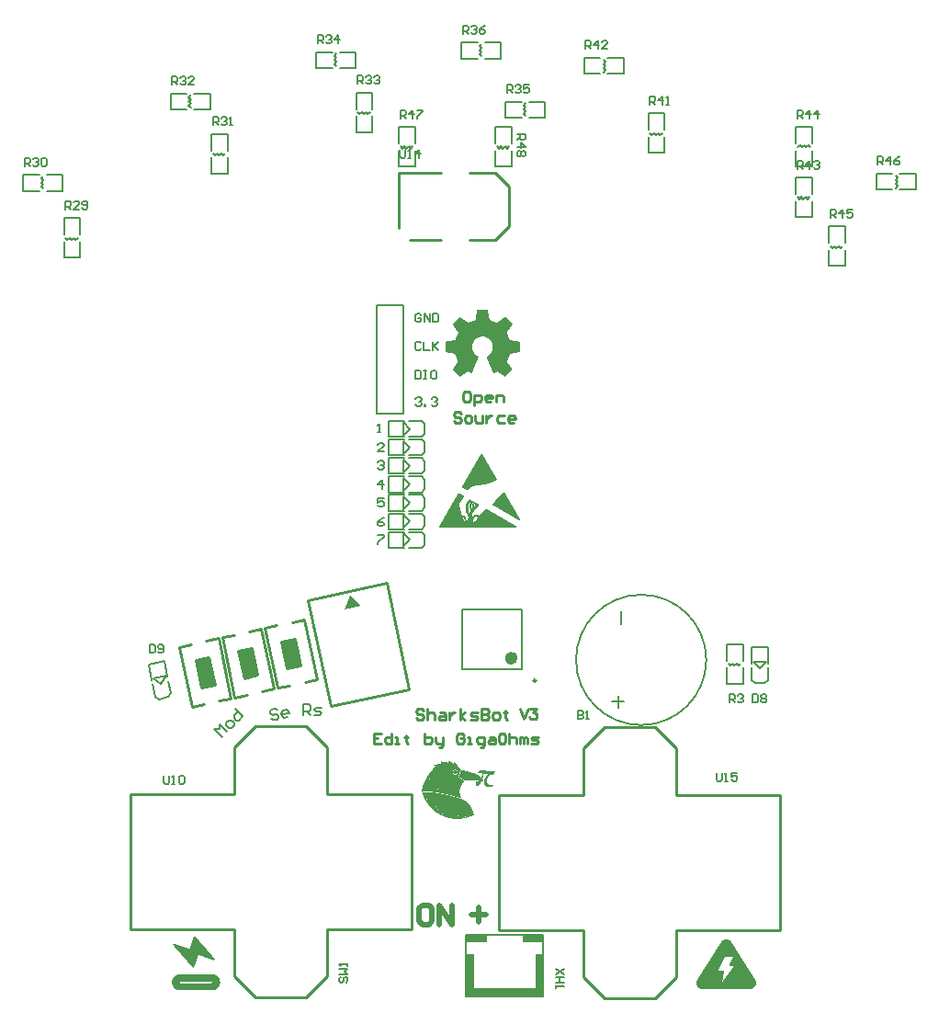
<source format=gto>
G04*
G04 #@! TF.GenerationSoftware,Altium Limited,Altium Designer,23.1.1 (15)*
G04*
G04 Layer_Color=65535*
%FSAX25Y25*%
%MOIN*%
G70*
G04*
G04 #@! TF.SameCoordinates,B82E7E18-3205-491C-BA0E-7F24CF85224E*
G04*
G04*
G04 #@! TF.FilePolarity,Positive*
G04*
G01*
G75*
%ADD10C,0.00787*%
%ADD11C,0.02362*%
%ADD12C,0.00984*%
%ADD13C,0.00030*%
%ADD14C,0.00591*%
%ADD15C,0.01000*%
%ADD16C,0.00700*%
%ADD17C,0.00906*%
%ADD18C,0.02000*%
%ADD19R,0.07480X0.02756*%
%ADD20R,0.02756X0.15362*%
%ADD21R,0.28000X0.02756*%
G04:AMPARAMS|DCode=22|XSize=100mil|YSize=50mil|CornerRadius=0mil|HoleSize=0mil|Usage=FLASHONLY|Rotation=282.000|XOffset=0mil|YOffset=0mil|HoleType=Round|Shape=Rectangle|*
%AMROTATEDRECTD22*
4,1,4,-0.03485,0.04371,0.01406,0.05411,0.03485,-0.04371,-0.01406,-0.05411,-0.03485,0.04371,0.0*
%
%ADD22ROTATEDRECTD22*%

G36*
X0193196Y0257972D02*
X0193253D01*
Y0257943D01*
X0193282D01*
Y0257914D01*
X0193310D01*
Y0257886D01*
X0193339D01*
Y0257743D01*
X0193368D01*
Y0257600D01*
X0193396D01*
Y0257458D01*
X0193425D01*
Y0257287D01*
X0193453D01*
Y0257144D01*
X0193482D01*
Y0256973D01*
X0193510D01*
Y0256801D01*
X0193539D01*
Y0256716D01*
X0193567D01*
Y0256516D01*
X0193596D01*
Y0256402D01*
X0193624D01*
Y0256231D01*
X0193653D01*
Y0256031D01*
X0193682D01*
Y0255917D01*
X0193710D01*
Y0255745D01*
X0193739D01*
Y0255574D01*
X0193767D01*
Y0255460D01*
X0193796D01*
Y0255289D01*
X0193824D01*
Y0255146D01*
X0193853D01*
Y0255003D01*
X0193881D01*
Y0254804D01*
X0193910D01*
Y0254690D01*
X0193938D01*
Y0254518D01*
X0193967D01*
Y0254376D01*
X0193995D01*
Y0254347D01*
X0194024D01*
Y0254290D01*
X0194053D01*
Y0254261D01*
X0194081D01*
Y0254233D01*
X0194138D01*
Y0254204D01*
X0194195D01*
Y0254176D01*
X0194281D01*
Y0254147D01*
X0194338D01*
Y0254119D01*
X0194423D01*
Y0254090D01*
X0194481D01*
Y0254062D01*
X0194538D01*
Y0254033D01*
X0194623D01*
Y0254005D01*
X0194680D01*
Y0253976D01*
X0194766D01*
Y0253947D01*
X0194852D01*
Y0253919D01*
X0194880D01*
Y0253890D01*
X0194966D01*
Y0253862D01*
X0195023D01*
Y0253833D01*
X0195108D01*
Y0253805D01*
X0195166D01*
Y0253776D01*
X0195251D01*
Y0253748D01*
X0195308D01*
Y0253719D01*
X0195394D01*
Y0253691D01*
X0195451D01*
Y0253662D01*
X0195536D01*
Y0253634D01*
X0195594D01*
Y0253605D01*
X0195651D01*
Y0253576D01*
X0195736D01*
Y0253548D01*
X0195793D01*
Y0253519D01*
X0195879D01*
Y0253491D01*
X0195936D01*
Y0253462D01*
X0195993D01*
Y0253434D01*
X0196079D01*
Y0253405D01*
X0196164D01*
Y0253377D01*
X0196221D01*
Y0253348D01*
X0196307D01*
Y0253320D01*
X0196364D01*
Y0253291D01*
X0196421D01*
Y0253263D01*
X0196678D01*
Y0253291D01*
X0196707D01*
Y0253320D01*
X0196764D01*
Y0253348D01*
X0196792D01*
Y0253377D01*
X0196849D01*
Y0253405D01*
X0196878D01*
Y0253434D01*
X0196935D01*
Y0253462D01*
X0196964D01*
Y0253491D01*
X0197021D01*
Y0253519D01*
X0197049D01*
Y0253548D01*
X0197078D01*
Y0253576D01*
X0197135D01*
Y0253605D01*
X0197163D01*
Y0253634D01*
X0197220D01*
Y0253662D01*
X0197249D01*
Y0253691D01*
X0197306D01*
Y0253719D01*
X0197335D01*
Y0253748D01*
X0197392D01*
Y0253776D01*
X0197420D01*
Y0253805D01*
X0197477D01*
Y0253833D01*
X0197506D01*
Y0253862D01*
X0197534D01*
Y0253890D01*
X0197591D01*
Y0253919D01*
X0197620D01*
Y0253947D01*
X0197677D01*
Y0253976D01*
X0197705D01*
Y0254005D01*
X0197763D01*
Y0254033D01*
X0197791D01*
Y0254062D01*
X0197848D01*
Y0254090D01*
X0197877D01*
Y0254119D01*
X0197934D01*
Y0254147D01*
X0197962D01*
Y0254176D01*
X0197991D01*
Y0254204D01*
X0198048D01*
Y0254233D01*
X0198076D01*
Y0254261D01*
X0198134D01*
Y0254290D01*
X0198162D01*
Y0254318D01*
X0198219D01*
Y0254347D01*
X0198248D01*
Y0254376D01*
X0198305D01*
Y0254404D01*
X0198333D01*
Y0254433D01*
X0198390D01*
Y0254461D01*
X0198419D01*
Y0254490D01*
X0198476D01*
Y0254518D01*
X0198505D01*
Y0254547D01*
X0198533D01*
Y0254575D01*
X0198590D01*
Y0254604D01*
X0198619D01*
Y0254632D01*
X0198676D01*
Y0254661D01*
X0198704D01*
Y0254690D01*
X0198761D01*
Y0254718D01*
X0198790D01*
Y0254747D01*
X0198847D01*
Y0254775D01*
X0198876D01*
Y0254804D01*
X0198933D01*
Y0254832D01*
X0198961D01*
Y0254861D01*
X0198990D01*
Y0254889D01*
X0199047D01*
Y0254918D01*
X0199075D01*
Y0254946D01*
X0199132D01*
Y0254975D01*
X0199161D01*
Y0255003D01*
X0199218D01*
Y0255032D01*
X0199247D01*
Y0255061D01*
X0199304D01*
Y0255089D01*
X0199332D01*
Y0255118D01*
X0199389D01*
Y0255146D01*
X0199418D01*
Y0255175D01*
X0199475D01*
Y0255203D01*
X0199503D01*
Y0255232D01*
X0199532D01*
Y0255260D01*
X0199618D01*
Y0255289D01*
X0199732D01*
Y0255260D01*
X0199789D01*
Y0255232D01*
X0199817D01*
Y0255203D01*
X0199846D01*
Y0255175D01*
X0199874D01*
Y0255146D01*
X0199903D01*
Y0255118D01*
X0199932D01*
Y0255089D01*
X0199960D01*
Y0255061D01*
X0199989D01*
Y0255032D01*
X0200017D01*
Y0255003D01*
X0200046D01*
Y0254975D01*
X0200074D01*
Y0254946D01*
X0200103D01*
Y0254918D01*
X0200131D01*
Y0254889D01*
X0200160D01*
Y0254861D01*
X0200188D01*
Y0254832D01*
X0200217D01*
Y0254804D01*
X0200245D01*
Y0254775D01*
X0200274D01*
Y0254747D01*
X0200303D01*
Y0254718D01*
X0200331D01*
Y0254690D01*
X0200360D01*
Y0254661D01*
X0200388D01*
Y0254632D01*
X0200417D01*
Y0254604D01*
X0200445D01*
Y0254575D01*
X0200474D01*
Y0254547D01*
X0200502D01*
Y0254518D01*
X0200531D01*
Y0254490D01*
X0200559D01*
Y0254461D01*
X0200588D01*
Y0254433D01*
X0200616D01*
Y0254404D01*
X0200645D01*
Y0254376D01*
X0200674D01*
Y0254347D01*
X0200702D01*
Y0254318D01*
X0200731D01*
Y0254290D01*
X0200759D01*
Y0254261D01*
X0200788D01*
Y0254233D01*
X0200816D01*
Y0254204D01*
X0200845D01*
Y0254176D01*
X0200873D01*
Y0254147D01*
X0200902D01*
Y0254119D01*
X0200930D01*
Y0254090D01*
X0200959D01*
Y0254062D01*
X0200987D01*
Y0254033D01*
X0201016D01*
Y0254005D01*
X0201045D01*
Y0253976D01*
X0201073D01*
Y0253947D01*
X0201102D01*
Y0253919D01*
X0201130D01*
Y0253890D01*
X0201159D01*
Y0253862D01*
X0201187D01*
Y0253833D01*
X0201216D01*
Y0253805D01*
X0201244D01*
Y0253776D01*
X0201273D01*
Y0253748D01*
X0201301D01*
Y0253719D01*
X0201330D01*
Y0253691D01*
X0201358D01*
Y0253662D01*
X0201387D01*
Y0253634D01*
X0201415D01*
Y0253605D01*
X0201444D01*
Y0253576D01*
X0201473D01*
Y0253548D01*
X0201501D01*
Y0253519D01*
X0201530D01*
Y0253491D01*
X0201558D01*
Y0253462D01*
X0201587D01*
Y0253434D01*
X0201615D01*
Y0253405D01*
X0201644D01*
Y0253377D01*
X0201672D01*
Y0253348D01*
X0201701D01*
Y0253320D01*
X0201729D01*
Y0253291D01*
X0201758D01*
Y0253263D01*
X0201786D01*
Y0253234D01*
X0201815D01*
Y0253205D01*
X0201844D01*
Y0253177D01*
X0201872D01*
Y0253148D01*
X0201901D01*
Y0253120D01*
X0201929D01*
Y0253091D01*
X0201958D01*
Y0253063D01*
X0201986D01*
Y0253034D01*
X0202015D01*
Y0253006D01*
X0202043D01*
Y0252977D01*
X0202072D01*
Y0252949D01*
X0202100D01*
Y0252920D01*
X0202129D01*
Y0252892D01*
X0202157D01*
Y0252863D01*
X0202186D01*
Y0252835D01*
X0202215D01*
Y0252806D01*
X0202243D01*
Y0252720D01*
X0202272D01*
Y0252635D01*
X0202243D01*
Y0252578D01*
X0202215D01*
Y0252549D01*
X0202186D01*
Y0252492D01*
X0202157D01*
Y0252464D01*
X0202129D01*
Y0252406D01*
X0202100D01*
Y0252378D01*
X0202072D01*
Y0252321D01*
X0202043D01*
Y0252292D01*
X0202015D01*
Y0252235D01*
X0201986D01*
Y0252207D01*
X0201958D01*
Y0252178D01*
X0201929D01*
Y0252121D01*
X0201901D01*
Y0252093D01*
X0201872D01*
Y0252035D01*
X0201844D01*
Y0252007D01*
X0201815D01*
Y0251950D01*
X0201786D01*
Y0251921D01*
X0201758D01*
Y0251864D01*
X0201729D01*
Y0251836D01*
X0201701D01*
Y0251779D01*
X0201672D01*
Y0251750D01*
X0201644D01*
Y0251693D01*
X0201615D01*
Y0251664D01*
X0201587D01*
Y0251607D01*
X0201558D01*
Y0251579D01*
X0201530D01*
Y0251550D01*
X0201501D01*
Y0251493D01*
X0201473D01*
Y0251465D01*
X0201444D01*
Y0251408D01*
X0201415D01*
Y0251379D01*
X0201387D01*
Y0251322D01*
X0201358D01*
Y0251293D01*
X0201330D01*
Y0251236D01*
X0201301D01*
Y0251208D01*
X0201273D01*
Y0251179D01*
X0201244D01*
Y0251151D01*
Y0251122D01*
X0201216D01*
Y0251094D01*
X0201187D01*
Y0251037D01*
X0201159D01*
Y0251008D01*
X0201130D01*
Y0250951D01*
X0201102D01*
Y0250922D01*
X0201073D01*
Y0250865D01*
X0201045D01*
Y0250837D01*
X0201016D01*
Y0250780D01*
X0200987D01*
Y0250751D01*
X0200959D01*
Y0250694D01*
X0200930D01*
Y0250665D01*
X0200902D01*
Y0250637D01*
X0200873D01*
Y0250580D01*
X0200845D01*
Y0250551D01*
X0200816D01*
Y0250494D01*
X0200788D01*
Y0250466D01*
X0200759D01*
Y0250409D01*
X0200731D01*
Y0250380D01*
X0200702D01*
Y0250323D01*
X0200674D01*
Y0250294D01*
X0200645D01*
Y0250237D01*
X0200616D01*
Y0250209D01*
X0200588D01*
Y0250152D01*
X0200559D01*
Y0250123D01*
X0200531D01*
Y0250095D01*
X0200502D01*
Y0250038D01*
X0200474D01*
Y0250009D01*
X0200445D01*
Y0249952D01*
X0200417D01*
Y0249923D01*
X0200388D01*
Y0249866D01*
X0200360D01*
Y0249838D01*
X0200331D01*
Y0249781D01*
X0200303D01*
Y0249752D01*
X0200274D01*
Y0249495D01*
X0200303D01*
Y0249438D01*
X0200331D01*
Y0249381D01*
X0200360D01*
Y0249296D01*
X0200388D01*
Y0249267D01*
X0200417D01*
Y0249182D01*
X0200445D01*
Y0249096D01*
X0200474D01*
Y0249039D01*
X0200502D01*
Y0248982D01*
X0200531D01*
Y0248925D01*
X0200559D01*
Y0248839D01*
X0200588D01*
Y0248782D01*
X0200616D01*
Y0248725D01*
X0200645D01*
Y0248639D01*
X0200674D01*
Y0248582D01*
X0200702D01*
Y0248525D01*
X0200731D01*
Y0248440D01*
X0200759D01*
Y0248382D01*
X0200788D01*
Y0248325D01*
X0200816D01*
Y0248240D01*
X0200845D01*
Y0248183D01*
X0200873D01*
Y0248126D01*
X0200902D01*
Y0248040D01*
X0200930D01*
Y0247983D01*
X0200959D01*
Y0247897D01*
X0200987D01*
Y0247840D01*
X0201016D01*
Y0247783D01*
X0201045D01*
Y0247697D01*
X0201073D01*
Y0247669D01*
X0201102D01*
Y0247583D01*
X0201130D01*
Y0247498D01*
X0201159D01*
Y0247441D01*
X0201187D01*
Y0247384D01*
X0201216D01*
Y0247326D01*
X0201244D01*
Y0247241D01*
X0201273D01*
Y0247184D01*
X0201301D01*
Y0247127D01*
X0201330D01*
Y0247098D01*
X0201358D01*
Y0247041D01*
X0201415D01*
Y0247013D01*
X0201444D01*
Y0246984D01*
X0201558D01*
Y0246955D01*
X0201729D01*
Y0246927D01*
X0201872D01*
Y0246898D01*
X0202015D01*
Y0246870D01*
X0202186D01*
Y0246841D01*
X0202329D01*
Y0246813D01*
X0202500D01*
Y0246784D01*
X0202671D01*
Y0246756D01*
X0202785D01*
Y0246727D01*
X0202957D01*
Y0246699D01*
X0203099D01*
Y0246670D01*
X0203242D01*
Y0246642D01*
X0203413D01*
Y0246613D01*
X0203556D01*
Y0246585D01*
X0203727D01*
Y0246556D01*
X0203898D01*
Y0246527D01*
X0203984D01*
Y0246499D01*
X0204184D01*
Y0246470D01*
X0204327D01*
Y0246442D01*
X0204469D01*
Y0246413D01*
X0204640D01*
Y0246385D01*
X0204783D01*
Y0246356D01*
X0204869D01*
Y0246328D01*
X0204926D01*
Y0246271D01*
X0204954D01*
Y0242703D01*
X0204926D01*
Y0242646D01*
X0204897D01*
Y0242618D01*
X0204840D01*
Y0242589D01*
X0204697D01*
Y0242561D01*
X0204583D01*
Y0242532D01*
X0204412D01*
Y0242503D01*
X0204269D01*
Y0242475D01*
X0204098D01*
Y0242446D01*
X0203927D01*
Y0242418D01*
X0203813D01*
Y0242389D01*
X0203642D01*
Y0242361D01*
X0203470D01*
Y0242332D01*
X0203356D01*
Y0242304D01*
X0203185D01*
Y0242275D01*
X0203042D01*
Y0242247D01*
X0202871D01*
Y0242218D01*
X0202700D01*
Y0242190D01*
X0202586D01*
Y0242161D01*
X0202414D01*
Y0242132D01*
X0202243D01*
Y0242104D01*
X0202129D01*
Y0242075D01*
X0201958D01*
Y0242047D01*
X0201786D01*
Y0242018D01*
X0201672D01*
Y0241990D01*
X0201530D01*
Y0241961D01*
X0201501D01*
Y0241933D01*
X0201444D01*
Y0241904D01*
X0201415D01*
Y0241847D01*
X0201387D01*
Y0241790D01*
X0201358D01*
Y0241733D01*
X0201330D01*
Y0241647D01*
X0201301D01*
Y0241590D01*
X0201273D01*
Y0241505D01*
X0201244D01*
Y0241419D01*
X0201216D01*
Y0241362D01*
X0201187D01*
Y0241276D01*
X0201159D01*
Y0241219D01*
X0201130D01*
Y0241162D01*
X0201102D01*
Y0241076D01*
X0201073D01*
Y0241019D01*
X0201045D01*
Y0240934D01*
X0201016D01*
Y0240848D01*
X0200987D01*
Y0240791D01*
X0200959D01*
Y0240705D01*
X0200930D01*
Y0240648D01*
X0200902D01*
Y0240591D01*
X0200873D01*
Y0240506D01*
X0200845D01*
Y0240449D01*
X0200816D01*
Y0240363D01*
X0200788D01*
Y0240277D01*
X0200759D01*
Y0240220D01*
X0200731D01*
Y0240135D01*
X0200702D01*
Y0240078D01*
X0200674D01*
Y0240021D01*
X0200645D01*
Y0239935D01*
X0200616D01*
Y0239878D01*
X0200588D01*
Y0239792D01*
X0200559D01*
Y0239707D01*
X0200531D01*
Y0239650D01*
X0200502D01*
Y0239564D01*
X0200474D01*
Y0239507D01*
X0200445D01*
Y0239450D01*
X0200417D01*
Y0239364D01*
X0200388D01*
Y0239307D01*
X0200360D01*
Y0239079D01*
X0200388D01*
Y0239050D01*
X0200417D01*
Y0238993D01*
X0200445D01*
Y0238965D01*
X0200474D01*
Y0238908D01*
X0200502D01*
Y0238879D01*
X0200531D01*
Y0238822D01*
X0200559D01*
Y0238793D01*
X0200588D01*
Y0238736D01*
X0200616D01*
Y0238708D01*
X0200645D01*
Y0238651D01*
X0200674D01*
Y0238622D01*
X0200702D01*
Y0238594D01*
X0200731D01*
Y0238537D01*
X0200759D01*
Y0238508D01*
X0200788D01*
Y0238451D01*
X0200816D01*
Y0238422D01*
X0200845D01*
Y0238365D01*
X0200873D01*
Y0238337D01*
X0200902D01*
Y0238280D01*
X0200930D01*
Y0238251D01*
X0200959D01*
Y0238194D01*
X0200987D01*
Y0238165D01*
X0201016D01*
Y0238137D01*
X0201045D01*
Y0238080D01*
X0201073D01*
Y0238051D01*
X0201102D01*
Y0237994D01*
X0201130D01*
Y0237966D01*
X0201159D01*
Y0237909D01*
X0201187D01*
Y0237880D01*
X0201216D01*
Y0237823D01*
X0201244D01*
Y0237794D01*
X0201273D01*
Y0237737D01*
X0201301D01*
Y0237709D01*
X0201330D01*
Y0237652D01*
X0201358D01*
Y0237623D01*
X0201387D01*
Y0237595D01*
X0201415D01*
Y0237538D01*
X0201444D01*
Y0237509D01*
X0201473D01*
Y0237452D01*
X0201501D01*
Y0237423D01*
X0201530D01*
Y0237366D01*
X0201558D01*
Y0237338D01*
X0201587D01*
Y0237281D01*
X0201615D01*
Y0237252D01*
X0201644D01*
Y0237195D01*
X0201672D01*
Y0237167D01*
X0201701D01*
Y0237138D01*
X0201729D01*
Y0237081D01*
X0201758D01*
Y0237052D01*
X0201786D01*
Y0236995D01*
X0201815D01*
Y0236967D01*
X0201844D01*
Y0236910D01*
X0201872D01*
Y0236881D01*
X0201901D01*
Y0236853D01*
X0201929D01*
Y0236796D01*
X0201958D01*
Y0236739D01*
X0201986D01*
Y0236710D01*
X0202015D01*
Y0236682D01*
X0202043D01*
Y0236624D01*
X0202072D01*
Y0236596D01*
X0202100D01*
Y0236539D01*
X0202129D01*
Y0236510D01*
X0202157D01*
Y0236453D01*
X0202186D01*
Y0236425D01*
X0202215D01*
Y0236368D01*
X0202243D01*
Y0236311D01*
X0202272D01*
Y0236225D01*
X0202243D01*
Y0236168D01*
X0202215D01*
Y0236139D01*
X0202186D01*
Y0236111D01*
X0202157D01*
Y0236082D01*
X0202129D01*
Y0236054D01*
X0202100D01*
Y0236025D01*
X0202072D01*
Y0235997D01*
X0202043D01*
Y0235968D01*
X0202015D01*
Y0235940D01*
X0201986D01*
Y0235911D01*
X0201958D01*
Y0235882D01*
X0201929D01*
Y0235854D01*
X0201901D01*
Y0235825D01*
X0201872D01*
Y0235797D01*
X0201844D01*
Y0235768D01*
X0201815D01*
Y0235740D01*
X0201786D01*
Y0235711D01*
X0201758D01*
Y0235683D01*
X0201729D01*
Y0235654D01*
X0201701D01*
Y0235626D01*
X0201672D01*
Y0235597D01*
X0201644D01*
Y0235568D01*
X0201615D01*
Y0235540D01*
X0201587D01*
Y0235511D01*
X0201558D01*
Y0235483D01*
X0201530D01*
Y0235454D01*
X0201501D01*
Y0235426D01*
X0201473D01*
Y0235397D01*
X0201444D01*
Y0235369D01*
X0201415D01*
Y0235340D01*
X0201387D01*
Y0235312D01*
X0201358D01*
Y0235283D01*
X0201330D01*
Y0235255D01*
X0201301D01*
Y0235226D01*
X0201273D01*
Y0235197D01*
X0201244D01*
Y0235169D01*
X0201216D01*
Y0235140D01*
X0201187D01*
Y0235112D01*
X0201159D01*
Y0235083D01*
X0201130D01*
Y0235055D01*
X0201102D01*
Y0235026D01*
X0201073D01*
Y0234998D01*
X0201045D01*
Y0234969D01*
X0201016D01*
Y0234941D01*
X0200987D01*
Y0234912D01*
X0200959D01*
Y0234884D01*
X0200930D01*
Y0234855D01*
X0200902D01*
Y0234826D01*
X0200873D01*
Y0234798D01*
X0200845D01*
Y0234769D01*
X0200816D01*
Y0234741D01*
X0200788D01*
Y0234712D01*
X0200759D01*
Y0234684D01*
X0200731D01*
Y0234655D01*
X0200702D01*
Y0234627D01*
X0200674D01*
Y0234598D01*
X0200645D01*
Y0234570D01*
X0200616D01*
Y0234541D01*
X0200588D01*
Y0234513D01*
X0200559D01*
Y0234484D01*
X0200531D01*
Y0234455D01*
X0200502D01*
Y0234427D01*
X0200474D01*
Y0234398D01*
X0200445D01*
Y0234370D01*
X0200417D01*
Y0234341D01*
X0200388D01*
Y0234313D01*
X0200360D01*
Y0234284D01*
X0200331D01*
Y0234256D01*
X0200303D01*
Y0234227D01*
X0200274D01*
Y0234199D01*
X0200245D01*
Y0234170D01*
X0200217D01*
Y0234142D01*
X0200188D01*
Y0234113D01*
X0200160D01*
Y0234085D01*
X0200131D01*
Y0234056D01*
X0200103D01*
Y0234027D01*
X0200074D01*
Y0233999D01*
X0200046D01*
Y0233970D01*
X0200017D01*
Y0233942D01*
X0199989D01*
Y0233913D01*
X0199960D01*
Y0233885D01*
X0199932D01*
Y0233856D01*
X0199903D01*
Y0233828D01*
X0199874D01*
Y0233799D01*
X0199846D01*
Y0233771D01*
X0199817D01*
Y0233742D01*
X0199789D01*
Y0233714D01*
X0199760D01*
Y0233685D01*
X0199560D01*
Y0233714D01*
X0199532D01*
Y0233742D01*
X0199475D01*
Y0233771D01*
X0199446D01*
Y0233799D01*
X0199389D01*
Y0233828D01*
X0199361D01*
Y0233856D01*
X0199304D01*
Y0233885D01*
X0199275D01*
Y0233913D01*
X0199218D01*
Y0233942D01*
X0199189D01*
Y0233970D01*
X0199161D01*
Y0233999D01*
X0199104D01*
Y0234027D01*
X0199075D01*
Y0234056D01*
X0199018D01*
Y0234085D01*
X0198961D01*
Y0234113D01*
X0198933D01*
Y0234142D01*
X0198904D01*
Y0234170D01*
X0198847D01*
Y0234199D01*
X0198819D01*
Y0234227D01*
X0198761D01*
Y0234256D01*
X0198733D01*
Y0234284D01*
X0198676D01*
Y0234313D01*
X0198647D01*
Y0234341D01*
X0198619D01*
Y0234370D01*
X0198562D01*
Y0234398D01*
X0198533D01*
Y0234427D01*
X0198476D01*
Y0234455D01*
X0198419D01*
Y0234484D01*
X0198390D01*
Y0234513D01*
X0198362D01*
Y0234541D01*
X0198305D01*
Y0234570D01*
X0198276D01*
Y0234598D01*
X0198219D01*
Y0234627D01*
X0198191D01*
Y0234655D01*
X0198162D01*
Y0234684D01*
X0198105D01*
Y0234712D01*
X0198076D01*
Y0234741D01*
X0198019D01*
Y0234769D01*
X0197991D01*
Y0234798D01*
X0197934D01*
Y0234826D01*
X0197905D01*
Y0234855D01*
X0197848D01*
Y0234884D01*
X0197820D01*
Y0234912D01*
X0197763D01*
Y0234941D01*
X0197734D01*
Y0234969D01*
X0197677D01*
Y0234998D01*
X0197648D01*
Y0235026D01*
X0197620D01*
Y0235055D01*
X0197563D01*
Y0235083D01*
X0197534D01*
Y0235112D01*
X0197477D01*
Y0235140D01*
X0197449D01*
Y0235169D01*
X0197392D01*
Y0235197D01*
X0197363D01*
Y0235226D01*
X0197306D01*
Y0235255D01*
X0197277D01*
Y0235283D01*
X0197220D01*
Y0235312D01*
X0197192D01*
Y0235340D01*
X0197163D01*
Y0235369D01*
X0197106D01*
Y0235397D01*
X0197078D01*
Y0235426D01*
X0197021D01*
Y0235454D01*
X0196992D01*
Y0235483D01*
X0196935D01*
Y0235511D01*
X0196878D01*
Y0235540D01*
X0196707D01*
Y0235511D01*
X0196650D01*
Y0235483D01*
X0196592D01*
Y0235454D01*
X0196535D01*
Y0235426D01*
X0196478D01*
Y0235397D01*
X0196450D01*
Y0235369D01*
X0196393D01*
Y0235340D01*
X0196336D01*
Y0235312D01*
X0196279D01*
Y0235283D01*
X0196221D01*
Y0235255D01*
X0196193D01*
Y0235226D01*
X0196107D01*
Y0235197D01*
X0196050D01*
Y0235169D01*
X0196022D01*
Y0235140D01*
X0195965D01*
Y0235112D01*
X0195907D01*
Y0235083D01*
X0195851D01*
Y0235055D01*
X0195793D01*
Y0235026D01*
X0195736D01*
Y0234998D01*
X0195708D01*
Y0234969D01*
X0195622D01*
Y0234941D01*
X0195594D01*
Y0234912D01*
X0195536D01*
Y0234884D01*
X0195394D01*
Y0234912D01*
X0195337D01*
Y0234969D01*
X0195308D01*
Y0235055D01*
X0195280D01*
Y0235112D01*
X0195251D01*
Y0235197D01*
X0195223D01*
Y0235255D01*
X0195194D01*
Y0235312D01*
X0195166D01*
Y0235397D01*
X0195137D01*
Y0235454D01*
X0195108D01*
Y0235511D01*
X0195080D01*
Y0235597D01*
X0195051D01*
Y0235654D01*
X0195023D01*
Y0235740D01*
X0194994D01*
Y0235797D01*
X0194966D01*
Y0235854D01*
X0194937D01*
Y0235940D01*
X0194909D01*
Y0235997D01*
X0194880D01*
Y0236082D01*
X0194852D01*
Y0236168D01*
X0194823D01*
Y0236196D01*
X0194794D01*
Y0236282D01*
X0194766D01*
Y0236339D01*
X0194737D01*
Y0236425D01*
X0194709D01*
Y0236510D01*
X0194680D01*
Y0236567D01*
X0194652D01*
Y0236624D01*
X0194623D01*
Y0236710D01*
X0194595D01*
Y0236767D01*
X0194566D01*
Y0236853D01*
X0194538D01*
Y0236910D01*
X0194509D01*
Y0236967D01*
X0194481D01*
Y0237052D01*
X0194452D01*
Y0237110D01*
X0194423D01*
Y0237167D01*
X0194395D01*
Y0237252D01*
X0194366D01*
Y0237309D01*
X0194338D01*
Y0237395D01*
X0194309D01*
Y0237452D01*
X0194281D01*
Y0237509D01*
X0194252D01*
Y0237595D01*
X0194224D01*
Y0237652D01*
X0194195D01*
Y0237737D01*
X0194167D01*
Y0237823D01*
X0194138D01*
Y0237852D01*
X0194110D01*
Y0237937D01*
X0194081D01*
Y0238023D01*
X0194053D01*
Y0238080D01*
X0194024D01*
Y0238165D01*
X0193995D01*
Y0238194D01*
X0193967D01*
Y0238280D01*
X0193938D01*
Y0238365D01*
X0193910D01*
Y0238422D01*
X0193881D01*
Y0238508D01*
X0193853D01*
Y0238565D01*
X0193824D01*
Y0238622D01*
X0193796D01*
Y0238708D01*
X0193767D01*
Y0238765D01*
X0193739D01*
Y0238822D01*
X0193710D01*
Y0238908D01*
X0193682D01*
Y0238965D01*
X0193653D01*
Y0239050D01*
X0193624D01*
Y0239107D01*
X0193596D01*
Y0239164D01*
X0193567D01*
Y0239250D01*
X0193539D01*
Y0239307D01*
X0193510D01*
Y0239393D01*
X0193482D01*
Y0239478D01*
X0193453D01*
Y0239507D01*
X0193425D01*
Y0239593D01*
X0193396D01*
Y0239678D01*
X0193368D01*
Y0239735D01*
X0193339D01*
Y0239821D01*
X0193310D01*
Y0239849D01*
X0193282D01*
Y0239935D01*
X0193253D01*
Y0240021D01*
X0193225D01*
Y0240049D01*
X0193196D01*
Y0240163D01*
X0193168D01*
Y0240220D01*
X0193139D01*
Y0240277D01*
X0193111D01*
Y0240363D01*
X0193082D01*
Y0240420D01*
X0193054D01*
Y0240477D01*
X0193025D01*
Y0240563D01*
X0192997D01*
Y0240620D01*
X0192968D01*
Y0240705D01*
X0192939D01*
Y0240791D01*
X0192911D01*
Y0240848D01*
X0192939D01*
Y0240905D01*
X0192968D01*
Y0240934D01*
X0192997D01*
Y0240962D01*
X0193025D01*
Y0240991D01*
X0193054D01*
Y0241019D01*
X0193111D01*
Y0241048D01*
X0193168D01*
Y0241076D01*
X0193196D01*
Y0241105D01*
X0193253D01*
Y0241134D01*
X0193282D01*
Y0241162D01*
X0193339D01*
Y0241191D01*
X0193368D01*
Y0241219D01*
X0193425D01*
Y0241248D01*
X0193453D01*
Y0241276D01*
X0193482D01*
Y0241305D01*
X0193539D01*
Y0241333D01*
X0193567D01*
Y0241362D01*
X0193596D01*
Y0241390D01*
X0193653D01*
Y0241419D01*
X0193682D01*
Y0241447D01*
X0193739D01*
Y0241476D01*
X0193767D01*
Y0241505D01*
X0193796D01*
Y0241533D01*
X0193853D01*
Y0241562D01*
X0193881D01*
Y0241590D01*
X0193910D01*
Y0241619D01*
X0193938D01*
Y0241647D01*
X0193967D01*
Y0241676D01*
X0193995D01*
Y0241704D01*
X0194024D01*
Y0241733D01*
X0194053D01*
Y0241761D01*
X0194110D01*
Y0241818D01*
X0194138D01*
Y0241847D01*
X0194195D01*
Y0241904D01*
X0194224D01*
Y0241933D01*
X0194252D01*
Y0241961D01*
X0194281D01*
Y0241990D01*
X0194309D01*
Y0242018D01*
X0194338D01*
Y0242047D01*
X0194366D01*
Y0242104D01*
X0194395D01*
Y0242132D01*
X0194423D01*
Y0242161D01*
X0194452D01*
Y0242190D01*
X0194481D01*
Y0242247D01*
X0194509D01*
Y0242275D01*
X0194538D01*
Y0242304D01*
X0194566D01*
Y0242361D01*
X0194595D01*
Y0242389D01*
X0194623D01*
Y0242446D01*
X0194652D01*
Y0242503D01*
X0194680D01*
Y0242532D01*
X0194709D01*
Y0242589D01*
X0194737D01*
Y0242646D01*
X0194766D01*
Y0242703D01*
X0194794D01*
Y0242760D01*
X0194823D01*
Y0242817D01*
X0194852D01*
Y0242874D01*
X0194880D01*
Y0242932D01*
X0194909D01*
Y0242989D01*
X0194937D01*
Y0243074D01*
X0194966D01*
Y0243131D01*
X0194994D01*
Y0243217D01*
X0195023D01*
Y0243331D01*
X0195051D01*
Y0243388D01*
X0195080D01*
Y0243502D01*
X0195108D01*
Y0243616D01*
X0195137D01*
Y0243731D01*
X0195166D01*
Y0243930D01*
X0195194D01*
Y0244130D01*
X0195223D01*
Y0244787D01*
X0195194D01*
Y0244986D01*
X0195166D01*
Y0245186D01*
X0195137D01*
Y0245300D01*
X0195108D01*
Y0245414D01*
X0195080D01*
Y0245529D01*
X0195051D01*
Y0245614D01*
X0195023D01*
Y0245700D01*
X0194994D01*
Y0245785D01*
X0194966D01*
Y0245843D01*
X0194937D01*
Y0245928D01*
X0194909D01*
Y0245985D01*
X0194880D01*
Y0246042D01*
X0194852D01*
Y0246128D01*
X0194823D01*
Y0246156D01*
X0194794D01*
Y0246242D01*
X0194766D01*
Y0246271D01*
X0194737D01*
Y0246328D01*
X0194709D01*
Y0246385D01*
X0194680D01*
Y0246413D01*
X0194652D01*
Y0246470D01*
X0194623D01*
Y0246527D01*
X0194595D01*
Y0246556D01*
X0194566D01*
Y0246585D01*
X0194538D01*
Y0246642D01*
X0194509D01*
Y0246670D01*
X0194481D01*
Y0246727D01*
X0194452D01*
Y0246756D01*
X0194423D01*
Y0246784D01*
X0194395D01*
Y0246841D01*
X0194366D01*
Y0246870D01*
X0194338D01*
Y0246898D01*
X0194309D01*
Y0246927D01*
X0194281D01*
Y0246955D01*
X0194252D01*
Y0246984D01*
X0194224D01*
Y0247013D01*
X0194195D01*
Y0247041D01*
X0194167D01*
Y0247098D01*
X0194138D01*
Y0247127D01*
X0194110D01*
Y0247155D01*
X0194081D01*
Y0247184D01*
X0194024D01*
Y0247212D01*
X0193995D01*
Y0247241D01*
X0193967D01*
Y0247269D01*
X0193938D01*
Y0247298D01*
X0193910D01*
Y0247326D01*
X0193881D01*
Y0247355D01*
X0193853D01*
Y0247384D01*
X0193796D01*
Y0247412D01*
X0193767D01*
Y0247441D01*
X0193739D01*
Y0247469D01*
X0193710D01*
Y0247498D01*
X0193653D01*
Y0247526D01*
X0193624D01*
Y0247555D01*
X0193567D01*
Y0247583D01*
X0193539D01*
Y0247612D01*
X0193482D01*
Y0247640D01*
X0193453D01*
Y0247669D01*
X0193396D01*
Y0247697D01*
X0193339D01*
Y0247726D01*
X0193310D01*
Y0247755D01*
X0193253D01*
Y0247783D01*
X0193196D01*
Y0247812D01*
X0193139D01*
Y0247840D01*
X0193082D01*
Y0247869D01*
X0193025D01*
Y0247897D01*
X0192968D01*
Y0247926D01*
X0192882D01*
Y0247954D01*
X0192825D01*
Y0247983D01*
X0192768D01*
Y0248011D01*
X0192654D01*
Y0248040D01*
X0192597D01*
Y0248068D01*
X0192511D01*
Y0248097D01*
X0192369D01*
Y0248126D01*
X0192283D01*
Y0248154D01*
X0192112D01*
Y0248183D01*
X0191912D01*
Y0248211D01*
X0191684D01*
Y0248240D01*
X0191227D01*
Y0248211D01*
X0190970D01*
Y0248183D01*
X0190799D01*
Y0248154D01*
X0190628D01*
Y0248126D01*
X0190542D01*
Y0248097D01*
X0190400D01*
Y0248068D01*
X0190314D01*
Y0248040D01*
X0190228D01*
Y0248011D01*
X0190143D01*
Y0247983D01*
X0190086D01*
Y0247954D01*
X0190000D01*
Y0247926D01*
X0189943D01*
Y0247897D01*
X0189886D01*
Y0247869D01*
X0189829D01*
Y0247840D01*
X0189772D01*
Y0247812D01*
X0189715D01*
Y0247783D01*
X0189629D01*
Y0247755D01*
X0189601D01*
Y0247726D01*
X0189543D01*
Y0247697D01*
X0189486D01*
Y0247669D01*
X0189458D01*
Y0247640D01*
X0189401D01*
Y0247612D01*
X0189372D01*
Y0247583D01*
X0189315D01*
Y0247555D01*
X0189286D01*
Y0247526D01*
X0189258D01*
Y0247498D01*
X0189201D01*
Y0247469D01*
X0189172D01*
Y0247441D01*
X0189144D01*
Y0247412D01*
X0189087D01*
Y0247384D01*
X0189058D01*
Y0247355D01*
X0189030D01*
Y0247326D01*
X0189001D01*
Y0247298D01*
X0188944D01*
Y0247269D01*
X0188916D01*
Y0247241D01*
X0188887D01*
Y0247212D01*
X0188858D01*
Y0247184D01*
X0188830D01*
Y0247155D01*
X0188801D01*
Y0247127D01*
X0188773D01*
Y0247098D01*
X0188744D01*
Y0247070D01*
X0188716D01*
Y0247041D01*
X0188687D01*
Y0247013D01*
X0188659D01*
Y0246984D01*
X0188630D01*
Y0246955D01*
X0188602D01*
Y0246898D01*
X0188573D01*
Y0246870D01*
X0188544D01*
Y0246841D01*
X0188516D01*
Y0246813D01*
X0188487D01*
Y0246784D01*
X0188459D01*
Y0246727D01*
X0188430D01*
Y0246699D01*
X0188402D01*
Y0246642D01*
X0188373D01*
Y0246613D01*
X0188345D01*
Y0246585D01*
X0188316D01*
Y0246527D01*
X0188288D01*
Y0246499D01*
X0188259D01*
Y0246442D01*
X0188231D01*
Y0246385D01*
X0188202D01*
Y0246356D01*
X0188173D01*
Y0246299D01*
X0188145D01*
Y0246242D01*
X0188116D01*
Y0246185D01*
X0188088D01*
Y0246128D01*
X0188059D01*
Y0246071D01*
X0188031D01*
Y0246014D01*
X0188002D01*
Y0245957D01*
X0187974D01*
Y0245900D01*
X0187945D01*
Y0245814D01*
X0187917D01*
Y0245728D01*
X0187888D01*
Y0245671D01*
X0187860D01*
Y0245557D01*
X0187831D01*
Y0245472D01*
X0187803D01*
Y0245386D01*
X0187774D01*
Y0245215D01*
X0187745D01*
Y0245129D01*
X0187717D01*
Y0244901D01*
X0187688D01*
Y0244044D01*
X0187717D01*
Y0243816D01*
X0187745D01*
Y0243702D01*
X0187774D01*
Y0243559D01*
X0187803D01*
Y0243445D01*
X0187831D01*
Y0243360D01*
X0187860D01*
Y0243245D01*
X0187888D01*
Y0243188D01*
X0187917D01*
Y0243103D01*
X0187945D01*
Y0243017D01*
X0187974D01*
Y0242989D01*
X0188002D01*
Y0242903D01*
X0188031D01*
Y0242846D01*
X0188059D01*
Y0242789D01*
X0188088D01*
Y0242732D01*
X0188116D01*
Y0242675D01*
X0188145D01*
Y0242618D01*
X0188173D01*
Y0242561D01*
X0188202D01*
Y0242532D01*
X0188231D01*
Y0242475D01*
X0188259D01*
Y0242418D01*
X0188288D01*
Y0242389D01*
X0188316D01*
Y0242332D01*
X0188345D01*
Y0242304D01*
X0188373D01*
Y0242275D01*
X0188402D01*
Y0242218D01*
X0188430D01*
Y0242190D01*
X0188459D01*
Y0242161D01*
X0188487D01*
Y0242104D01*
X0188516D01*
Y0242075D01*
X0188544D01*
Y0242047D01*
X0188573D01*
Y0242018D01*
X0188602D01*
Y0241990D01*
X0188630D01*
Y0241961D01*
X0188659D01*
Y0241933D01*
X0188687D01*
Y0241876D01*
X0188716D01*
Y0241847D01*
X0188744D01*
Y0241818D01*
X0188773D01*
Y0241790D01*
X0188801D01*
Y0241761D01*
X0188830D01*
Y0241733D01*
X0188858D01*
Y0241704D01*
X0188887D01*
Y0241676D01*
X0188944D01*
Y0241647D01*
X0188973D01*
Y0241619D01*
X0189001D01*
Y0241590D01*
X0189030D01*
Y0241562D01*
X0189058D01*
Y0241533D01*
X0189087D01*
Y0241505D01*
X0189144D01*
Y0241476D01*
X0189172D01*
Y0241447D01*
X0189201D01*
Y0241419D01*
X0189229D01*
Y0241390D01*
X0189286D01*
Y0241362D01*
X0189315D01*
Y0241333D01*
X0189372D01*
Y0241305D01*
X0189401D01*
Y0241276D01*
X0189458D01*
Y0241248D01*
X0189486D01*
Y0241219D01*
X0189515D01*
Y0241191D01*
X0189543D01*
Y0241162D01*
X0189601D01*
Y0241134D01*
X0189657D01*
Y0241105D01*
X0189686D01*
Y0241076D01*
X0189743D01*
Y0241048D01*
X0189772D01*
Y0241019D01*
X0189829D01*
Y0240991D01*
X0189886D01*
Y0240962D01*
X0189914D01*
Y0240934D01*
X0189943D01*
Y0240905D01*
X0189971D01*
Y0240705D01*
X0189943D01*
Y0240648D01*
X0189914D01*
Y0240591D01*
X0189886D01*
Y0240534D01*
X0189857D01*
Y0240449D01*
X0189829D01*
Y0240363D01*
X0189800D01*
Y0240306D01*
X0189772D01*
Y0240249D01*
X0189743D01*
Y0240163D01*
X0189715D01*
Y0240106D01*
X0189686D01*
Y0240021D01*
X0189657D01*
Y0239964D01*
X0189629D01*
Y0239906D01*
X0189601D01*
Y0239821D01*
X0189572D01*
Y0239764D01*
X0189543D01*
Y0239678D01*
X0189515D01*
Y0239621D01*
X0189486D01*
Y0239564D01*
X0189458D01*
Y0239478D01*
X0189429D01*
Y0239421D01*
X0189401D01*
Y0239336D01*
X0189372D01*
Y0239279D01*
X0189344D01*
Y0239222D01*
X0189315D01*
Y0239136D01*
X0189286D01*
Y0239079D01*
X0189258D01*
Y0238993D01*
X0189229D01*
Y0238936D01*
X0189201D01*
Y0238850D01*
X0189172D01*
Y0238793D01*
X0189144D01*
Y0238708D01*
X0189115D01*
Y0238651D01*
X0189087D01*
Y0238594D01*
X0189058D01*
Y0238508D01*
X0189030D01*
Y0238451D01*
X0189001D01*
Y0238365D01*
X0188973D01*
Y0238308D01*
X0188944D01*
Y0238251D01*
X0188916D01*
Y0238165D01*
X0188887D01*
Y0238108D01*
X0188858D01*
Y0238023D01*
X0188830D01*
Y0237966D01*
X0188801D01*
Y0237909D01*
X0188773D01*
Y0237823D01*
X0188744D01*
Y0237766D01*
X0188716D01*
Y0237680D01*
X0188687D01*
Y0237623D01*
X0188659D01*
Y0237566D01*
X0188630D01*
Y0237481D01*
X0188602D01*
Y0237395D01*
X0188573D01*
Y0237366D01*
X0188544D01*
Y0237281D01*
X0188516D01*
Y0237224D01*
X0188487D01*
Y0237138D01*
X0188459D01*
Y0237052D01*
X0188430D01*
Y0237024D01*
X0188402D01*
Y0236938D01*
X0188373D01*
Y0236853D01*
X0188345D01*
Y0236796D01*
X0188316D01*
Y0236710D01*
X0188288D01*
Y0236653D01*
X0188259D01*
Y0236596D01*
X0188231D01*
Y0236510D01*
X0188202D01*
Y0236453D01*
X0188173D01*
Y0236368D01*
X0188145D01*
Y0236311D01*
X0188116D01*
Y0236253D01*
X0188088D01*
Y0236168D01*
X0188059D01*
Y0236111D01*
X0188031D01*
Y0236054D01*
X0188002D01*
Y0235968D01*
X0187974D01*
Y0235911D01*
X0187945D01*
Y0235825D01*
X0187917D01*
Y0235740D01*
X0187888D01*
Y0235711D01*
X0187860D01*
Y0235626D01*
X0187831D01*
Y0235568D01*
X0187803D01*
Y0235483D01*
X0187774D01*
Y0235397D01*
X0187745D01*
Y0235369D01*
X0187717D01*
Y0235283D01*
X0187688D01*
Y0235197D01*
X0187660D01*
Y0235140D01*
X0187631D01*
Y0235055D01*
X0187603D01*
Y0234998D01*
X0187574D01*
Y0234941D01*
X0187546D01*
Y0234912D01*
X0187517D01*
Y0234884D01*
X0187374D01*
Y0234912D01*
X0187317D01*
Y0234941D01*
X0187260D01*
Y0234969D01*
X0187203D01*
Y0234998D01*
X0187146D01*
Y0235026D01*
X0187118D01*
Y0235055D01*
X0187032D01*
Y0235083D01*
X0187003D01*
Y0235112D01*
X0186946D01*
Y0235140D01*
X0186889D01*
Y0235169D01*
X0186832D01*
Y0235197D01*
X0186775D01*
Y0235226D01*
X0186718D01*
Y0235255D01*
X0186689D01*
Y0235283D01*
X0186604D01*
Y0235312D01*
X0186575D01*
Y0235340D01*
X0186518D01*
Y0235369D01*
X0186461D01*
Y0235397D01*
X0186404D01*
Y0235426D01*
X0186347D01*
Y0235454D01*
X0186290D01*
Y0235483D01*
X0186261D01*
Y0235511D01*
X0186176D01*
Y0235540D01*
X0186005D01*
Y0235511D01*
X0185948D01*
Y0235483D01*
X0185919D01*
Y0235454D01*
X0185890D01*
Y0235426D01*
X0185833D01*
Y0235397D01*
X0185805D01*
Y0235369D01*
X0185748D01*
Y0235340D01*
X0185691D01*
Y0235312D01*
X0185662D01*
Y0235283D01*
X0185634D01*
Y0235255D01*
X0185576D01*
Y0235226D01*
X0185548D01*
Y0235197D01*
X0185491D01*
Y0235169D01*
X0185462D01*
Y0235140D01*
X0185405D01*
Y0235112D01*
X0185377D01*
Y0235083D01*
X0185348D01*
Y0235055D01*
X0185291D01*
Y0235026D01*
X0185263D01*
Y0234998D01*
X0185205D01*
Y0234969D01*
X0185148D01*
Y0234941D01*
X0185120D01*
Y0234912D01*
X0185091D01*
Y0234884D01*
X0185034D01*
Y0234855D01*
X0185006D01*
Y0234826D01*
X0184949D01*
Y0234798D01*
X0184920D01*
Y0234769D01*
X0184892D01*
Y0234741D01*
X0184835D01*
Y0234712D01*
X0184806D01*
Y0234684D01*
X0184749D01*
Y0234655D01*
X0184720D01*
Y0234627D01*
X0184663D01*
Y0234598D01*
X0184635D01*
Y0234570D01*
X0184578D01*
Y0234541D01*
X0184549D01*
Y0234513D01*
X0184492D01*
Y0234484D01*
X0184464D01*
Y0234455D01*
X0184406D01*
Y0234427D01*
X0184378D01*
Y0234398D01*
X0184349D01*
Y0234370D01*
X0184292D01*
Y0234341D01*
X0184264D01*
Y0234313D01*
X0184207D01*
Y0234284D01*
X0184178D01*
Y0234256D01*
X0184121D01*
Y0234227D01*
X0184092D01*
Y0234199D01*
X0184035D01*
Y0234170D01*
X0184007D01*
Y0234142D01*
X0183950D01*
Y0234113D01*
X0183921D01*
Y0234085D01*
X0183893D01*
Y0234056D01*
X0183836D01*
Y0234027D01*
X0183807D01*
Y0233999D01*
X0183750D01*
Y0233970D01*
X0183721D01*
Y0233942D01*
X0183664D01*
Y0233913D01*
X0183636D01*
Y0233885D01*
X0183579D01*
Y0233856D01*
X0183550D01*
Y0233828D01*
X0183493D01*
Y0233799D01*
X0183465D01*
Y0233771D01*
X0183407D01*
Y0233742D01*
X0183379D01*
Y0233714D01*
X0183351D01*
Y0233685D01*
X0183122D01*
Y0233714D01*
X0183094D01*
Y0233742D01*
X0183065D01*
Y0233771D01*
X0183036D01*
Y0233799D01*
X0183008D01*
Y0233828D01*
X0182979D01*
Y0233856D01*
X0182951D01*
Y0233885D01*
X0182922D01*
Y0233913D01*
X0182894D01*
Y0233942D01*
X0182865D01*
Y0233970D01*
X0182837D01*
Y0233999D01*
X0182808D01*
Y0234027D01*
X0182780D01*
Y0234056D01*
X0182751D01*
Y0234085D01*
X0182723D01*
Y0234113D01*
X0182694D01*
Y0234142D01*
X0182666D01*
Y0234170D01*
X0182637D01*
Y0234199D01*
X0182608D01*
Y0234227D01*
X0182580D01*
Y0234256D01*
X0182551D01*
Y0234284D01*
X0182523D01*
Y0234313D01*
X0182494D01*
Y0234341D01*
X0182466D01*
Y0234370D01*
X0182437D01*
Y0234398D01*
X0182409D01*
Y0234427D01*
X0182380D01*
Y0234455D01*
X0182352D01*
Y0234484D01*
X0182323D01*
Y0234513D01*
X0182294D01*
Y0234541D01*
X0182266D01*
Y0234570D01*
X0182237D01*
Y0234598D01*
X0182209D01*
Y0234627D01*
X0182180D01*
Y0234655D01*
X0182152D01*
Y0234684D01*
X0182123D01*
Y0234712D01*
X0182095D01*
Y0234741D01*
X0182066D01*
Y0234769D01*
X0182038D01*
Y0234798D01*
X0182009D01*
Y0234826D01*
X0181981D01*
Y0234855D01*
X0181952D01*
Y0234884D01*
X0181923D01*
Y0234912D01*
X0181895D01*
Y0234941D01*
X0181866D01*
Y0234969D01*
X0181838D01*
Y0234998D01*
X0181809D01*
Y0235026D01*
X0181781D01*
Y0235055D01*
X0181752D01*
Y0235083D01*
X0181724D01*
Y0235112D01*
X0181695D01*
Y0235140D01*
X0181667D01*
Y0235169D01*
X0181638D01*
Y0235197D01*
X0181610D01*
Y0235226D01*
X0181581D01*
Y0235255D01*
X0181553D01*
Y0235283D01*
X0181524D01*
Y0235312D01*
X0181495D01*
Y0235340D01*
X0181467D01*
Y0235369D01*
X0181438D01*
Y0235397D01*
X0181410D01*
Y0235426D01*
X0181381D01*
Y0235454D01*
X0181353D01*
Y0235483D01*
X0181324D01*
Y0235511D01*
X0181296D01*
Y0235540D01*
X0181267D01*
Y0235568D01*
X0181239D01*
Y0235597D01*
X0181210D01*
Y0235626D01*
X0181182D01*
Y0235654D01*
X0181153D01*
Y0235683D01*
X0181124D01*
Y0235711D01*
X0181096D01*
Y0235740D01*
X0181067D01*
Y0235768D01*
X0181039D01*
Y0235797D01*
X0181010D01*
Y0235825D01*
X0180982D01*
Y0235854D01*
X0180953D01*
Y0235882D01*
X0180925D01*
Y0235911D01*
X0180896D01*
Y0235940D01*
X0180868D01*
Y0235968D01*
X0180839D01*
Y0235997D01*
X0180810D01*
Y0236025D01*
X0180782D01*
Y0236054D01*
X0180753D01*
Y0236082D01*
X0180725D01*
Y0236111D01*
X0180696D01*
Y0236139D01*
X0180668D01*
Y0236196D01*
X0180639D01*
Y0236339D01*
X0180668D01*
Y0236396D01*
X0180696D01*
Y0236425D01*
X0180725D01*
Y0236482D01*
X0180753D01*
Y0236510D01*
X0180782D01*
Y0236567D01*
X0180810D01*
Y0236596D01*
X0180839D01*
Y0236653D01*
X0180868D01*
Y0236682D01*
X0180896D01*
Y0236739D01*
X0180925D01*
Y0236767D01*
X0180953D01*
Y0236796D01*
X0180982D01*
Y0236853D01*
X0181010D01*
Y0236910D01*
X0181039D01*
Y0236938D01*
X0181067D01*
Y0236967D01*
X0181096D01*
Y0237024D01*
X0181124D01*
Y0237052D01*
X0181153D01*
Y0237110D01*
X0181182D01*
Y0237138D01*
X0181210D01*
Y0237195D01*
X0181239D01*
Y0237224D01*
X0181267D01*
Y0237252D01*
X0181296D01*
Y0237309D01*
X0181324D01*
Y0237338D01*
X0181353D01*
Y0237395D01*
X0181381D01*
Y0237452D01*
X0181410D01*
Y0237481D01*
X0181438D01*
Y0237509D01*
X0181467D01*
Y0237566D01*
X0181495D01*
Y0237595D01*
X0181524D01*
Y0237652D01*
X0181553D01*
Y0237680D01*
X0181581D01*
Y0237709D01*
X0181610D01*
Y0237766D01*
X0181638D01*
Y0237794D01*
X0181667D01*
Y0237852D01*
X0181695D01*
Y0237909D01*
X0181724D01*
Y0237937D01*
X0181752D01*
Y0237966D01*
X0181781D01*
Y0238023D01*
X0181809D01*
Y0238051D01*
X0181838D01*
Y0238108D01*
X0181866D01*
Y0238137D01*
X0181895D01*
Y0238194D01*
X0181923D01*
Y0238223D01*
X0181952D01*
Y0238251D01*
X0181981D01*
Y0238308D01*
X0182009D01*
Y0238337D01*
X0182038D01*
Y0238394D01*
X0182066D01*
Y0238422D01*
X0182095D01*
Y0238479D01*
X0182123D01*
Y0238508D01*
X0182152D01*
Y0238565D01*
X0182180D01*
Y0238594D01*
X0182209D01*
Y0238651D01*
X0182237D01*
Y0238679D01*
X0182266D01*
Y0238708D01*
X0182294D01*
Y0238765D01*
X0182323D01*
Y0238793D01*
X0182352D01*
Y0238850D01*
X0182380D01*
Y0238879D01*
X0182409D01*
Y0238936D01*
X0182437D01*
Y0238965D01*
X0182466D01*
Y0239022D01*
X0182494D01*
Y0239050D01*
X0182523D01*
Y0239136D01*
X0182551D01*
Y0239250D01*
X0182523D01*
Y0239336D01*
X0182494D01*
Y0239393D01*
X0182466D01*
Y0239478D01*
X0182437D01*
Y0239564D01*
X0182409D01*
Y0239621D01*
X0182380D01*
Y0239707D01*
X0182352D01*
Y0239764D01*
X0182323D01*
Y0239821D01*
X0182294D01*
Y0239906D01*
X0182266D01*
Y0239964D01*
X0182237D01*
Y0240049D01*
X0182209D01*
Y0240135D01*
X0182180D01*
Y0240192D01*
X0182152D01*
Y0240277D01*
X0182123D01*
Y0240335D01*
X0182095D01*
Y0240392D01*
X0182066D01*
Y0240477D01*
X0182038D01*
Y0240534D01*
X0182009D01*
Y0240620D01*
X0181981D01*
Y0240705D01*
X0181952D01*
Y0240763D01*
X0181923D01*
Y0240848D01*
X0181895D01*
Y0240905D01*
X0181866D01*
Y0240962D01*
X0181838D01*
Y0241048D01*
X0181809D01*
Y0241105D01*
X0181781D01*
Y0241191D01*
X0181752D01*
Y0241276D01*
X0181724D01*
Y0241333D01*
X0181695D01*
Y0241419D01*
X0181667D01*
Y0241476D01*
X0181638D01*
Y0241533D01*
X0181610D01*
Y0241619D01*
X0181581D01*
Y0241676D01*
X0181553D01*
Y0241761D01*
X0181524D01*
Y0241847D01*
X0181495D01*
Y0241876D01*
X0181467D01*
Y0241904D01*
X0181438D01*
Y0241933D01*
X0181410D01*
Y0241961D01*
X0181381D01*
Y0241990D01*
X0181239D01*
Y0242018D01*
X0181096D01*
Y0242047D01*
X0180953D01*
Y0242075D01*
X0180753D01*
Y0242104D01*
X0180668D01*
Y0242132D01*
X0180497D01*
Y0242161D01*
X0180325D01*
Y0242190D01*
X0180183D01*
Y0242218D01*
X0180011D01*
Y0242247D01*
X0179869D01*
Y0242275D01*
X0179726D01*
Y0242304D01*
X0179526D01*
Y0242332D01*
X0179441D01*
Y0242361D01*
X0179241D01*
Y0242389D01*
X0179070D01*
Y0242418D01*
X0178955D01*
Y0242446D01*
X0178784D01*
Y0242475D01*
X0178642D01*
Y0242503D01*
X0178499D01*
Y0242532D01*
X0178328D01*
Y0242561D01*
X0178214D01*
Y0242589D01*
X0178042D01*
Y0242618D01*
X0178014D01*
Y0242646D01*
X0177985D01*
Y0242675D01*
X0177957D01*
Y0242760D01*
X0177928D01*
Y0246214D01*
X0177957D01*
Y0246299D01*
X0177985D01*
Y0246328D01*
X0178014D01*
Y0246356D01*
X0178128D01*
Y0246385D01*
X0178242D01*
Y0246413D01*
X0178442D01*
Y0246442D01*
X0178556D01*
Y0246470D01*
X0178727D01*
Y0246499D01*
X0178898D01*
Y0246527D01*
X0179013D01*
Y0246556D01*
X0179184D01*
Y0246585D01*
X0179355D01*
Y0246613D01*
X0179469D01*
Y0246642D01*
X0179669D01*
Y0246670D01*
X0179812D01*
Y0246699D01*
X0179954D01*
Y0246727D01*
X0180126D01*
Y0246756D01*
X0180240D01*
Y0246784D01*
X0180411D01*
Y0246813D01*
X0180582D01*
Y0246841D01*
X0180696D01*
Y0246870D01*
X0180896D01*
Y0246898D01*
X0181039D01*
Y0246927D01*
X0181153D01*
Y0246955D01*
X0181381D01*
Y0246984D01*
X0181438D01*
Y0247013D01*
X0181495D01*
Y0247041D01*
X0181524D01*
Y0247070D01*
X0181553D01*
Y0247098D01*
X0181581D01*
Y0247127D01*
X0181610D01*
Y0247212D01*
X0181638D01*
Y0247269D01*
X0181667D01*
Y0247326D01*
X0181695D01*
Y0247412D01*
X0181724D01*
Y0247469D01*
X0181752D01*
Y0247526D01*
X0181781D01*
Y0247612D01*
X0181809D01*
Y0247669D01*
X0181838D01*
Y0247755D01*
X0181866D01*
Y0247812D01*
X0181895D01*
Y0247869D01*
X0181923D01*
Y0247954D01*
X0181952D01*
Y0248011D01*
X0181981D01*
Y0248068D01*
X0182009D01*
Y0248154D01*
X0182038D01*
Y0248211D01*
X0182066D01*
Y0248268D01*
X0182095D01*
Y0248325D01*
X0182123D01*
Y0248411D01*
X0182152D01*
Y0248468D01*
X0182180D01*
Y0248525D01*
X0182209D01*
Y0248611D01*
X0182237D01*
Y0248668D01*
X0182266D01*
Y0248725D01*
X0182294D01*
Y0248811D01*
X0182323D01*
Y0248868D01*
X0182352D01*
Y0248925D01*
X0182380D01*
Y0249010D01*
X0182409D01*
Y0249067D01*
X0182437D01*
Y0249124D01*
X0182466D01*
Y0249210D01*
X0182494D01*
Y0249267D01*
X0182523D01*
Y0249353D01*
X0182551D01*
Y0249410D01*
X0182580D01*
Y0249467D01*
X0182608D01*
Y0249552D01*
X0182637D01*
Y0249695D01*
X0182608D01*
Y0249781D01*
X0182580D01*
Y0249809D01*
X0182551D01*
Y0249866D01*
X0182523D01*
Y0249895D01*
X0182494D01*
Y0249952D01*
X0182466D01*
Y0249981D01*
X0182437D01*
Y0250038D01*
X0182409D01*
Y0250066D01*
X0182380D01*
Y0250123D01*
X0182352D01*
Y0250152D01*
X0182323D01*
Y0250180D01*
X0182294D01*
Y0250237D01*
X0182266D01*
Y0250266D01*
X0182237D01*
Y0250323D01*
X0182209D01*
Y0250352D01*
X0182180D01*
Y0250409D01*
X0182152D01*
Y0250437D01*
X0182123D01*
Y0250494D01*
X0182095D01*
Y0250523D01*
X0182066D01*
Y0250580D01*
X0182038D01*
Y0250608D01*
X0182009D01*
Y0250637D01*
X0181981D01*
Y0250694D01*
X0181952D01*
Y0250723D01*
X0181923D01*
Y0250780D01*
X0181895D01*
Y0250808D01*
X0181866D01*
Y0250865D01*
X0181838D01*
Y0250894D01*
X0181809D01*
Y0250951D01*
X0181781D01*
Y0250979D01*
X0181752D01*
Y0251037D01*
X0181724D01*
Y0251065D01*
X0181695D01*
Y0251122D01*
X0181667D01*
Y0251151D01*
X0181638D01*
Y0251179D01*
X0181610D01*
Y0251236D01*
X0181581D01*
Y0251265D01*
X0181553D01*
Y0251322D01*
X0181524D01*
Y0251350D01*
X0181495D01*
Y0251408D01*
X0181467D01*
Y0251436D01*
X0181438D01*
Y0251493D01*
X0181410D01*
Y0251522D01*
X0181381D01*
Y0251579D01*
X0181353D01*
Y0251607D01*
X0181324D01*
Y0251636D01*
X0181296D01*
Y0251693D01*
X0181267D01*
Y0251722D01*
X0181239D01*
Y0251779D01*
X0181210D01*
Y0251807D01*
X0181182D01*
Y0251864D01*
X0181153D01*
Y0251893D01*
X0181124D01*
Y0251950D01*
X0181096D01*
Y0251978D01*
X0181067D01*
Y0252035D01*
X0181039D01*
Y0252064D01*
X0181010D01*
Y0252121D01*
X0180982D01*
Y0252150D01*
X0180953D01*
Y0252178D01*
X0180925D01*
Y0252235D01*
X0180896D01*
Y0252264D01*
X0180868D01*
Y0252321D01*
X0180839D01*
Y0252378D01*
X0180810D01*
Y0252406D01*
X0180782D01*
Y0252435D01*
X0180753D01*
Y0252492D01*
X0180725D01*
Y0252521D01*
X0180696D01*
Y0252578D01*
X0180668D01*
Y0252606D01*
X0180639D01*
Y0252777D01*
X0180668D01*
Y0252806D01*
X0180696D01*
Y0252835D01*
X0180725D01*
Y0252863D01*
X0180753D01*
Y0252892D01*
X0180782D01*
Y0252920D01*
X0180810D01*
Y0252949D01*
X0180839D01*
Y0252977D01*
X0180868D01*
Y0253006D01*
X0180896D01*
Y0253034D01*
X0180925D01*
Y0253063D01*
X0180953D01*
Y0253091D01*
X0180982D01*
Y0253120D01*
X0181010D01*
Y0253148D01*
X0181039D01*
Y0253177D01*
X0181067D01*
Y0253205D01*
X0181096D01*
Y0253234D01*
X0181124D01*
Y0253263D01*
X0181153D01*
Y0253291D01*
X0181182D01*
Y0253320D01*
X0181210D01*
Y0253348D01*
X0181239D01*
Y0253377D01*
X0181267D01*
Y0253405D01*
X0181296D01*
Y0253434D01*
X0181324D01*
Y0253462D01*
X0181353D01*
Y0253491D01*
X0181381D01*
Y0253519D01*
X0181410D01*
Y0253548D01*
X0181438D01*
Y0253576D01*
X0181467D01*
Y0253605D01*
X0181495D01*
Y0253634D01*
X0181524D01*
Y0253662D01*
X0181553D01*
Y0253691D01*
X0181581D01*
Y0253719D01*
X0181610D01*
Y0253748D01*
X0181638D01*
Y0253776D01*
X0181667D01*
Y0253805D01*
X0181695D01*
Y0253833D01*
X0181724D01*
Y0253862D01*
X0181752D01*
Y0253890D01*
X0181781D01*
Y0253919D01*
X0181809D01*
Y0253947D01*
X0181838D01*
Y0253976D01*
X0181866D01*
Y0254005D01*
X0181895D01*
Y0254033D01*
X0181923D01*
Y0254062D01*
X0181952D01*
Y0254090D01*
X0181981D01*
Y0254119D01*
X0182009D01*
Y0254147D01*
X0182038D01*
Y0254176D01*
X0182066D01*
Y0254204D01*
X0182095D01*
Y0254233D01*
X0182123D01*
Y0254261D01*
X0182152D01*
Y0254290D01*
X0182180D01*
Y0254318D01*
X0182209D01*
Y0254347D01*
X0182237D01*
Y0254376D01*
X0182266D01*
Y0254404D01*
X0182294D01*
Y0254433D01*
X0182323D01*
Y0254461D01*
X0182352D01*
Y0254490D01*
X0182380D01*
Y0254518D01*
X0182409D01*
Y0254547D01*
X0182437D01*
Y0254575D01*
X0182466D01*
Y0254604D01*
X0182494D01*
Y0254632D01*
X0182523D01*
Y0254661D01*
X0182551D01*
Y0254690D01*
X0182580D01*
Y0254718D01*
X0182608D01*
Y0254747D01*
X0182637D01*
Y0254775D01*
X0182666D01*
Y0254804D01*
X0182694D01*
Y0254832D01*
X0182723D01*
Y0254861D01*
X0182751D01*
Y0254889D01*
X0182780D01*
Y0254918D01*
X0182808D01*
Y0254946D01*
X0182837D01*
Y0254975D01*
X0182865D01*
Y0255003D01*
X0182894D01*
Y0255032D01*
X0182922D01*
Y0255061D01*
X0182951D01*
Y0255089D01*
X0182979D01*
Y0255118D01*
X0183008D01*
Y0255146D01*
X0183036D01*
Y0255175D01*
X0183065D01*
Y0255203D01*
X0183094D01*
Y0255232D01*
X0183122D01*
Y0255260D01*
X0183179D01*
Y0255289D01*
X0183293D01*
Y0255260D01*
X0183351D01*
Y0255232D01*
X0183407D01*
Y0255203D01*
X0183436D01*
Y0255175D01*
X0183493D01*
Y0255146D01*
X0183522D01*
Y0255118D01*
X0183550D01*
Y0255089D01*
X0183607D01*
Y0255061D01*
X0183636D01*
Y0255032D01*
X0183693D01*
Y0255003D01*
X0183721D01*
Y0254975D01*
X0183779D01*
Y0254946D01*
X0183807D01*
Y0254918D01*
X0183864D01*
Y0254889D01*
X0183893D01*
Y0254861D01*
X0183950D01*
Y0254832D01*
X0183978D01*
Y0254804D01*
X0184035D01*
Y0254775D01*
X0184064D01*
Y0254747D01*
X0184092D01*
Y0254718D01*
X0184150D01*
Y0254690D01*
X0184178D01*
Y0254661D01*
X0184235D01*
Y0254632D01*
X0184264D01*
Y0254604D01*
X0184321D01*
Y0254575D01*
X0184349D01*
Y0254547D01*
X0184406D01*
Y0254518D01*
X0184435D01*
Y0254490D01*
X0184492D01*
Y0254461D01*
X0184521D01*
Y0254433D01*
X0184578D01*
Y0254404D01*
X0184606D01*
Y0254376D01*
X0184635D01*
Y0254347D01*
X0184692D01*
Y0254318D01*
X0184720D01*
Y0254290D01*
X0184777D01*
Y0254261D01*
X0184806D01*
Y0254233D01*
X0184863D01*
Y0254204D01*
X0184892D01*
Y0254176D01*
X0184949D01*
Y0254147D01*
X0184977D01*
Y0254119D01*
X0185034D01*
Y0254090D01*
X0185063D01*
Y0254062D01*
X0185091D01*
Y0254033D01*
X0185148D01*
Y0254005D01*
X0185177D01*
Y0253976D01*
X0185234D01*
Y0253947D01*
X0185263D01*
Y0253919D01*
X0185320D01*
Y0253890D01*
X0185348D01*
Y0253862D01*
X0185405D01*
Y0253833D01*
X0185434D01*
Y0253805D01*
X0185491D01*
Y0253776D01*
X0185519D01*
Y0253748D01*
X0185548D01*
Y0253719D01*
X0185605D01*
Y0253691D01*
X0185634D01*
Y0253662D01*
X0185691D01*
Y0253634D01*
X0185719D01*
Y0253605D01*
X0185776D01*
Y0253576D01*
X0185805D01*
Y0253548D01*
X0185833D01*
Y0253519D01*
X0185890D01*
Y0253491D01*
X0185948D01*
Y0253462D01*
X0185976D01*
Y0253434D01*
X0186033D01*
Y0253405D01*
X0186062D01*
Y0253377D01*
X0186090D01*
Y0253348D01*
X0186147D01*
Y0253320D01*
X0186176D01*
Y0253291D01*
X0186233D01*
Y0253263D01*
X0186461D01*
Y0253291D01*
X0186547D01*
Y0253320D01*
X0186604D01*
Y0253348D01*
X0186689D01*
Y0253377D01*
X0186747D01*
Y0253405D01*
X0186804D01*
Y0253434D01*
X0186889D01*
Y0253462D01*
X0186946D01*
Y0253491D01*
X0187032D01*
Y0253519D01*
X0187089D01*
Y0253548D01*
X0187175D01*
Y0253576D01*
X0187232D01*
Y0253605D01*
X0187317D01*
Y0253634D01*
X0187374D01*
Y0253662D01*
X0187460D01*
Y0253691D01*
X0187517D01*
Y0253719D01*
X0187574D01*
Y0253748D01*
X0187660D01*
Y0253776D01*
X0187717D01*
Y0253805D01*
X0187803D01*
Y0253833D01*
X0187860D01*
Y0253862D01*
X0187917D01*
Y0253890D01*
X0188002D01*
Y0253919D01*
X0188059D01*
Y0253947D01*
X0188145D01*
Y0253976D01*
X0188231D01*
Y0254005D01*
X0188259D01*
Y0254033D01*
X0188345D01*
Y0254062D01*
X0188430D01*
Y0254090D01*
X0188487D01*
Y0254119D01*
X0188573D01*
Y0254147D01*
X0188630D01*
Y0254176D01*
X0188687D01*
Y0254204D01*
X0188773D01*
Y0254233D01*
X0188801D01*
Y0254261D01*
X0188858D01*
Y0254318D01*
X0188887D01*
Y0254347D01*
X0188916D01*
Y0254433D01*
X0188944D01*
Y0254604D01*
X0188973D01*
Y0254747D01*
X0189001D01*
Y0254918D01*
X0189030D01*
Y0255032D01*
X0189058D01*
Y0255203D01*
X0189087D01*
Y0255374D01*
X0189115D01*
Y0255489D01*
X0189144D01*
Y0255660D01*
X0189172D01*
Y0255831D01*
X0189201D01*
Y0255945D01*
X0189229D01*
Y0256145D01*
X0189258D01*
Y0256259D01*
X0189286D01*
Y0256430D01*
X0189315D01*
Y0256602D01*
X0189344D01*
Y0256716D01*
X0189372D01*
Y0256915D01*
X0189401D01*
Y0257058D01*
X0189429D01*
Y0257172D01*
X0189458D01*
Y0257372D01*
X0189486D01*
Y0257486D01*
X0189515D01*
Y0257658D01*
X0189543D01*
Y0257829D01*
X0189572D01*
Y0257886D01*
X0189601D01*
Y0257943D01*
X0189657D01*
Y0257972D01*
X0189715D01*
Y0258000D01*
X0193196D01*
Y0257972D01*
D02*
G37*
G36*
X0147443Y0150734D02*
X0144411Y0150089D01*
X0141378Y0149445D01*
X0143517Y0154295D01*
X0147443Y0150734D01*
D02*
G37*
G36*
X0179071Y0094486D02*
X0179089D01*
Y0094474D01*
X0179102D01*
Y0094461D01*
X0179120D01*
Y0094455D01*
X0179139D01*
Y0094449D01*
X0179145D01*
Y0094443D01*
X0179151D01*
Y0094436D01*
X0179164D01*
Y0094430D01*
X0179170D01*
Y0094424D01*
X0179189D01*
Y0094418D01*
X0179195D01*
Y0094411D01*
X0179201D01*
Y0094405D01*
X0179220D01*
Y0094393D01*
X0179238D01*
Y0094387D01*
X0179245D01*
Y0094380D01*
X0179251D01*
Y0094374D01*
X0179270D01*
Y0094368D01*
X0179276D01*
Y0094362D01*
X0179288D01*
Y0094356D01*
X0179294D01*
Y0094349D01*
X0179301D01*
Y0094343D01*
X0179319D01*
Y0094337D01*
X0179338D01*
Y0094324D01*
X0179350D01*
Y0094312D01*
X0179369D01*
Y0094306D01*
X0179387D01*
Y0094300D01*
X0179394D01*
Y0094293D01*
X0179400D01*
Y0094287D01*
X0179412D01*
Y0094281D01*
X0179419D01*
Y0094275D01*
X0179437D01*
Y0094269D01*
X0179443D01*
Y0094262D01*
X0179462D01*
Y0094256D01*
X0179468D01*
Y0094244D01*
X0179487D01*
Y0094238D01*
X0179506D01*
Y0094231D01*
X0179512D01*
Y0094225D01*
X0179518D01*
Y0094219D01*
X0179524D01*
Y0094213D01*
X0179537D01*
Y0094207D01*
X0179555D01*
Y0094200D01*
X0179561D01*
Y0094194D01*
X0179568D01*
Y0094188D01*
X0179586D01*
Y0094175D01*
X0179605D01*
Y0094169D01*
X0179611D01*
Y0094163D01*
X0179617D01*
Y0094157D01*
X0179636D01*
Y0094151D01*
X0179642D01*
Y0094144D01*
X0179655D01*
Y0094138D01*
X0179661D01*
Y0094132D01*
X0179667D01*
Y0094126D01*
X0179686D01*
Y0094120D01*
X0179692D01*
Y0094113D01*
X0179711D01*
Y0094107D01*
X0179717D01*
Y0094095D01*
X0179735D01*
Y0094089D01*
X0179754D01*
Y0094082D01*
X0179760D01*
Y0094076D01*
X0179766D01*
Y0094070D01*
X0179773D01*
Y0094064D01*
X0179785D01*
Y0094057D01*
X0179804D01*
Y0094051D01*
X0179810D01*
Y0094045D01*
X0179816D01*
Y0094039D01*
X0179835D01*
Y0094026D01*
X0179853D01*
Y0094020D01*
X0179860D01*
Y0094014D01*
X0179878D01*
Y0094008D01*
X0179885D01*
Y0094002D01*
X0179891D01*
Y0093995D01*
X0179903D01*
Y0093989D01*
X0179922D01*
Y0093983D01*
X0179928D01*
Y0093977D01*
X0179934D01*
Y0093970D01*
X0179940D01*
Y0093964D01*
X0179959D01*
Y0093958D01*
X0179972D01*
Y0093952D01*
X0179978D01*
Y0093946D01*
X0179984D01*
Y0093939D01*
X0180003D01*
Y0093933D01*
X0180009D01*
Y0093927D01*
X0180021D01*
Y0093921D01*
X0180027D01*
Y0093915D01*
X0180034D01*
Y0093908D01*
X0180052D01*
Y0093902D01*
X0180059D01*
Y0093896D01*
X0180077D01*
Y0093890D01*
X0180083D01*
Y0093877D01*
X0180102D01*
Y0093871D01*
X0180108D01*
Y0093865D01*
X0180127D01*
Y0093859D01*
X0180133D01*
Y0093852D01*
X0180139D01*
Y0093846D01*
X0180152D01*
Y0093840D01*
X0180170D01*
Y0093834D01*
X0180176D01*
Y0093827D01*
X0180183D01*
Y0093821D01*
X0180189D01*
Y0093815D01*
X0180208D01*
Y0093809D01*
X0180220D01*
Y0093803D01*
X0180226D01*
Y0093796D01*
X0180232D01*
Y0093790D01*
X0180251D01*
Y0093784D01*
X0180257D01*
Y0093778D01*
X0180270D01*
Y0093772D01*
X0180276D01*
Y0093765D01*
X0180282D01*
Y0093759D01*
X0180301D01*
Y0093753D01*
X0180307D01*
Y0093747D01*
X0180326D01*
Y0093741D01*
X0180332D01*
Y0093728D01*
X0180350D01*
Y0093722D01*
X0180357D01*
Y0093716D01*
X0180363D01*
Y0093709D01*
X0180382D01*
Y0093703D01*
X0180388D01*
Y0093697D01*
X0180400D01*
Y0093691D01*
X0180406D01*
Y0093685D01*
X0180413D01*
Y0093678D01*
X0180431D01*
Y0093672D01*
X0180437D01*
Y0093666D01*
X0180456D01*
Y0093660D01*
X0180462D01*
Y0093647D01*
X0180481D01*
Y0093641D01*
X0180500D01*
Y0093635D01*
X0180506D01*
Y0093629D01*
X0180512D01*
Y0093622D01*
X0180518D01*
Y0093616D01*
X0180531D01*
Y0093610D01*
X0180549D01*
Y0093604D01*
X0180555D01*
Y0093598D01*
X0180562D01*
Y0093591D01*
X0180580D01*
Y0093579D01*
X0180593D01*
Y0093567D01*
X0180611D01*
Y0093560D01*
X0180630D01*
Y0093554D01*
X0180636D01*
Y0093548D01*
X0180642D01*
Y0093542D01*
X0180655D01*
Y0093536D01*
X0180661D01*
Y0093529D01*
X0180680D01*
Y0093523D01*
X0180686D01*
Y0093517D01*
X0180692D01*
Y0093511D01*
X0180711D01*
Y0093498D01*
X0180723D01*
Y0093492D01*
X0180736D01*
Y0093486D01*
X0180742D01*
Y0093480D01*
X0180761D01*
Y0093473D01*
X0180767D01*
Y0093467D01*
X0180773D01*
Y0093461D01*
X0180792D01*
Y0093449D01*
X0180798D01*
Y0093442D01*
X0180816D01*
Y0093436D01*
X0180823D01*
Y0093430D01*
X0180841D01*
Y0093418D01*
X0180848D01*
Y0093411D01*
X0180866D01*
Y0093405D01*
X0180872D01*
Y0093399D01*
X0180878D01*
Y0093393D01*
X0180897D01*
Y0093387D01*
X0180903D01*
Y0093380D01*
X0180916D01*
Y0093374D01*
X0180922D01*
Y0093368D01*
X0180941D01*
Y0093362D01*
X0180959D01*
Y0093349D01*
X0180978D01*
Y0093343D01*
X0181015D01*
Y0093337D01*
X0181021D01*
Y0093331D01*
X0181040D01*
Y0093343D01*
X0181071D01*
Y0093349D01*
X0181077D01*
Y0093355D01*
X0181084D01*
Y0093362D01*
X0181090D01*
Y0093368D01*
X0181096D01*
Y0093387D01*
X0181102D01*
Y0093393D01*
X0181108D01*
Y0093418D01*
X0181115D01*
Y0093424D01*
X0181121D01*
Y0093467D01*
X0181127D01*
Y0093567D01*
X0181133D01*
Y0093573D01*
X0181140D01*
Y0093691D01*
X0181146D01*
Y0093697D01*
X0181152D01*
Y0093703D01*
X0181146D01*
Y0093865D01*
X0181152D01*
Y0093871D01*
X0181158D01*
Y0093958D01*
X0181170D01*
Y0093964D01*
X0181177D01*
Y0093977D01*
X0181195D01*
Y0093970D01*
X0181202D01*
Y0093964D01*
X0181208D01*
Y0093958D01*
X0181214D01*
Y0093952D01*
X0181220D01*
Y0093946D01*
X0181226D01*
Y0093939D01*
X0181233D01*
Y0093933D01*
X0181239D01*
Y0093927D01*
X0181245D01*
Y0093908D01*
X0181257D01*
Y0093896D01*
X0181270D01*
Y0093890D01*
X0181276D01*
Y0093877D01*
X0181289D01*
Y0093859D01*
X0181295D01*
Y0093852D01*
X0181301D01*
Y0093846D01*
X0181307D01*
Y0093840D01*
X0181313D01*
Y0093834D01*
X0181320D01*
Y0093815D01*
X0181326D01*
Y0093809D01*
X0181332D01*
Y0093803D01*
X0181338D01*
Y0093796D01*
X0181344D01*
Y0093790D01*
X0181351D01*
Y0093784D01*
X0181357D01*
Y0093772D01*
X0181363D01*
Y0093765D01*
X0181369D01*
Y0093759D01*
X0181376D01*
Y0093753D01*
X0181382D01*
Y0093747D01*
X0181388D01*
Y0093728D01*
X0181394D01*
Y0093722D01*
X0181400D01*
Y0093716D01*
X0181407D01*
Y0093709D01*
X0181413D01*
Y0093703D01*
X0181419D01*
Y0093697D01*
X0181425D01*
Y0093691D01*
X0181431D01*
Y0093685D01*
X0181438D01*
Y0093666D01*
X0181444D01*
Y0093660D01*
X0181456D01*
Y0093647D01*
X0181469D01*
Y0093641D01*
X0181475D01*
Y0093622D01*
X0181481D01*
Y0093616D01*
X0181487D01*
Y0093610D01*
X0181494D01*
Y0093604D01*
X0181500D01*
Y0093598D01*
X0181506D01*
Y0093591D01*
X0181512D01*
Y0093585D01*
X0181518D01*
Y0093579D01*
X0181525D01*
Y0093573D01*
X0181531D01*
Y0093567D01*
X0181537D01*
Y0093560D01*
X0181543D01*
Y0093542D01*
X0181550D01*
Y0093536D01*
X0181556D01*
Y0093529D01*
X0181562D01*
Y0093523D01*
X0181568D01*
Y0093517D01*
X0181574D01*
Y0093511D01*
X0181580D01*
Y0093505D01*
X0181587D01*
Y0093498D01*
X0181593D01*
Y0093492D01*
X0181599D01*
Y0093486D01*
X0181605D01*
Y0093480D01*
X0181612D01*
Y0093473D01*
X0181618D01*
Y0093467D01*
X0181624D01*
Y0093461D01*
X0181630D01*
Y0093455D01*
X0181637D01*
Y0093449D01*
X0181643D01*
Y0093442D01*
X0181649D01*
Y0093436D01*
X0181655D01*
Y0093424D01*
X0181661D01*
Y0093418D01*
X0181667D01*
Y0093411D01*
X0181674D01*
Y0093405D01*
X0181680D01*
Y0093399D01*
X0181686D01*
Y0093393D01*
X0181692D01*
Y0093387D01*
X0181699D01*
Y0093380D01*
X0181705D01*
Y0093374D01*
X0181711D01*
Y0093368D01*
X0181717D01*
Y0093362D01*
X0181723D01*
Y0093355D01*
X0181730D01*
Y0093349D01*
X0181736D01*
Y0093343D01*
X0181742D01*
Y0093337D01*
X0181748D01*
Y0093331D01*
X0181755D01*
Y0093324D01*
X0181761D01*
Y0093318D01*
X0181767D01*
Y0093300D01*
X0181773D01*
Y0093293D01*
X0181779D01*
Y0093287D01*
X0181786D01*
Y0093281D01*
X0181792D01*
Y0093275D01*
X0181798D01*
Y0093268D01*
X0181804D01*
Y0093262D01*
X0181810D01*
Y0093256D01*
X0181817D01*
Y0093250D01*
X0181823D01*
Y0093244D01*
X0181829D01*
Y0093237D01*
X0181835D01*
Y0093231D01*
X0181842D01*
Y0093225D01*
X0181848D01*
Y0093219D01*
X0181854D01*
Y0093212D01*
X0181860D01*
Y0093206D01*
X0181866D01*
Y0093200D01*
X0181872D01*
Y0093181D01*
X0181885D01*
Y0093169D01*
X0181891D01*
Y0093163D01*
X0181904D01*
Y0093150D01*
X0181916D01*
Y0093144D01*
X0181922D01*
Y0093132D01*
X0181935D01*
Y0093119D01*
X0181941D01*
Y0093113D01*
X0181953D01*
Y0093101D01*
X0181966D01*
Y0093094D01*
X0181972D01*
Y0093082D01*
X0181984D01*
Y0093063D01*
X0181991D01*
Y0093057D01*
X0181997D01*
Y0093051D01*
X0182003D01*
Y0093045D01*
X0182009D01*
Y0093039D01*
X0182015D01*
Y0093032D01*
X0182022D01*
Y0093026D01*
X0182028D01*
Y0093020D01*
X0182034D01*
Y0093014D01*
X0182040D01*
Y0093007D01*
X0182046D01*
Y0093001D01*
X0182053D01*
Y0092995D01*
X0182059D01*
Y0092989D01*
X0182065D01*
Y0092983D01*
X0182071D01*
Y0092976D01*
X0182078D01*
Y0092970D01*
X0182084D01*
Y0092964D01*
X0182090D01*
Y0092958D01*
X0182096D01*
Y0092952D01*
X0182102D01*
Y0092933D01*
X0182109D01*
Y0092927D01*
X0182115D01*
Y0092921D01*
X0182121D01*
Y0092914D01*
X0182127D01*
Y0092908D01*
X0182133D01*
Y0092902D01*
X0182140D01*
Y0092896D01*
X0182146D01*
Y0092889D01*
X0182152D01*
Y0092883D01*
X0182158D01*
Y0092877D01*
X0182165D01*
Y0092871D01*
X0182171D01*
Y0092865D01*
X0182177D01*
Y0092858D01*
X0182183D01*
Y0092852D01*
X0182189D01*
Y0092846D01*
X0182196D01*
Y0092840D01*
X0182202D01*
Y0092834D01*
X0182208D01*
Y0092827D01*
X0182214D01*
Y0092821D01*
X0182220D01*
Y0092809D01*
X0182227D01*
Y0092803D01*
X0182233D01*
Y0092796D01*
X0182239D01*
Y0092790D01*
X0182245D01*
Y0092784D01*
X0182252D01*
Y0092778D01*
X0182258D01*
Y0092771D01*
X0182264D01*
Y0092765D01*
X0182270D01*
Y0092759D01*
X0182276D01*
Y0092753D01*
X0182283D01*
Y0092747D01*
X0182289D01*
Y0092740D01*
X0182295D01*
Y0092734D01*
X0182301D01*
Y0092728D01*
X0182307D01*
Y0092722D01*
X0182314D01*
Y0092716D01*
X0182320D01*
Y0092709D01*
X0182326D01*
Y0092703D01*
X0182332D01*
Y0092697D01*
X0182339D01*
Y0092691D01*
X0182345D01*
Y0092685D01*
X0182351D01*
Y0092666D01*
X0182357D01*
Y0092660D01*
X0182363D01*
Y0092653D01*
X0182369D01*
Y0092647D01*
X0182376D01*
Y0092641D01*
X0182382D01*
Y0092635D01*
X0182388D01*
Y0092629D01*
X0182394D01*
Y0092622D01*
X0182401D01*
Y0092616D01*
X0182407D01*
Y0092610D01*
X0182413D01*
Y0092604D01*
X0182419D01*
Y0092598D01*
X0182425D01*
Y0092591D01*
X0182432D01*
Y0092585D01*
X0182438D01*
Y0092579D01*
X0182444D01*
Y0092573D01*
X0182450D01*
Y0092566D01*
X0182457D01*
Y0092560D01*
X0182463D01*
Y0092554D01*
X0182469D01*
Y0092548D01*
X0182475D01*
Y0092542D01*
X0182481D01*
Y0092523D01*
X0182488D01*
Y0092517D01*
X0182500D01*
Y0092504D01*
X0182512D01*
Y0092498D01*
X0182519D01*
Y0092486D01*
X0182531D01*
Y0092473D01*
X0182537D01*
Y0092467D01*
X0182550D01*
Y0092455D01*
X0182562D01*
Y0092448D01*
X0182568D01*
Y0092436D01*
X0182581D01*
Y0092423D01*
X0182587D01*
Y0092417D01*
X0182599D01*
Y0092405D01*
X0182612D01*
Y0092399D01*
X0182618D01*
Y0092386D01*
X0182631D01*
Y0092368D01*
X0182637D01*
Y0092361D01*
X0182643D01*
Y0092355D01*
X0182649D01*
Y0092349D01*
X0182655D01*
Y0092343D01*
X0182661D01*
Y0092336D01*
X0182668D01*
Y0092330D01*
X0182674D01*
Y0092324D01*
X0182680D01*
Y0092318D01*
X0182686D01*
Y0092312D01*
X0182693D01*
Y0092305D01*
X0182699D01*
Y0092299D01*
X0182705D01*
Y0092293D01*
X0182711D01*
Y0092287D01*
X0182717D01*
Y0092281D01*
X0182724D01*
Y0092274D01*
X0182730D01*
Y0092268D01*
X0182736D01*
Y0092262D01*
X0182742D01*
Y0092256D01*
X0182748D01*
Y0092250D01*
X0182755D01*
Y0092243D01*
X0182761D01*
Y0092237D01*
X0182767D01*
Y0092231D01*
X0182773D01*
Y0092225D01*
X0182780D01*
Y0092219D01*
X0182786D01*
Y0092212D01*
X0182792D01*
Y0092206D01*
X0182798D01*
Y0092200D01*
X0182804D01*
Y0092194D01*
X0182811D01*
Y0092175D01*
X0182817D01*
Y0092169D01*
X0182823D01*
Y0092163D01*
X0182829D01*
Y0092156D01*
X0182835D01*
Y0092150D01*
X0182842D01*
Y0092144D01*
X0182848D01*
Y0092138D01*
X0182854D01*
Y0092132D01*
X0182860D01*
Y0092125D01*
X0182867D01*
Y0092119D01*
X0182873D01*
Y0092113D01*
X0182879D01*
Y0092107D01*
X0182885D01*
Y0092101D01*
X0182891D01*
Y0092094D01*
X0182898D01*
Y0092088D01*
X0182904D01*
Y0092082D01*
X0182910D01*
Y0092076D01*
X0182916D01*
Y0092069D01*
X0182922D01*
Y0092063D01*
X0182929D01*
Y0092057D01*
X0182935D01*
Y0092051D01*
X0182941D01*
Y0092045D01*
X0182947D01*
Y0092038D01*
X0182954D01*
Y0092032D01*
X0182960D01*
Y0092026D01*
X0182966D01*
Y0092020D01*
X0182972D01*
Y0092014D01*
X0182978D01*
Y0092007D01*
X0182985D01*
Y0092001D01*
X0182991D01*
Y0091995D01*
X0182997D01*
Y0091989D01*
X0183003D01*
Y0091982D01*
X0183009D01*
Y0091976D01*
X0183016D01*
Y0091970D01*
X0183028D01*
Y0091951D01*
X0183034D01*
Y0091945D01*
X0183040D01*
Y0091939D01*
X0183047D01*
Y0091933D01*
X0183053D01*
Y0091926D01*
X0183059D01*
Y0091920D01*
X0183065D01*
Y0091914D01*
X0183072D01*
Y0091908D01*
X0183078D01*
Y0091902D01*
X0183084D01*
Y0091896D01*
X0183090D01*
Y0091889D01*
X0183096D01*
Y0091883D01*
X0183103D01*
Y0091877D01*
X0183109D01*
Y0091871D01*
X0183115D01*
Y0091864D01*
X0183121D01*
Y0091858D01*
X0183127D01*
Y0091852D01*
X0183134D01*
Y0091846D01*
X0183140D01*
Y0091839D01*
X0183146D01*
Y0091833D01*
X0183152D01*
Y0091827D01*
X0183159D01*
Y0091821D01*
X0183165D01*
Y0091815D01*
X0183171D01*
Y0091808D01*
X0183177D01*
Y0091802D01*
X0183183D01*
Y0091796D01*
X0183190D01*
Y0091790D01*
X0183196D01*
Y0091784D01*
X0183202D01*
Y0091777D01*
X0183208D01*
Y0091771D01*
X0183214D01*
Y0091765D01*
X0183221D01*
Y0091759D01*
X0183227D01*
Y0091753D01*
X0183233D01*
Y0091746D01*
X0183239D01*
Y0091740D01*
X0183246D01*
Y0091734D01*
X0183252D01*
Y0091728D01*
X0183258D01*
Y0091721D01*
X0183264D01*
Y0091715D01*
X0183270D01*
Y0091709D01*
X0183277D01*
Y0091703D01*
X0183283D01*
Y0091697D01*
X0183289D01*
Y0091690D01*
X0183295D01*
Y0091684D01*
X0183301D01*
Y0091678D01*
X0183308D01*
Y0091672D01*
X0183314D01*
Y0091666D01*
X0183320D01*
Y0091659D01*
X0183326D01*
Y0091653D01*
X0183333D01*
Y0091647D01*
X0183339D01*
Y0091641D01*
X0183345D01*
Y0091635D01*
X0183351D01*
Y0091628D01*
X0183357D01*
Y0091622D01*
X0183363D01*
Y0091616D01*
X0183370D01*
Y0091610D01*
X0183376D01*
Y0091603D01*
X0183382D01*
Y0091597D01*
X0183388D01*
Y0091591D01*
X0183395D01*
Y0091585D01*
X0183401D01*
Y0091579D01*
X0183407D01*
Y0091572D01*
X0183413D01*
Y0091566D01*
X0183420D01*
Y0091560D01*
X0183426D01*
Y0091554D01*
X0183432D01*
Y0091548D01*
X0183438D01*
Y0091541D01*
X0183444D01*
Y0091535D01*
X0183450D01*
Y0091529D01*
X0183457D01*
Y0091523D01*
X0183463D01*
Y0091517D01*
X0183469D01*
Y0091510D01*
X0183475D01*
Y0091504D01*
X0183482D01*
Y0091498D01*
X0183488D01*
Y0091492D01*
X0183494D01*
Y0091485D01*
X0183500D01*
Y0091479D01*
X0183506D01*
Y0091473D01*
X0183513D01*
Y0091467D01*
X0183519D01*
Y0091461D01*
X0183525D01*
Y0091454D01*
X0183531D01*
Y0091448D01*
X0183537D01*
Y0091442D01*
X0183544D01*
Y0091436D01*
X0183550D01*
Y0091430D01*
X0183556D01*
Y0091423D01*
X0183562D01*
Y0091417D01*
X0183569D01*
Y0091411D01*
X0183575D01*
Y0091405D01*
X0183581D01*
Y0091399D01*
X0183587D01*
Y0091392D01*
X0183593D01*
Y0091386D01*
X0183600D01*
Y0091380D01*
X0183606D01*
Y0091374D01*
X0183612D01*
Y0091367D01*
X0183618D01*
Y0091361D01*
X0183624D01*
Y0091355D01*
X0183631D01*
Y0091349D01*
X0183637D01*
Y0091343D01*
X0183643D01*
Y0091324D01*
X0183649D01*
Y0091318D01*
X0183656D01*
Y0091312D01*
X0183662D01*
Y0091293D01*
X0183674D01*
Y0091274D01*
X0183680D01*
Y0091193D01*
X0183674D01*
Y0091169D01*
X0183668D01*
Y0091162D01*
X0183662D01*
Y0091144D01*
X0183656D01*
Y0091131D01*
X0183649D01*
Y0091125D01*
X0183643D01*
Y0091119D01*
X0183637D01*
Y0091113D01*
X0183631D01*
Y0091094D01*
X0183624D01*
Y0091075D01*
X0183612D01*
Y0091057D01*
X0183606D01*
Y0091038D01*
X0183600D01*
Y0091032D01*
X0183593D01*
Y0091013D01*
X0183581D01*
Y0090995D01*
X0183575D01*
Y0090976D01*
X0183562D01*
Y0090945D01*
X0183556D01*
Y0090933D01*
X0183550D01*
Y0090926D01*
X0183544D01*
Y0090908D01*
X0183537D01*
Y0090901D01*
X0183531D01*
Y0090883D01*
X0183525D01*
Y0090870D01*
X0183519D01*
Y0090864D01*
X0183513D01*
Y0090846D01*
X0183506D01*
Y0090839D01*
X0183500D01*
Y0090833D01*
X0183506D01*
Y0090821D01*
X0183500D01*
Y0090815D01*
X0183494D01*
Y0090796D01*
X0183482D01*
Y0090777D01*
X0183475D01*
Y0090759D01*
X0183469D01*
Y0090752D01*
X0183463D01*
Y0090740D01*
X0183457D01*
Y0090728D01*
X0183450D01*
Y0090721D01*
X0183457D01*
Y0090709D01*
X0183444D01*
Y0090690D01*
X0183438D01*
Y0090684D01*
X0183432D01*
Y0090665D01*
X0183426D01*
Y0090647D01*
X0183413D01*
Y0090616D01*
X0183407D01*
Y0090603D01*
X0183401D01*
Y0090597D01*
X0183395D01*
Y0090578D01*
X0183388D01*
Y0090572D01*
X0183382D01*
Y0090560D01*
X0183376D01*
Y0090529D01*
X0183363D01*
Y0090510D01*
X0183357D01*
Y0090491D01*
X0183351D01*
Y0090485D01*
X0183345D01*
Y0090467D01*
X0183333D01*
Y0090435D01*
X0183326D01*
Y0090423D01*
X0183320D01*
Y0090417D01*
X0183314D01*
Y0090398D01*
X0183308D01*
Y0090392D01*
X0183301D01*
Y0090386D01*
X0183308D01*
Y0090373D01*
X0183301D01*
Y0090367D01*
X0183295D01*
Y0090349D01*
X0183283D01*
Y0090330D01*
X0183277D01*
Y0090299D01*
X0183264D01*
Y0090280D01*
X0183258D01*
Y0090262D01*
X0183246D01*
Y0090243D01*
X0183239D01*
Y0090237D01*
X0183233D01*
Y0090212D01*
X0183227D01*
Y0090193D01*
X0183221D01*
Y0090187D01*
X0183214D01*
Y0090168D01*
X0183208D01*
Y0090162D01*
X0183202D01*
Y0090156D01*
X0183208D01*
Y0090144D01*
X0183202D01*
Y0090137D01*
X0183196D01*
Y0090119D01*
X0183183D01*
Y0090100D01*
X0183177D01*
Y0090075D01*
X0183171D01*
Y0090069D01*
X0183165D01*
Y0090050D01*
X0183159D01*
Y0090038D01*
X0183152D01*
Y0090032D01*
X0183146D01*
Y0090001D01*
X0183134D01*
Y0089982D01*
X0183127D01*
Y0089963D01*
X0183121D01*
Y0089957D01*
X0183115D01*
Y0089932D01*
X0183109D01*
Y0089914D01*
X0183096D01*
Y0089895D01*
X0183090D01*
Y0089889D01*
X0183084D01*
Y0089870D01*
X0183078D01*
Y0089845D01*
X0183072D01*
Y0089839D01*
X0183065D01*
Y0089820D01*
X0183059D01*
Y0089808D01*
X0183053D01*
Y0089802D01*
X0183047D01*
Y0089777D01*
X0183040D01*
Y0089771D01*
X0183034D01*
Y0089752D01*
X0183028D01*
Y0089733D01*
X0183016D01*
Y0089702D01*
X0183009D01*
Y0089690D01*
X0183003D01*
Y0089684D01*
X0182997D01*
Y0089665D01*
X0182991D01*
Y0089659D01*
X0182985D01*
Y0089640D01*
X0182978D01*
Y0089615D01*
X0182972D01*
Y0089609D01*
X0182966D01*
Y0089597D01*
X0182960D01*
Y0089578D01*
X0182954D01*
Y0089572D01*
X0182947D01*
Y0089553D01*
X0182935D01*
Y0089522D01*
X0182929D01*
Y0089504D01*
X0182916D01*
Y0089485D01*
X0182910D01*
Y0089466D01*
X0182898D01*
Y0089448D01*
X0182891D01*
Y0089442D01*
X0182885D01*
Y0089417D01*
X0182879D01*
Y0089398D01*
X0182873D01*
Y0089392D01*
X0182867D01*
Y0089373D01*
X0182860D01*
Y0089361D01*
X0182854D01*
Y0089354D01*
X0182848D01*
Y0089336D01*
X0182842D01*
Y0089330D01*
X0182835D01*
Y0089305D01*
X0182829D01*
Y0089286D01*
X0182817D01*
Y0089268D01*
X0182811D01*
Y0089249D01*
X0182804D01*
Y0089243D01*
X0182798D01*
Y0089230D01*
X0182792D01*
Y0089224D01*
X0182786D01*
Y0089205D01*
X0182780D01*
Y0089187D01*
X0182767D01*
Y0089168D01*
X0182761D01*
Y0089162D01*
X0182755D01*
Y0089156D01*
X0182761D01*
Y0089143D01*
X0182755D01*
Y0089137D01*
X0182748D01*
Y0089118D01*
X0182742D01*
Y0089112D01*
X0182736D01*
Y0089100D01*
X0182730D01*
Y0089081D01*
X0182724D01*
Y0089075D01*
X0182717D01*
Y0089056D01*
X0182711D01*
Y0089044D01*
X0182705D01*
Y0089038D01*
X0182699D01*
Y0089019D01*
X0182693D01*
Y0089013D01*
X0182686D01*
Y0089000D01*
X0182680D01*
Y0088982D01*
X0182674D01*
Y0088976D01*
X0182668D01*
Y0088957D01*
X0182661D01*
Y0088945D01*
X0182655D01*
Y0088938D01*
X0182649D01*
Y0088920D01*
X0182643D01*
Y0088914D01*
X0182637D01*
Y0088901D01*
X0182631D01*
Y0088882D01*
X0182624D01*
Y0088876D01*
X0182618D01*
Y0088858D01*
X0182612D01*
Y0088845D01*
X0182606D01*
Y0088839D01*
X0182599D01*
Y0088820D01*
X0182593D01*
Y0088814D01*
X0182587D01*
Y0088802D01*
X0182581D01*
Y0088783D01*
X0182574D01*
Y0088777D01*
X0182568D01*
Y0088752D01*
X0182562D01*
Y0088659D01*
X0182568D01*
Y0088634D01*
X0182574D01*
Y0088628D01*
X0182581D01*
Y0088621D01*
X0182587D01*
Y0088603D01*
X0182593D01*
Y0088597D01*
X0182599D01*
Y0088590D01*
X0182606D01*
Y0088584D01*
X0182612D01*
Y0088578D01*
X0182618D01*
Y0088572D01*
X0182624D01*
Y0088565D01*
X0182631D01*
Y0088559D01*
X0182649D01*
Y0088553D01*
X0182655D01*
Y0088547D01*
X0182661D01*
Y0088541D01*
X0182680D01*
Y0088528D01*
X0182686D01*
Y0088522D01*
X0182705D01*
Y0088516D01*
X0182711D01*
Y0088510D01*
X0182717D01*
Y0088503D01*
X0182736D01*
Y0088497D01*
X0182742D01*
Y0088491D01*
X0182748D01*
Y0088479D01*
X0182767D01*
Y0088472D01*
X0182786D01*
Y0088466D01*
X0182792D01*
Y0088460D01*
X0182798D01*
Y0088454D01*
X0182817D01*
Y0088441D01*
X0182829D01*
Y0088429D01*
X0182848D01*
Y0088423D01*
X0182854D01*
Y0088416D01*
X0182860D01*
Y0088410D01*
X0182879D01*
Y0088404D01*
X0182885D01*
Y0088398D01*
X0182891D01*
Y0088392D01*
X0182904D01*
Y0088385D01*
X0182910D01*
Y0088379D01*
X0182929D01*
Y0088373D01*
X0182935D01*
Y0088367D01*
X0182941D01*
Y0088361D01*
X0182954D01*
Y0088354D01*
X0182960D01*
Y0088348D01*
X0182966D01*
Y0088342D01*
X0182985D01*
Y0088336D01*
X0182991D01*
Y0088329D01*
X0182997D01*
Y0088323D01*
X0183016D01*
Y0088317D01*
X0183022D01*
Y0088311D01*
X0183028D01*
Y0088305D01*
X0183040D01*
Y0088298D01*
X0183047D01*
Y0088292D01*
X0183053D01*
Y0088286D01*
X0183059D01*
Y0088280D01*
X0183078D01*
Y0088274D01*
X0183096D01*
Y0088261D01*
X0183103D01*
Y0088255D01*
X0183121D01*
Y0088249D01*
X0183127D01*
Y0088243D01*
X0183134D01*
Y0088236D01*
X0183140D01*
Y0088230D01*
X0183159D01*
Y0088224D01*
X0183165D01*
Y0088211D01*
X0183183D01*
Y0088205D01*
X0183190D01*
Y0088199D01*
X0183196D01*
Y0088193D01*
X0183214D01*
Y0088187D01*
X0183221D01*
Y0088180D01*
X0183233D01*
Y0088174D01*
X0183246D01*
Y0088162D01*
X0183264D01*
Y0088156D01*
X0183270D01*
Y0088149D01*
X0183277D01*
Y0088143D01*
X0183295D01*
Y0088137D01*
X0183301D01*
Y0088131D01*
X0183308D01*
Y0088125D01*
X0183320D01*
Y0088118D01*
X0183326D01*
Y0088112D01*
X0183333D01*
Y0088106D01*
X0183351D01*
Y0088100D01*
X0183357D01*
Y0088093D01*
X0183363D01*
Y0088087D01*
X0183370D01*
Y0088081D01*
X0183382D01*
Y0088075D01*
X0183401D01*
Y0088069D01*
X0183407D01*
Y0088062D01*
X0183413D01*
Y0088056D01*
X0183432D01*
Y0088050D01*
X0183438D01*
Y0088044D01*
X0183444D01*
Y0088031D01*
X0183463D01*
Y0088025D01*
X0183469D01*
Y0088019D01*
X0183475D01*
Y0088013D01*
X0183494D01*
Y0088006D01*
X0183500D01*
Y0088000D01*
X0183506D01*
Y0087994D01*
X0183525D01*
Y0087982D01*
X0183531D01*
Y0087975D01*
X0183550D01*
Y0087969D01*
X0183556D01*
Y0087963D01*
X0183575D01*
Y0087957D01*
X0183581D01*
Y0087950D01*
X0183587D01*
Y0087944D01*
X0183600D01*
Y0087938D01*
X0183606D01*
Y0087932D01*
X0183612D01*
Y0087926D01*
X0183631D01*
Y0087919D01*
X0183637D01*
Y0087913D01*
X0183643D01*
Y0087907D01*
X0183662D01*
Y0087895D01*
X0183674D01*
Y0087882D01*
X0183693D01*
Y0087876D01*
X0183711D01*
Y0087870D01*
X0183718D01*
Y0087863D01*
X0183724D01*
Y0087857D01*
X0183736D01*
Y0087851D01*
X0183742D01*
Y0087845D01*
X0183749D01*
Y0087839D01*
X0183755D01*
Y0087832D01*
X0183774D01*
Y0087826D01*
X0183780D01*
Y0087820D01*
X0183786D01*
Y0087814D01*
X0183798D01*
Y0087808D01*
X0183805D01*
Y0087801D01*
X0183811D01*
Y0087795D01*
X0183829D01*
Y0087789D01*
X0183836D01*
Y0087783D01*
X0183842D01*
Y0087777D01*
X0183861D01*
Y0087764D01*
X0183879D01*
Y0087758D01*
X0183885D01*
Y0087752D01*
X0183892D01*
Y0087745D01*
X0183910D01*
Y0087739D01*
X0183916D01*
Y0087733D01*
X0183923D01*
Y0087727D01*
X0183941D01*
Y0087714D01*
X0183948D01*
Y0087708D01*
X0183966D01*
Y0087702D01*
X0183972D01*
Y0087696D01*
X0183979D01*
Y0087690D01*
X0183985D01*
Y0087683D01*
X0184003D01*
Y0087677D01*
X0184016D01*
Y0087671D01*
X0184022D01*
Y0087665D01*
X0184028D01*
Y0087659D01*
X0184047D01*
Y0087652D01*
X0184053D01*
Y0087646D01*
X0184059D01*
Y0087640D01*
X0184066D01*
Y0087634D01*
X0184078D01*
Y0087628D01*
X0184090D01*
Y0087615D01*
X0184109D01*
Y0087609D01*
X0184115D01*
Y0087603D01*
X0184122D01*
Y0087596D01*
X0184140D01*
Y0087584D01*
X0184159D01*
Y0087578D01*
X0184165D01*
Y0087572D01*
X0184171D01*
Y0087565D01*
X0184190D01*
Y0087559D01*
X0184196D01*
Y0087553D01*
X0184202D01*
Y0087547D01*
X0184221D01*
Y0087534D01*
X0184227D01*
Y0087528D01*
X0184246D01*
Y0087522D01*
X0184252D01*
Y0087516D01*
X0184271D01*
Y0087509D01*
X0184277D01*
Y0087497D01*
X0184295D01*
Y0087491D01*
X0184302D01*
Y0087485D01*
X0184308D01*
Y0087478D01*
X0184327D01*
Y0087472D01*
X0184333D01*
Y0087466D01*
X0184339D01*
Y0087460D01*
X0184358D01*
Y0087447D01*
X0184370D01*
Y0087435D01*
X0184389D01*
Y0087429D01*
X0184407D01*
Y0087416D01*
X0184420D01*
Y0087410D01*
X0184432D01*
Y0087404D01*
X0184438D01*
Y0087398D01*
X0184444D01*
Y0087391D01*
X0184451D01*
Y0087385D01*
X0184469D01*
Y0087379D01*
X0184476D01*
Y0087373D01*
X0184482D01*
Y0087366D01*
X0184494D01*
Y0087360D01*
X0184500D01*
Y0087354D01*
X0184507D01*
Y0087348D01*
X0184525D01*
Y0087342D01*
X0184531D01*
Y0087335D01*
X0184550D01*
Y0087329D01*
X0184556D01*
Y0087317D01*
X0184575D01*
Y0087311D01*
X0184581D01*
Y0087304D01*
X0184587D01*
Y0087298D01*
X0184606D01*
Y0087292D01*
X0184612D01*
Y0087286D01*
X0184618D01*
Y0087280D01*
X0184637D01*
Y0087267D01*
X0184643D01*
Y0087261D01*
X0184662D01*
Y0087255D01*
X0184668D01*
Y0087248D01*
X0184674D01*
Y0087242D01*
X0184681D01*
Y0087236D01*
X0184699D01*
Y0087230D01*
X0184705D01*
Y0087217D01*
X0184724D01*
Y0087211D01*
X0184730D01*
Y0087205D01*
X0184737D01*
Y0087199D01*
X0184755D01*
Y0087193D01*
X0184761D01*
Y0087186D01*
X0184768D01*
Y0087180D01*
X0184786D01*
Y0087168D01*
X0184805D01*
Y0087161D01*
X0184811D01*
Y0087155D01*
X0184817D01*
Y0087149D01*
X0184836D01*
Y0087137D01*
X0184854D01*
Y0087130D01*
X0184861D01*
Y0087124D01*
X0184867D01*
Y0087118D01*
X0184886D01*
Y0087112D01*
X0184904D01*
Y0087099D01*
X0184923D01*
Y0087093D01*
X0184929D01*
Y0087087D01*
X0184935D01*
Y0087081D01*
X0184954D01*
Y0087068D01*
X0184966D01*
Y0087062D01*
X0184973D01*
Y0087056D01*
X0184979D01*
Y0087050D01*
X0184985D01*
Y0087043D01*
X0184991D01*
Y0087037D01*
X0184997D01*
Y0087031D01*
X0184991D01*
Y0087025D01*
X0184997D01*
Y0087019D01*
X0185004D01*
Y0087000D01*
X0185016D01*
Y0086926D01*
X0185010D01*
Y0086919D01*
X0185004D01*
Y0086901D01*
X0184997D01*
Y0086894D01*
X0184991D01*
Y0086888D01*
X0184985D01*
Y0086882D01*
X0184979D01*
Y0086876D01*
X0184973D01*
Y0086870D01*
X0184966D01*
Y0086863D01*
X0184960D01*
Y0086857D01*
X0184954D01*
Y0086851D01*
X0184948D01*
Y0086845D01*
X0184941D01*
Y0086839D01*
X0184923D01*
Y0086832D01*
X0184917D01*
Y0086826D01*
X0184910D01*
Y0086820D01*
X0184898D01*
Y0086814D01*
X0184879D01*
Y0086807D01*
X0184873D01*
Y0086801D01*
X0184867D01*
Y0086795D01*
X0184861D01*
Y0086789D01*
X0184842D01*
Y0086783D01*
X0184836D01*
Y0086770D01*
X0184817D01*
Y0086764D01*
X0184811D01*
Y0086758D01*
X0184805D01*
Y0086752D01*
X0184786D01*
Y0086745D01*
X0184780D01*
Y0086739D01*
X0184774D01*
Y0086733D01*
X0184768D01*
Y0086727D01*
X0184761D01*
Y0086720D01*
X0184749D01*
Y0086714D01*
X0184743D01*
Y0086708D01*
X0184737D01*
Y0086702D01*
X0184718D01*
Y0086696D01*
X0184712D01*
Y0086689D01*
X0184705D01*
Y0086683D01*
X0184699D01*
Y0086677D01*
X0184693D01*
Y0086671D01*
X0184687D01*
Y0086664D01*
X0184668D01*
Y0086652D01*
X0184656D01*
Y0086646D01*
X0184650D01*
Y0086640D01*
X0184643D01*
Y0086633D01*
X0184631D01*
Y0086627D01*
X0184625D01*
Y0086621D01*
X0184618D01*
Y0086615D01*
X0184612D01*
Y0086609D01*
X0184606D01*
Y0086602D01*
X0184600D01*
Y0086596D01*
X0184594D01*
Y0086590D01*
X0184587D01*
Y0086584D01*
X0184569D01*
Y0086577D01*
X0184563D01*
Y0086571D01*
X0184556D01*
Y0086565D01*
X0184550D01*
Y0086559D01*
X0184544D01*
Y0086553D01*
X0184538D01*
Y0086546D01*
X0184531D01*
Y0086540D01*
X0184525D01*
Y0086534D01*
X0184519D01*
Y0086528D01*
X0184513D01*
Y0086522D01*
X0184500D01*
Y0086515D01*
X0184494D01*
Y0086509D01*
X0184488D01*
Y0086503D01*
X0184482D01*
Y0086497D01*
X0184476D01*
Y0086491D01*
X0184469D01*
Y0086484D01*
X0184463D01*
Y0086478D01*
X0184457D01*
Y0086472D01*
X0184451D01*
Y0086466D01*
X0184444D01*
Y0086459D01*
X0184438D01*
Y0086453D01*
X0184432D01*
Y0086447D01*
X0184426D01*
Y0086441D01*
X0184420D01*
Y0086435D01*
X0184413D01*
Y0086428D01*
X0184407D01*
Y0086422D01*
X0184401D01*
Y0086416D01*
X0184395D01*
Y0086410D01*
X0184389D01*
Y0086404D01*
X0184382D01*
Y0086397D01*
X0184376D01*
Y0086391D01*
X0184370D01*
Y0086385D01*
X0184364D01*
Y0086379D01*
X0184358D01*
Y0086373D01*
X0184351D01*
Y0086366D01*
X0184345D01*
Y0086360D01*
X0184339D01*
Y0086354D01*
X0184333D01*
Y0086348D01*
X0184327D01*
Y0086342D01*
X0184320D01*
Y0086335D01*
X0184314D01*
Y0086329D01*
X0184308D01*
Y0086323D01*
X0184302D01*
Y0086317D01*
X0184295D01*
Y0086310D01*
X0184289D01*
Y0086304D01*
X0184277D01*
Y0086286D01*
X0184271D01*
Y0086279D01*
X0184264D01*
Y0086273D01*
X0184258D01*
Y0086267D01*
X0184252D01*
Y0086261D01*
X0184246D01*
Y0086255D01*
X0184239D01*
Y0086248D01*
X0184233D01*
Y0086242D01*
X0184227D01*
Y0086236D01*
X0184221D01*
Y0086230D01*
X0184215D01*
Y0086223D01*
X0184208D01*
Y0086205D01*
X0184202D01*
Y0086199D01*
X0184196D01*
Y0086192D01*
X0184190D01*
Y0086186D01*
X0184184D01*
Y0086180D01*
X0184177D01*
Y0086174D01*
X0184171D01*
Y0086168D01*
X0184165D01*
Y0086161D01*
X0184159D01*
Y0086149D01*
X0184152D01*
Y0086143D01*
X0184146D01*
Y0086137D01*
X0184140D01*
Y0086124D01*
X0184128D01*
Y0086105D01*
X0184122D01*
Y0086099D01*
X0184115D01*
Y0086093D01*
X0184109D01*
Y0086087D01*
X0184103D01*
Y0086081D01*
X0184097D01*
Y0086074D01*
X0184090D01*
Y0086056D01*
X0184084D01*
Y0086049D01*
X0184078D01*
Y0086043D01*
X0184072D01*
Y0086037D01*
X0184059D01*
Y0086018D01*
X0184053D01*
Y0086012D01*
X0184047D01*
Y0086006D01*
X0184041D01*
Y0085987D01*
X0184035D01*
Y0085981D01*
X0184028D01*
Y0085975D01*
X0184022D01*
Y0085969D01*
X0184016D01*
Y0085962D01*
X0184010D01*
Y0085950D01*
X0184003D01*
Y0085944D01*
X0183997D01*
Y0085938D01*
X0183991D01*
Y0085919D01*
X0183985D01*
Y0085913D01*
X0183979D01*
Y0085907D01*
X0183972D01*
Y0085888D01*
X0183960D01*
Y0085875D01*
X0183954D01*
Y0085863D01*
X0183948D01*
Y0085857D01*
X0183941D01*
Y0085838D01*
X0183935D01*
Y0085832D01*
X0183929D01*
Y0085826D01*
X0183923D01*
Y0085807D01*
X0183910D01*
Y0085801D01*
X0183904D01*
Y0085782D01*
X0183898D01*
Y0085776D01*
X0183892D01*
Y0085757D01*
X0183885D01*
Y0085751D01*
X0183879D01*
Y0085745D01*
X0183873D01*
Y0085733D01*
X0183867D01*
Y0085726D01*
X0183861D01*
Y0085708D01*
X0183854D01*
Y0085702D01*
X0183848D01*
Y0085695D01*
X0183842D01*
Y0085677D01*
X0183829D01*
Y0085658D01*
X0183823D01*
Y0085640D01*
X0183811D01*
Y0085627D01*
X0183805D01*
Y0085615D01*
X0183798D01*
Y0085608D01*
X0183792D01*
Y0085590D01*
X0183786D01*
Y0085584D01*
X0183780D01*
Y0085571D01*
X0183774D01*
Y0085553D01*
X0183767D01*
Y0085546D01*
X0183761D01*
Y0085528D01*
X0183755D01*
Y0085515D01*
X0183749D01*
Y0085509D01*
X0183742D01*
Y0085490D01*
X0183736D01*
Y0085484D01*
X0183730D01*
Y0085472D01*
X0183724D01*
Y0085453D01*
X0183718D01*
Y0085447D01*
X0183711D01*
Y0085428D01*
X0183705D01*
Y0085416D01*
X0183699D01*
Y0085410D01*
X0183693D01*
Y0085391D01*
X0183687D01*
Y0085385D01*
X0183680D01*
Y0085372D01*
X0183674D01*
Y0085354D01*
X0183668D01*
Y0085347D01*
X0183662D01*
Y0085329D01*
X0183656D01*
Y0085316D01*
X0183649D01*
Y0085310D01*
X0183643D01*
Y0085279D01*
X0183631D01*
Y0085260D01*
X0183624D01*
Y0085242D01*
X0183612D01*
Y0085211D01*
X0183606D01*
Y0085192D01*
X0183593D01*
Y0085173D01*
X0183587D01*
Y0085167D01*
X0183581D01*
Y0085142D01*
X0183575D01*
Y0085124D01*
X0183569D01*
Y0085118D01*
X0183562D01*
Y0085093D01*
X0183556D01*
Y0085074D01*
X0183544D01*
Y0085043D01*
X0183537D01*
Y0085037D01*
X0183531D01*
Y0085024D01*
X0183525D01*
Y0084993D01*
X0183513D01*
Y0084975D01*
X0183506D01*
Y0084969D01*
X0183500D01*
Y0084962D01*
X0183506D01*
Y0084950D01*
X0183500D01*
Y0084944D01*
X0183494D01*
Y0084913D01*
X0183482D01*
Y0084882D01*
X0183475D01*
Y0084863D01*
X0183463D01*
Y0084832D01*
X0183457D01*
Y0084826D01*
X0183450D01*
Y0084819D01*
X0183457D01*
Y0084807D01*
X0183450D01*
Y0084801D01*
X0183444D01*
Y0084776D01*
X0183438D01*
Y0084770D01*
X0183432D01*
Y0084745D01*
X0183426D01*
Y0084714D01*
X0183413D01*
Y0084683D01*
X0183407D01*
Y0084676D01*
X0183401D01*
Y0084670D01*
X0183407D01*
Y0084652D01*
X0183401D01*
Y0084645D01*
X0183395D01*
Y0084614D01*
X0183382D01*
Y0084583D01*
X0183376D01*
Y0084546D01*
X0183363D01*
Y0084515D01*
X0183357D01*
Y0084509D01*
X0183351D01*
Y0084503D01*
X0183357D01*
Y0084478D01*
X0183345D01*
Y0084434D01*
X0183333D01*
Y0084397D01*
X0183326D01*
Y0084360D01*
X0183320D01*
Y0084354D01*
X0183314D01*
Y0084316D01*
X0183308D01*
Y0084310D01*
X0183301D01*
Y0084304D01*
X0183308D01*
Y0084273D01*
X0183301D01*
Y0084267D01*
X0183295D01*
Y0084217D01*
X0183283D01*
Y0084167D01*
X0183277D01*
Y0084117D01*
X0183264D01*
Y0084068D01*
X0183258D01*
Y0084061D01*
X0183252D01*
Y0084055D01*
X0183258D01*
Y0084012D01*
X0183252D01*
Y0084006D01*
X0183246D01*
Y0083937D01*
X0183233D01*
Y0083869D01*
X0183227D01*
Y0083794D01*
X0183221D01*
Y0083788D01*
X0183214D01*
Y0083701D01*
X0183208D01*
Y0083695D01*
X0183202D01*
Y0083689D01*
X0183208D01*
Y0083577D01*
X0183202D01*
Y0083571D01*
X0183196D01*
Y0083366D01*
X0183190D01*
Y0083359D01*
X0183183D01*
Y0083130D01*
X0183190D01*
Y0083123D01*
X0183196D01*
Y0082918D01*
X0183202D01*
Y0082912D01*
X0183208D01*
Y0082788D01*
X0183214D01*
Y0082688D01*
X0183221D01*
Y0082682D01*
X0183227D01*
Y0082608D01*
X0183233D01*
Y0082533D01*
X0183239D01*
Y0082527D01*
X0183246D01*
Y0082471D01*
X0183252D01*
Y0082465D01*
X0183258D01*
Y0082421D01*
X0183252D01*
Y0082415D01*
X0183258D01*
Y0082409D01*
X0183264D01*
Y0082353D01*
X0183270D01*
Y0082347D01*
X0183277D01*
Y0082291D01*
X0183283D01*
Y0082241D01*
X0183295D01*
Y0082191D01*
X0183301D01*
Y0082185D01*
X0183308D01*
Y0082161D01*
X0183301D01*
Y0082154D01*
X0183308D01*
Y0082148D01*
X0183314D01*
Y0082104D01*
X0183320D01*
Y0082098D01*
X0183326D01*
Y0082061D01*
X0183333D01*
Y0082011D01*
X0183345D01*
Y0081974D01*
X0183351D01*
Y0081968D01*
X0183357D01*
Y0081943D01*
X0183351D01*
Y0081937D01*
X0183357D01*
Y0081931D01*
X0183363D01*
Y0081906D01*
X0183370D01*
Y0081899D01*
X0183376D01*
Y0081862D01*
X0183382D01*
Y0081825D01*
X0183388D01*
Y0081819D01*
X0183395D01*
Y0081794D01*
X0183401D01*
Y0081788D01*
X0183407D01*
Y0081763D01*
X0183401D01*
Y0081757D01*
X0183407D01*
Y0081750D01*
X0183413D01*
Y0081726D01*
X0183420D01*
Y0081719D01*
X0183426D01*
Y0081701D01*
X0183432D01*
Y0081676D01*
X0183438D01*
Y0081670D01*
X0183444D01*
Y0081651D01*
X0183457D01*
Y0081639D01*
X0183450D01*
Y0081632D01*
X0183457D01*
Y0081620D01*
X0183463D01*
Y0081608D01*
X0183469D01*
Y0081601D01*
X0183475D01*
Y0081577D01*
X0183482D01*
Y0081558D01*
X0183488D01*
Y0081552D01*
X0183494D01*
Y0081527D01*
X0183500D01*
Y0081521D01*
X0183506D01*
Y0081508D01*
X0183500D01*
Y0081502D01*
X0183506D01*
Y0081496D01*
X0183513D01*
Y0081477D01*
X0183519D01*
Y0081471D01*
X0183525D01*
Y0081446D01*
X0183531D01*
Y0081427D01*
X0183537D01*
Y0081421D01*
X0183544D01*
Y0081396D01*
X0183550D01*
Y0081390D01*
X0183556D01*
Y0081371D01*
X0183562D01*
Y0081347D01*
X0183569D01*
Y0081340D01*
X0183575D01*
Y0081328D01*
X0183581D01*
Y0081297D01*
X0183593D01*
Y0081278D01*
X0183600D01*
Y0081272D01*
X0183606D01*
Y0081260D01*
X0183600D01*
Y0081253D01*
X0183606D01*
Y0081247D01*
X0183612D01*
Y0081229D01*
X0183618D01*
Y0081222D01*
X0183624D01*
Y0081198D01*
X0183631D01*
Y0081166D01*
X0183643D01*
Y0081148D01*
X0183649D01*
Y0081142D01*
X0183656D01*
Y0081129D01*
X0183649D01*
Y0081123D01*
X0183656D01*
Y0081117D01*
X0183662D01*
Y0081098D01*
X0183668D01*
Y0081092D01*
X0183674D01*
Y0081067D01*
X0183680D01*
Y0081048D01*
X0183693D01*
Y0081017D01*
X0183699D01*
Y0081011D01*
X0183705D01*
Y0080999D01*
X0183711D01*
Y0080968D01*
X0183724D01*
Y0080949D01*
X0183730D01*
Y0080918D01*
X0183742D01*
Y0080899D01*
X0183749D01*
Y0080893D01*
X0183755D01*
Y0080881D01*
X0183749D01*
Y0080875D01*
X0183755D01*
Y0080868D01*
X0183761D01*
Y0080837D01*
X0183774D01*
Y0080819D01*
X0183780D01*
Y0080794D01*
X0183786D01*
Y0080787D01*
X0183792D01*
Y0080769D01*
X0183798D01*
Y0080763D01*
X0183805D01*
Y0080750D01*
X0183798D01*
Y0080744D01*
X0183805D01*
Y0080738D01*
X0183811D01*
Y0080719D01*
X0183823D01*
Y0080694D01*
X0183817D01*
Y0080688D01*
X0183805D01*
Y0080694D01*
X0183798D01*
Y0080700D01*
X0183780D01*
Y0080707D01*
X0183767D01*
Y0080713D01*
X0183761D01*
Y0080719D01*
X0183742D01*
Y0080725D01*
X0183736D01*
Y0080732D01*
X0183724D01*
Y0080725D01*
X0183718D01*
Y0080732D01*
X0183711D01*
Y0080738D01*
X0183693D01*
Y0080750D01*
X0183674D01*
Y0080756D01*
X0183656D01*
Y0080763D01*
X0183649D01*
Y0080769D01*
X0183624D01*
Y0080775D01*
X0183618D01*
Y0080781D01*
X0183606D01*
Y0080787D01*
X0183575D01*
Y0080794D01*
X0183569D01*
Y0080800D01*
X0183556D01*
Y0080806D01*
X0183537D01*
Y0080812D01*
X0183531D01*
Y0080819D01*
X0183506D01*
Y0080825D01*
X0183500D01*
Y0080831D01*
X0183482D01*
Y0080837D01*
X0183457D01*
Y0080843D01*
X0183450D01*
Y0080850D01*
X0183432D01*
Y0080856D01*
X0183407D01*
Y0080862D01*
X0183401D01*
Y0080868D01*
X0183376D01*
Y0080875D01*
X0183370D01*
Y0080881D01*
X0183357D01*
Y0080887D01*
X0183326D01*
Y0080893D01*
X0183320D01*
Y0080899D01*
X0183308D01*
Y0080905D01*
X0183277D01*
Y0080918D01*
X0183246D01*
Y0080924D01*
X0183239D01*
Y0080930D01*
X0183227D01*
Y0080924D01*
X0183221D01*
Y0080930D01*
X0183214D01*
Y0080937D01*
X0183196D01*
Y0080949D01*
X0183165D01*
Y0080955D01*
X0183140D01*
Y0080961D01*
X0183134D01*
Y0080968D01*
X0183109D01*
Y0080974D01*
X0183103D01*
Y0080980D01*
X0183090D01*
Y0080974D01*
X0183084D01*
Y0080980D01*
X0183078D01*
Y0080986D01*
X0183059D01*
Y0080993D01*
X0183053D01*
Y0080999D01*
X0183028D01*
Y0081005D01*
X0183003D01*
Y0081011D01*
X0182997D01*
Y0081017D01*
X0182966D01*
Y0081030D01*
X0182935D01*
Y0081036D01*
X0182910D01*
Y0081042D01*
X0182904D01*
Y0081048D01*
X0182879D01*
Y0081055D01*
X0182854D01*
Y0081061D01*
X0182848D01*
Y0081067D01*
X0182817D01*
Y0081080D01*
X0182786D01*
Y0081086D01*
X0182761D01*
Y0081092D01*
X0182755D01*
Y0081098D01*
X0182717D01*
Y0081104D01*
X0182693D01*
Y0081111D01*
X0182686D01*
Y0081117D01*
X0182661D01*
Y0081123D01*
X0182655D01*
Y0081129D01*
X0182643D01*
Y0081123D01*
X0182637D01*
Y0081129D01*
X0182631D01*
Y0081135D01*
X0182599D01*
Y0081148D01*
X0182568D01*
Y0081154D01*
X0182531D01*
Y0081166D01*
X0182500D01*
Y0081173D01*
X0182494D01*
Y0081179D01*
X0182481D01*
Y0081173D01*
X0182475D01*
Y0081179D01*
X0182469D01*
Y0081185D01*
X0182432D01*
Y0081191D01*
X0182425D01*
Y0081198D01*
X0182401D01*
Y0081204D01*
X0182376D01*
Y0081210D01*
X0182369D01*
Y0081216D01*
X0182332D01*
Y0081222D01*
X0182326D01*
Y0081229D01*
X0182314D01*
Y0081222D01*
X0182307D01*
Y0081229D01*
X0182301D01*
Y0081235D01*
X0182276D01*
Y0081241D01*
X0182270D01*
Y0081247D01*
X0182233D01*
Y0081253D01*
X0182208D01*
Y0081260D01*
X0182202D01*
Y0081266D01*
X0182165D01*
Y0081272D01*
X0182158D01*
Y0081278D01*
X0182146D01*
Y0081272D01*
X0182140D01*
Y0081278D01*
X0182133D01*
Y0081284D01*
X0182096D01*
Y0081291D01*
X0182090D01*
Y0081297D01*
X0182065D01*
Y0081303D01*
X0182028D01*
Y0081309D01*
X0182022D01*
Y0081315D01*
X0181997D01*
Y0081322D01*
X0181991D01*
Y0081328D01*
X0181966D01*
Y0081322D01*
X0181959D01*
Y0081328D01*
X0181953D01*
Y0081334D01*
X0181928D01*
Y0081340D01*
X0181922D01*
Y0081347D01*
X0181885D01*
Y0081353D01*
X0181848D01*
Y0081359D01*
X0181842D01*
Y0081365D01*
X0181817D01*
Y0081371D01*
X0181810D01*
Y0081378D01*
X0181786D01*
Y0081371D01*
X0181779D01*
Y0081378D01*
X0181773D01*
Y0081384D01*
X0181748D01*
Y0081390D01*
X0181742D01*
Y0081396D01*
X0181705D01*
Y0081402D01*
X0181667D01*
Y0081409D01*
X0181661D01*
Y0081415D01*
X0181637D01*
Y0081421D01*
X0181630D01*
Y0081427D01*
X0181593D01*
Y0081434D01*
X0181568D01*
Y0081440D01*
X0181562D01*
Y0081446D01*
X0181525D01*
Y0081452D01*
X0181487D01*
Y0081465D01*
X0181456D01*
Y0081471D01*
X0181450D01*
Y0081477D01*
X0181419D01*
Y0081483D01*
X0181382D01*
Y0081489D01*
X0181376D01*
Y0081496D01*
X0181344D01*
Y0081502D01*
X0181313D01*
Y0081508D01*
X0181307D01*
Y0081514D01*
X0181270D01*
Y0081521D01*
X0181264D01*
Y0081527D01*
X0181251D01*
Y0081521D01*
X0181245D01*
Y0081527D01*
X0181239D01*
Y0081533D01*
X0181202D01*
Y0081539D01*
X0181195D01*
Y0081545D01*
X0181170D01*
Y0081552D01*
X0181133D01*
Y0081558D01*
X0181127D01*
Y0081564D01*
X0181090D01*
Y0081570D01*
X0181084D01*
Y0081577D01*
X0181071D01*
Y0081570D01*
X0181065D01*
Y0081577D01*
X0181059D01*
Y0081583D01*
X0181021D01*
Y0081589D01*
X0181015D01*
Y0081595D01*
X0180990D01*
Y0081601D01*
X0180953D01*
Y0081608D01*
X0180947D01*
Y0081614D01*
X0180922D01*
Y0081620D01*
X0180916D01*
Y0081626D01*
X0180891D01*
Y0081620D01*
X0180885D01*
Y0081626D01*
X0180878D01*
Y0081632D01*
X0180841D01*
Y0081645D01*
X0180810D01*
Y0081651D01*
X0180773D01*
Y0081657D01*
X0180767D01*
Y0081664D01*
X0180742D01*
Y0081670D01*
X0180736D01*
Y0081676D01*
X0180698D01*
Y0081682D01*
X0180661D01*
Y0081695D01*
X0180630D01*
Y0081701D01*
X0180593D01*
Y0081713D01*
X0180555D01*
Y0081719D01*
X0180549D01*
Y0081726D01*
X0180537D01*
Y0081719D01*
X0180531D01*
Y0081726D01*
X0180524D01*
Y0081732D01*
X0180487D01*
Y0081738D01*
X0180481D01*
Y0081744D01*
X0180444D01*
Y0081750D01*
X0180406D01*
Y0081757D01*
X0180400D01*
Y0081763D01*
X0180375D01*
Y0081769D01*
X0180369D01*
Y0081775D01*
X0180344D01*
Y0081769D01*
X0180338D01*
Y0081775D01*
X0180332D01*
Y0081782D01*
X0180295D01*
Y0081794D01*
X0180257D01*
Y0081800D01*
X0180226D01*
Y0081806D01*
X0180220D01*
Y0081813D01*
X0180183D01*
Y0081825D01*
X0180158D01*
Y0081819D01*
X0180152D01*
Y0081825D01*
X0180146D01*
Y0081831D01*
X0180108D01*
Y0081837D01*
X0180102D01*
Y0081844D01*
X0180065D01*
Y0081850D01*
X0180027D01*
Y0081856D01*
X0180021D01*
Y0081862D01*
X0179984D01*
Y0081875D01*
X0179959D01*
Y0081868D01*
X0179953D01*
Y0081875D01*
X0179947D01*
Y0081881D01*
X0179916D01*
Y0081893D01*
X0179878D01*
Y0081899D01*
X0179841D01*
Y0081906D01*
X0179835D01*
Y0081912D01*
X0179798D01*
Y0081918D01*
X0179791D01*
Y0081924D01*
X0179754D01*
Y0081931D01*
X0179717D01*
Y0081943D01*
X0179680D01*
Y0081949D01*
X0179642D01*
Y0081955D01*
X0179636D01*
Y0081962D01*
X0179599D01*
Y0081968D01*
X0179593D01*
Y0081974D01*
X0179555D01*
Y0081980D01*
X0179518D01*
Y0081993D01*
X0179481D01*
Y0081999D01*
X0179443D01*
Y0082005D01*
X0179437D01*
Y0082011D01*
X0179387D01*
Y0082024D01*
X0179363D01*
Y0082018D01*
X0179357D01*
Y0082024D01*
X0179350D01*
Y0082030D01*
X0179313D01*
Y0082036D01*
X0179307D01*
Y0082042D01*
X0179270D01*
Y0082049D01*
X0179232D01*
Y0082061D01*
X0179189D01*
Y0082073D01*
X0179164D01*
Y0082067D01*
X0179158D01*
Y0082073D01*
X0179151D01*
Y0082080D01*
X0179102D01*
Y0082092D01*
X0179065D01*
Y0082098D01*
X0179027D01*
Y0082104D01*
X0179021D01*
Y0082111D01*
X0178984D01*
Y0082117D01*
X0178978D01*
Y0082123D01*
X0178953D01*
Y0082117D01*
X0178946D01*
Y0082123D01*
X0178940D01*
Y0082129D01*
X0178897D01*
Y0082136D01*
X0178891D01*
Y0082142D01*
X0178853D01*
Y0082148D01*
X0178816D01*
Y0082154D01*
X0178810D01*
Y0082161D01*
X0178772D01*
Y0082167D01*
X0178766D01*
Y0082173D01*
X0178735D01*
Y0082167D01*
X0178729D01*
Y0082173D01*
X0178723D01*
Y0082179D01*
X0178685D01*
Y0082185D01*
X0178679D01*
Y0082191D01*
X0178642D01*
Y0082198D01*
X0178598D01*
Y0082204D01*
X0178592D01*
Y0082210D01*
X0178555D01*
Y0082216D01*
X0178549D01*
Y0082223D01*
X0178512D01*
Y0082229D01*
X0178468D01*
Y0082235D01*
X0178462D01*
Y0082241D01*
X0178425D01*
Y0082247D01*
X0178381D01*
Y0082254D01*
X0178375D01*
Y0082260D01*
X0178338D01*
Y0082266D01*
X0178331D01*
Y0082272D01*
X0178300D01*
Y0082266D01*
X0178294D01*
Y0082272D01*
X0178288D01*
Y0082279D01*
X0178251D01*
Y0082285D01*
X0178244D01*
Y0082291D01*
X0178195D01*
Y0082297D01*
X0178157D01*
Y0082310D01*
X0178108D01*
Y0082316D01*
X0178102D01*
Y0082322D01*
X0178070D01*
Y0082316D01*
X0178064D01*
Y0082322D01*
X0178058D01*
Y0082328D01*
X0178021D01*
Y0082334D01*
X0178015D01*
Y0082341D01*
X0177971D01*
Y0082347D01*
X0177921D01*
Y0082353D01*
X0177915D01*
Y0082359D01*
X0177878D01*
Y0082366D01*
X0177872D01*
Y0082372D01*
X0177841D01*
Y0082366D01*
X0177834D01*
Y0082372D01*
X0177828D01*
Y0082378D01*
X0177778D01*
Y0082390D01*
X0177729D01*
Y0082397D01*
X0177691D01*
Y0082409D01*
X0177642D01*
Y0082415D01*
X0177636D01*
Y0082421D01*
X0177604D01*
Y0082415D01*
X0177598D01*
Y0082421D01*
X0177592D01*
Y0082428D01*
X0177542D01*
Y0082434D01*
X0177536D01*
Y0082440D01*
X0177493D01*
Y0082446D01*
X0177443D01*
Y0082459D01*
X0177393D01*
Y0082465D01*
X0177387D01*
Y0082471D01*
X0177344D01*
Y0082465D01*
X0177337D01*
Y0082471D01*
X0177331D01*
Y0082477D01*
X0177281D01*
Y0082490D01*
X0177232D01*
Y0082496D01*
X0177188D01*
Y0082502D01*
X0177182D01*
Y0082508D01*
X0177126D01*
Y0082515D01*
X0177120D01*
Y0082521D01*
X0177089D01*
Y0082515D01*
X0177076D01*
Y0082521D01*
X0177070D01*
Y0082527D01*
X0177027D01*
Y0082533D01*
X0177021D01*
Y0082539D01*
X0176965D01*
Y0082546D01*
X0176915D01*
Y0082558D01*
X0176859D01*
Y0082564D01*
X0176853D01*
Y0082570D01*
X0176809D01*
Y0082564D01*
X0176803D01*
Y0082570D01*
X0176797D01*
Y0082577D01*
X0176747D01*
Y0082583D01*
X0176741D01*
Y0082589D01*
X0176685D01*
Y0082595D01*
X0176642D01*
Y0082601D01*
X0176635D01*
Y0082608D01*
X0176586D01*
Y0082614D01*
X0176579D01*
Y0082620D01*
X0176542D01*
Y0082614D01*
X0176530D01*
Y0082620D01*
X0176524D01*
Y0082626D01*
X0176480D01*
Y0082633D01*
X0176474D01*
Y0082639D01*
X0176430D01*
Y0082645D01*
X0176368D01*
Y0082657D01*
X0176319D01*
Y0082664D01*
X0176312D01*
Y0082670D01*
X0176281D01*
Y0082664D01*
X0176275D01*
Y0082670D01*
X0176269D01*
Y0082676D01*
X0176219D01*
Y0082688D01*
X0176157D01*
Y0082695D01*
X0176113D01*
Y0082701D01*
X0176107D01*
Y0082707D01*
X0176064D01*
Y0082713D01*
X0176058D01*
Y0082720D01*
X0176027D01*
Y0082713D01*
X0176014D01*
Y0082720D01*
X0176008D01*
Y0082726D01*
X0175964D01*
Y0082732D01*
X0175958D01*
Y0082738D01*
X0175902D01*
Y0082744D01*
X0175853D01*
Y0082757D01*
X0175803D01*
Y0082763D01*
X0175797D01*
Y0082769D01*
X0175766D01*
Y0082763D01*
X0175759D01*
Y0082769D01*
X0175753D01*
Y0082775D01*
X0175704D01*
Y0082782D01*
X0175697D01*
Y0082788D01*
X0175641D01*
Y0082794D01*
X0175598D01*
Y0082800D01*
X0175592D01*
Y0082807D01*
X0175542D01*
Y0082813D01*
X0175536D01*
Y0082819D01*
X0175498D01*
Y0082813D01*
X0175486D01*
Y0082825D01*
X0175436D01*
Y0082831D01*
X0175430D01*
Y0082838D01*
X0175387D01*
Y0082844D01*
X0175324D01*
Y0082856D01*
X0175275D01*
Y0082863D01*
X0175269D01*
Y0082869D01*
X0175231D01*
Y0082863D01*
X0175219D01*
Y0082869D01*
X0175213D01*
Y0082875D01*
X0175169D01*
Y0082881D01*
X0175163D01*
Y0082887D01*
X0175107D01*
Y0082894D01*
X0175051D01*
Y0082900D01*
X0175045D01*
Y0082906D01*
X0174989D01*
Y0082912D01*
X0174983D01*
Y0082918D01*
X0174952D01*
Y0082912D01*
X0174939D01*
Y0082925D01*
X0174877D01*
Y0082937D01*
X0174815D01*
Y0082943D01*
X0174753D01*
Y0082949D01*
X0174747D01*
Y0082956D01*
X0174691D01*
Y0082962D01*
X0174685D01*
Y0082968D01*
X0174641D01*
Y0082962D01*
X0174635D01*
Y0082968D01*
X0174629D01*
Y0082974D01*
X0174560D01*
Y0082981D01*
X0174554D01*
Y0082987D01*
X0174492D01*
Y0082993D01*
X0174424D01*
Y0082999D01*
X0174417D01*
Y0083005D01*
X0174349D01*
Y0083012D01*
X0174343D01*
Y0083018D01*
X0174293D01*
Y0083012D01*
X0174287D01*
Y0083018D01*
X0174281D01*
Y0083024D01*
X0174200D01*
Y0083036D01*
X0174132D01*
Y0083043D01*
X0174057D01*
Y0083049D01*
X0174051D01*
Y0083055D01*
X0173983D01*
Y0083061D01*
X0173976D01*
Y0083068D01*
X0173914D01*
Y0083061D01*
X0173908D01*
Y0083068D01*
X0173902D01*
Y0083074D01*
X0173827D01*
Y0083080D01*
X0173821D01*
Y0083086D01*
X0173753D01*
Y0083092D01*
X0173678D01*
Y0083099D01*
X0173672D01*
Y0083105D01*
X0173585D01*
Y0083111D01*
X0173579D01*
Y0083117D01*
X0173523D01*
Y0083111D01*
X0173511D01*
Y0083117D01*
X0173504D01*
Y0083123D01*
X0173430D01*
Y0083130D01*
X0173424D01*
Y0083136D01*
X0173337D01*
Y0083142D01*
X0173250D01*
Y0083148D01*
X0173243D01*
Y0083154D01*
X0173150D01*
Y0083161D01*
X0173144D01*
Y0083167D01*
X0173132D01*
Y0083161D01*
X0173125D01*
Y0083167D01*
X0173076D01*
Y0083161D01*
X0173063D01*
Y0083167D01*
X0173057D01*
Y0083173D01*
X0172964D01*
Y0083179D01*
X0172958D01*
Y0083185D01*
X0172852D01*
Y0083192D01*
X0172746D01*
Y0083198D01*
X0172740D01*
Y0083204D01*
X0172610D01*
Y0083217D01*
X0172597D01*
Y0083210D01*
X0172591D01*
Y0083217D01*
X0172498D01*
Y0083210D01*
X0172485D01*
Y0083217D01*
X0172479D01*
Y0083223D01*
X0172336D01*
Y0083229D01*
X0172330D01*
Y0083235D01*
X0172162D01*
Y0083241D01*
X0171939D01*
Y0083248D01*
X0171932D01*
Y0083254D01*
X0171044D01*
Y0083248D01*
X0171038D01*
Y0083241D01*
X0170765D01*
Y0083235D01*
X0170535D01*
Y0083223D01*
X0170386D01*
Y0083217D01*
X0170379D01*
Y0083210D01*
X0170373D01*
Y0083217D01*
X0170299D01*
Y0083210D01*
X0170292D01*
Y0083217D01*
X0170280D01*
Y0083210D01*
X0170274D01*
Y0083204D01*
X0170187D01*
Y0083198D01*
X0170181D01*
Y0083192D01*
X0170106D01*
Y0083185D01*
X0170050D01*
Y0083179D01*
X0170044D01*
Y0083173D01*
X0169988D01*
Y0083167D01*
X0169982D01*
Y0083161D01*
X0169976D01*
Y0083167D01*
X0169945D01*
Y0083161D01*
X0169938D01*
Y0083154D01*
X0169889D01*
Y0083148D01*
X0169882D01*
Y0083142D01*
X0169851D01*
Y0083136D01*
X0169802D01*
Y0083130D01*
X0169795D01*
Y0083123D01*
X0169771D01*
Y0083117D01*
X0169764D01*
Y0083111D01*
X0169752D01*
Y0083117D01*
X0169733D01*
Y0083111D01*
X0169727D01*
Y0083105D01*
X0169690D01*
Y0083099D01*
X0169684D01*
Y0083092D01*
X0169659D01*
Y0083086D01*
X0169622D01*
Y0083080D01*
X0169615D01*
Y0083074D01*
X0169590D01*
Y0083086D01*
X0169559D01*
Y0083092D01*
X0169553D01*
Y0083099D01*
X0169547D01*
Y0083105D01*
X0169528D01*
Y0083123D01*
X0169522D01*
Y0083142D01*
X0169516D01*
Y0083148D01*
X0169510D01*
Y0083192D01*
X0169503D01*
Y0083248D01*
X0169497D01*
Y0083254D01*
X0169491D01*
Y0083322D01*
X0169485D01*
Y0083328D01*
X0169479D01*
Y0083471D01*
X0169472D01*
Y0083683D01*
X0169479D01*
Y0083906D01*
X0169485D01*
Y0083912D01*
X0169491D01*
Y0083956D01*
X0169497D01*
Y0083962D01*
X0169503D01*
Y0084006D01*
X0169497D01*
Y0084012D01*
X0169503D01*
Y0084018D01*
X0169510D01*
Y0084068D01*
X0169522D01*
Y0084117D01*
X0169528D01*
Y0084173D01*
X0169535D01*
Y0084180D01*
X0169541D01*
Y0084229D01*
X0169553D01*
Y0084279D01*
X0169559D01*
Y0084322D01*
X0169566D01*
Y0084329D01*
X0169572D01*
Y0084378D01*
X0169578D01*
Y0084422D01*
X0169584D01*
Y0084428D01*
X0169590D01*
Y0084465D01*
X0169597D01*
Y0084471D01*
X0169603D01*
Y0084503D01*
X0169597D01*
Y0084509D01*
X0169603D01*
Y0084515D01*
X0169609D01*
Y0084552D01*
X0169615D01*
Y0084558D01*
X0169622D01*
Y0084602D01*
X0169628D01*
Y0084639D01*
X0169634D01*
Y0084645D01*
X0169640D01*
Y0084683D01*
X0169646D01*
Y0084689D01*
X0169652D01*
Y0084726D01*
X0169659D01*
Y0084763D01*
X0169671D01*
Y0084801D01*
X0169677D01*
Y0084838D01*
X0169684D01*
Y0084844D01*
X0169690D01*
Y0084882D01*
X0169696D01*
Y0084888D01*
X0169702D01*
Y0084900D01*
X0169696D01*
Y0084906D01*
X0169702D01*
Y0084913D01*
X0169708D01*
Y0084950D01*
X0169715D01*
Y0084956D01*
X0169721D01*
Y0084981D01*
X0169727D01*
Y0085012D01*
X0169739D01*
Y0085043D01*
X0169752D01*
Y0085062D01*
X0169746D01*
Y0085068D01*
X0169752D01*
Y0085074D01*
X0169758D01*
Y0085093D01*
X0169771D01*
Y0085124D01*
X0169777D01*
Y0085149D01*
X0169783D01*
Y0085155D01*
X0169789D01*
Y0085180D01*
X0169795D01*
Y0085186D01*
X0169802D01*
Y0085198D01*
X0169795D01*
Y0085205D01*
X0169802D01*
Y0085211D01*
X0169808D01*
Y0085242D01*
X0169820D01*
Y0085273D01*
X0169826D01*
Y0085285D01*
X0169833D01*
Y0085292D01*
X0169839D01*
Y0085316D01*
X0169845D01*
Y0085323D01*
X0169851D01*
Y0085335D01*
X0169845D01*
Y0085341D01*
X0169851D01*
Y0085354D01*
X0169858D01*
Y0085378D01*
X0169864D01*
Y0085385D01*
X0169870D01*
Y0085397D01*
X0169876D01*
Y0085428D01*
X0169889D01*
Y0085459D01*
X0169895D01*
Y0085466D01*
X0169901D01*
Y0085478D01*
X0169895D01*
Y0085484D01*
X0169901D01*
Y0085490D01*
X0169907D01*
Y0085515D01*
X0169913D01*
Y0085521D01*
X0169920D01*
Y0085540D01*
X0169926D01*
Y0085565D01*
X0169932D01*
Y0085571D01*
X0169938D01*
Y0085596D01*
X0169945D01*
Y0085602D01*
X0169951D01*
Y0085621D01*
X0169957D01*
Y0085646D01*
X0169963D01*
Y0085652D01*
X0169969D01*
Y0085677D01*
X0169976D01*
Y0085695D01*
X0169982D01*
Y0085702D01*
X0169988D01*
Y0085726D01*
X0169994D01*
Y0085733D01*
X0170000D01*
Y0085745D01*
X0169994D01*
Y0085751D01*
X0170000D01*
Y0085757D01*
X0170007D01*
Y0085776D01*
X0170013D01*
Y0085782D01*
X0170019D01*
Y0085807D01*
X0170025D01*
Y0085832D01*
X0170031D01*
Y0085838D01*
X0170038D01*
Y0085857D01*
X0170044D01*
Y0085863D01*
X0170050D01*
Y0085875D01*
X0170044D01*
Y0085882D01*
X0170050D01*
Y0085888D01*
X0170056D01*
Y0085907D01*
X0170069D01*
Y0085938D01*
X0170075D01*
Y0085962D01*
X0170081D01*
Y0085969D01*
X0170087D01*
Y0085987D01*
X0170100D01*
Y0086006D01*
X0170094D01*
Y0086012D01*
X0170100D01*
Y0086018D01*
X0170106D01*
Y0086037D01*
X0170118D01*
Y0086068D01*
X0170125D01*
Y0086081D01*
X0170131D01*
Y0086087D01*
X0170137D01*
Y0086112D01*
X0170143D01*
Y0086118D01*
X0170150D01*
Y0086137D01*
X0170156D01*
Y0086161D01*
X0170162D01*
Y0086168D01*
X0170168D01*
Y0086186D01*
X0170174D01*
Y0086211D01*
X0170181D01*
Y0086217D01*
X0170187D01*
Y0086236D01*
X0170199D01*
Y0086255D01*
X0170193D01*
Y0086261D01*
X0170199D01*
Y0086267D01*
X0170205D01*
Y0086286D01*
X0170218D01*
Y0086317D01*
X0170224D01*
Y0086329D01*
X0170230D01*
Y0086335D01*
X0170237D01*
Y0086360D01*
X0170243D01*
Y0086366D01*
X0170249D01*
Y0086385D01*
X0170255D01*
Y0086404D01*
X0170268D01*
Y0086435D01*
X0170274D01*
Y0086453D01*
X0170286D01*
Y0086472D01*
X0170292D01*
Y0086478D01*
X0170299D01*
Y0086491D01*
X0170292D01*
Y0086497D01*
X0170299D01*
Y0086503D01*
X0170305D01*
Y0086522D01*
X0170311D01*
Y0086528D01*
X0170317D01*
Y0086553D01*
X0170324D01*
Y0086571D01*
X0170336D01*
Y0086590D01*
X0170342D01*
Y0086596D01*
X0170348D01*
Y0086615D01*
X0170354D01*
Y0086640D01*
X0170361D01*
Y0086646D01*
X0170367D01*
Y0086664D01*
X0170373D01*
Y0086677D01*
X0170379D01*
Y0086683D01*
X0170386D01*
Y0086708D01*
X0170392D01*
Y0086714D01*
X0170398D01*
Y0086733D01*
X0170404D01*
Y0086752D01*
X0170417D01*
Y0086770D01*
X0170423D01*
Y0086795D01*
X0170429D01*
Y0086801D01*
X0170435D01*
Y0086820D01*
X0170441D01*
Y0086826D01*
X0170448D01*
Y0086839D01*
X0170454D01*
Y0086857D01*
X0170460D01*
Y0086863D01*
X0170466D01*
Y0086882D01*
X0170473D01*
Y0086901D01*
X0170485D01*
Y0086932D01*
X0170497D01*
Y0086950D01*
X0170504D01*
Y0086969D01*
X0170510D01*
Y0086975D01*
X0170516D01*
Y0086988D01*
X0170522D01*
Y0087006D01*
X0170528D01*
Y0087012D01*
X0170535D01*
Y0087031D01*
X0170547D01*
Y0087050D01*
X0170553D01*
Y0087081D01*
X0170566D01*
Y0087099D01*
X0170572D01*
Y0087118D01*
X0170584D01*
Y0087137D01*
X0170591D01*
Y0087143D01*
X0170597D01*
Y0087161D01*
X0170603D01*
Y0087180D01*
X0170615D01*
Y0087199D01*
X0170622D01*
Y0087217D01*
X0170634D01*
Y0087236D01*
X0170640D01*
Y0087242D01*
X0170647D01*
Y0087261D01*
X0170653D01*
Y0087280D01*
X0170665D01*
Y0087298D01*
X0170671D01*
Y0087317D01*
X0170684D01*
Y0087335D01*
X0170690D01*
Y0087342D01*
X0170696D01*
Y0087360D01*
X0170702D01*
Y0087379D01*
X0170715D01*
Y0087398D01*
X0170721D01*
Y0087416D01*
X0170733D01*
Y0087435D01*
X0170740D01*
Y0087441D01*
X0170746D01*
Y0087460D01*
X0170752D01*
Y0087478D01*
X0170765D01*
Y0087497D01*
X0170771D01*
Y0087503D01*
X0170777D01*
Y0087509D01*
X0170783D01*
Y0087528D01*
X0170796D01*
Y0087547D01*
X0170802D01*
Y0087565D01*
X0170808D01*
Y0087572D01*
X0170814D01*
Y0087584D01*
X0170820D01*
Y0087603D01*
X0170827D01*
Y0087609D01*
X0170833D01*
Y0087628D01*
X0170845D01*
Y0087646D01*
X0170852D01*
Y0087652D01*
X0170858D01*
Y0087659D01*
X0170864D01*
Y0087677D01*
X0170870D01*
Y0087696D01*
X0170883D01*
Y0087714D01*
X0170889D01*
Y0087721D01*
X0170895D01*
Y0087733D01*
X0170901D01*
Y0087752D01*
X0170907D01*
Y0087758D01*
X0170914D01*
Y0087764D01*
X0170920D01*
Y0087783D01*
X0170926D01*
Y0087789D01*
X0170932D01*
Y0087801D01*
X0170939D01*
Y0087808D01*
X0170945D01*
Y0087826D01*
X0170951D01*
Y0087832D01*
X0170957D01*
Y0087839D01*
X0170963D01*
Y0087857D01*
X0170970D01*
Y0087870D01*
X0170976D01*
Y0087876D01*
X0170982D01*
Y0087895D01*
X0170988D01*
Y0087901D01*
X0170994D01*
Y0087907D01*
X0171001D01*
Y0087926D01*
X0171013D01*
Y0087944D01*
X0171019D01*
Y0087963D01*
X0171032D01*
Y0087975D01*
X0171044D01*
Y0087994D01*
X0171050D01*
Y0088013D01*
X0171057D01*
Y0088019D01*
X0171063D01*
Y0088031D01*
X0171069D01*
Y0088038D01*
X0171075D01*
Y0088044D01*
X0171081D01*
Y0088062D01*
X0171088D01*
Y0088069D01*
X0171094D01*
Y0088081D01*
X0171100D01*
Y0088093D01*
X0171113D01*
Y0088112D01*
X0171119D01*
Y0088131D01*
X0171125D01*
Y0088137D01*
X0171131D01*
Y0088143D01*
X0171137D01*
Y0088149D01*
X0171143D01*
Y0088162D01*
X0171150D01*
Y0088180D01*
X0171156D01*
Y0088187D01*
X0171162D01*
Y0088193D01*
X0171168D01*
Y0088211D01*
X0171181D01*
Y0088230D01*
X0171187D01*
Y0088236D01*
X0171193D01*
Y0088243D01*
X0171199D01*
Y0088261D01*
X0171206D01*
Y0088267D01*
X0171212D01*
Y0088280D01*
X0171218D01*
Y0088286D01*
X0171224D01*
Y0088292D01*
X0171230D01*
Y0088311D01*
X0171237D01*
Y0088317D01*
X0171243D01*
Y0088329D01*
X0171249D01*
Y0088342D01*
X0171262D01*
Y0088361D01*
X0171268D01*
Y0088379D01*
X0171274D01*
Y0088385D01*
X0171280D01*
Y0088392D01*
X0171286D01*
Y0088398D01*
X0171293D01*
Y0088410D01*
X0171299D01*
Y0088429D01*
X0171305D01*
Y0088435D01*
X0171311D01*
Y0088441D01*
X0171318D01*
Y0088460D01*
X0171330D01*
Y0088472D01*
X0171342D01*
Y0088491D01*
X0171349D01*
Y0088510D01*
X0171355D01*
Y0088516D01*
X0171361D01*
Y0088522D01*
X0171367D01*
Y0088534D01*
X0171373D01*
Y0088541D01*
X0171380D01*
Y0088547D01*
X0171386D01*
Y0088553D01*
X0171392D01*
Y0088572D01*
X0171398D01*
Y0088590D01*
X0171411D01*
Y0088603D01*
X0171417D01*
Y0088615D01*
X0171423D01*
Y0088621D01*
X0171429D01*
Y0088628D01*
X0171435D01*
Y0088634D01*
X0171442D01*
Y0088640D01*
X0171435D01*
Y0088646D01*
X0171442D01*
Y0088652D01*
X0171448D01*
Y0088665D01*
X0171454D01*
Y0088671D01*
X0171460D01*
Y0088677D01*
X0171467D01*
Y0088696D01*
X0171473D01*
Y0088702D01*
X0171479D01*
Y0088708D01*
X0171485D01*
Y0088715D01*
X0171491D01*
Y0088727D01*
X0171498D01*
Y0088740D01*
X0171510D01*
Y0088758D01*
X0171516D01*
Y0088777D01*
X0171522D01*
Y0088783D01*
X0171529D01*
Y0088789D01*
X0171535D01*
Y0088795D01*
X0171541D01*
Y0088808D01*
X0171547D01*
Y0088814D01*
X0171554D01*
Y0088820D01*
X0171560D01*
Y0088839D01*
X0171566D01*
Y0088845D01*
X0171572D01*
Y0088851D01*
X0171578D01*
Y0088870D01*
X0171591D01*
Y0088889D01*
X0171597D01*
Y0088895D01*
X0171603D01*
Y0088901D01*
X0171609D01*
Y0088920D01*
X0171616D01*
Y0088926D01*
X0171622D01*
Y0088932D01*
X0171628D01*
Y0088945D01*
X0171634D01*
Y0088951D01*
X0171641D01*
Y0088957D01*
X0171647D01*
Y0088976D01*
X0171653D01*
Y0088982D01*
X0171659D01*
Y0088988D01*
X0171665D01*
Y0089007D01*
X0171678D01*
Y0089019D01*
X0171690D01*
Y0089038D01*
X0171696D01*
Y0089056D01*
X0171703D01*
Y0089062D01*
X0171709D01*
Y0089069D01*
X0171715D01*
Y0089081D01*
X0171721D01*
Y0089087D01*
X0171728D01*
Y0089094D01*
X0171734D01*
Y0089100D01*
X0171740D01*
Y0089106D01*
X0171734D01*
Y0089112D01*
X0171740D01*
Y0089118D01*
X0171746D01*
Y0089125D01*
X0171752D01*
Y0089131D01*
X0171759D01*
Y0089149D01*
X0171765D01*
Y0089156D01*
X0171777D01*
Y0089174D01*
X0171783D01*
Y0089181D01*
X0171790D01*
Y0089187D01*
X0171796D01*
Y0089205D01*
X0171802D01*
Y0089212D01*
X0171808D01*
Y0089218D01*
X0171815D01*
Y0089230D01*
X0171821D01*
Y0089236D01*
X0171827D01*
Y0089243D01*
X0171833D01*
Y0089249D01*
X0171839D01*
Y0089255D01*
X0171833D01*
Y0089261D01*
X0171839D01*
Y0089268D01*
X0171845D01*
Y0089286D01*
X0171858D01*
Y0089299D01*
X0171864D01*
Y0089311D01*
X0171870D01*
Y0089317D01*
X0171877D01*
Y0089324D01*
X0171883D01*
Y0089330D01*
X0171889D01*
Y0089336D01*
X0171883D01*
Y0089342D01*
X0171889D01*
Y0089348D01*
X0171895D01*
Y0089354D01*
X0171902D01*
Y0089361D01*
X0171908D01*
Y0089373D01*
X0171914D01*
Y0089379D01*
X0171920D01*
Y0089386D01*
X0171926D01*
Y0089404D01*
X0171932D01*
Y0089411D01*
X0171939D01*
Y0089417D01*
X0171945D01*
Y0089435D01*
X0171957D01*
Y0089448D01*
X0171964D01*
Y0089460D01*
X0171970D01*
Y0089466D01*
X0171976D01*
Y0089473D01*
X0171982D01*
Y0089479D01*
X0171988D01*
Y0089485D01*
X0171982D01*
Y0089491D01*
X0171988D01*
Y0089497D01*
X0171995D01*
Y0089504D01*
X0172001D01*
Y0089510D01*
X0172007D01*
Y0089522D01*
X0172013D01*
Y0089529D01*
X0172020D01*
Y0089535D01*
X0172026D01*
Y0089553D01*
X0172032D01*
Y0089560D01*
X0172038D01*
Y0089566D01*
X0172044D01*
Y0089584D01*
X0172057D01*
Y0089597D01*
X0172063D01*
Y0089609D01*
X0172069D01*
Y0089615D01*
X0172075D01*
Y0089634D01*
X0172082D01*
Y0089640D01*
X0172088D01*
Y0089647D01*
X0172094D01*
Y0089653D01*
X0172100D01*
Y0089659D01*
X0172107D01*
Y0089671D01*
X0172113D01*
Y0089678D01*
X0172119D01*
Y0089684D01*
X0172125D01*
Y0089702D01*
X0172131D01*
Y0089709D01*
X0172137D01*
Y0089715D01*
X0172144D01*
Y0089733D01*
X0172156D01*
Y0089746D01*
X0172162D01*
Y0089758D01*
X0172169D01*
Y0089765D01*
X0172175D01*
Y0089771D01*
X0172181D01*
Y0089777D01*
X0172187D01*
Y0089783D01*
X0172193D01*
Y0089802D01*
X0172200D01*
Y0089808D01*
X0172206D01*
Y0089814D01*
X0172212D01*
Y0089820D01*
X0172218D01*
Y0089827D01*
X0172224D01*
Y0089839D01*
X0172231D01*
Y0089845D01*
X0172237D01*
Y0089851D01*
X0172243D01*
Y0089858D01*
X0172249D01*
Y0089864D01*
X0172256D01*
Y0089883D01*
X0172262D01*
Y0089889D01*
X0172268D01*
Y0089895D01*
X0172274D01*
Y0089901D01*
X0172280D01*
Y0089907D01*
X0172287D01*
Y0089920D01*
X0172293D01*
Y0089932D01*
X0172305D01*
Y0089945D01*
X0172311D01*
Y0089957D01*
X0172318D01*
Y0089963D01*
X0172324D01*
Y0089970D01*
X0172330D01*
Y0089976D01*
X0172336D01*
Y0089982D01*
X0172343D01*
Y0089988D01*
X0172349D01*
Y0089994D01*
X0172355D01*
Y0090013D01*
X0172361D01*
Y0090019D01*
X0172367D01*
Y0090026D01*
X0172374D01*
Y0090032D01*
X0172380D01*
Y0090038D01*
X0172386D01*
Y0090050D01*
X0172392D01*
Y0090057D01*
X0172398D01*
Y0090063D01*
X0172405D01*
Y0090069D01*
X0172411D01*
Y0090075D01*
X0172417D01*
Y0090081D01*
X0172423D01*
Y0090100D01*
X0172430D01*
Y0090106D01*
X0172436D01*
Y0090113D01*
X0172442D01*
Y0090119D01*
X0172448D01*
Y0090125D01*
X0172454D01*
Y0090137D01*
X0172461D01*
Y0090150D01*
X0172473D01*
Y0090162D01*
X0172479D01*
Y0090168D01*
X0172492D01*
Y0090187D01*
X0172498D01*
Y0090193D01*
X0172504D01*
Y0090199D01*
X0172510D01*
Y0090206D01*
X0172517D01*
Y0090212D01*
X0172523D01*
Y0090231D01*
X0172529D01*
Y0090237D01*
X0172535D01*
Y0090243D01*
X0172541D01*
Y0090249D01*
X0172548D01*
Y0090255D01*
X0172554D01*
Y0090268D01*
X0172560D01*
Y0090274D01*
X0172566D01*
Y0090280D01*
X0172572D01*
Y0090299D01*
X0172579D01*
Y0090305D01*
X0172585D01*
Y0090311D01*
X0172591D01*
Y0090317D01*
X0172597D01*
Y0090324D01*
X0172603D01*
Y0090336D01*
X0172610D01*
Y0090349D01*
X0172622D01*
Y0090361D01*
X0172628D01*
Y0090373D01*
X0172634D01*
Y0090380D01*
X0172641D01*
Y0090386D01*
X0172647D01*
Y0090392D01*
X0172653D01*
Y0090411D01*
X0172659D01*
Y0090417D01*
X0172666D01*
Y0090423D01*
X0172672D01*
Y0090429D01*
X0172678D01*
Y0090442D01*
X0172684D01*
Y0090448D01*
X0172690D01*
Y0090454D01*
X0172697D01*
Y0090460D01*
X0172703D01*
Y0090467D01*
X0172709D01*
Y0090485D01*
X0172715D01*
Y0090491D01*
X0172722D01*
Y0090498D01*
X0172728D01*
Y0090504D01*
X0172734D01*
Y0090510D01*
X0172740D01*
Y0090516D01*
X0172746D01*
Y0090522D01*
X0172753D01*
Y0090535D01*
X0172759D01*
Y0090547D01*
X0172771D01*
Y0090560D01*
X0172777D01*
Y0090572D01*
X0172784D01*
Y0090578D01*
X0172790D01*
Y0090585D01*
X0172796D01*
Y0090591D01*
X0172802D01*
Y0090597D01*
X0172809D01*
Y0090616D01*
X0172815D01*
Y0090622D01*
X0172821D01*
Y0090628D01*
X0172827D01*
Y0090634D01*
X0172833D01*
Y0090640D01*
X0172840D01*
Y0090647D01*
X0172846D01*
Y0090653D01*
X0172852D01*
Y0090665D01*
X0172858D01*
Y0090672D01*
X0172864D01*
Y0090678D01*
X0172871D01*
Y0090684D01*
X0172877D01*
Y0090690D01*
X0172883D01*
Y0090696D01*
X0172889D01*
Y0090715D01*
X0172896D01*
Y0090721D01*
X0172902D01*
Y0090728D01*
X0172908D01*
Y0090734D01*
X0172914D01*
Y0090740D01*
X0172920D01*
Y0090746D01*
X0172926D01*
Y0090752D01*
X0172933D01*
Y0090759D01*
X0172926D01*
Y0090765D01*
X0172939D01*
Y0090777D01*
X0172951D01*
Y0090790D01*
X0172958D01*
Y0090796D01*
X0172970D01*
Y0090808D01*
X0172976D01*
Y0090821D01*
X0172982D01*
Y0090827D01*
X0172989D01*
Y0090833D01*
X0172995D01*
Y0090839D01*
X0173001D01*
Y0090846D01*
X0173007D01*
Y0090852D01*
X0173013D01*
Y0090858D01*
X0173020D01*
Y0090877D01*
X0173026D01*
Y0090883D01*
X0173032D01*
Y0090889D01*
X0173038D01*
Y0090895D01*
X0173045D01*
Y0090901D01*
X0173051D01*
Y0090908D01*
X0173057D01*
Y0090914D01*
X0173063D01*
Y0090920D01*
X0173069D01*
Y0090933D01*
X0173076D01*
Y0090939D01*
X0173082D01*
Y0090945D01*
X0173088D01*
Y0090951D01*
X0173094D01*
Y0090957D01*
X0173100D01*
Y0090964D01*
X0173107D01*
Y0090970D01*
X0173113D01*
Y0090976D01*
X0173119D01*
Y0090982D01*
X0173125D01*
Y0090988D01*
X0173132D01*
Y0090995D01*
X0173125D01*
Y0091001D01*
X0173132D01*
Y0091007D01*
X0173138D01*
Y0091013D01*
X0173144D01*
Y0091019D01*
X0173150D01*
Y0091026D01*
X0173156D01*
Y0091032D01*
X0173163D01*
Y0091038D01*
X0173169D01*
Y0091044D01*
X0173175D01*
Y0091051D01*
X0173181D01*
Y0091057D01*
X0173187D01*
Y0091063D01*
X0173194D01*
Y0091069D01*
X0173200D01*
Y0091082D01*
X0173206D01*
Y0091094D01*
X0173219D01*
Y0091106D01*
X0173225D01*
Y0091113D01*
X0173237D01*
Y0091125D01*
X0173250D01*
Y0091131D01*
X0173256D01*
Y0091144D01*
X0173268D01*
Y0091162D01*
X0173274D01*
Y0091169D01*
X0173281D01*
Y0091175D01*
X0173287D01*
Y0091181D01*
X0173293D01*
Y0091187D01*
X0173299D01*
Y0091193D01*
X0173305D01*
Y0091200D01*
X0173312D01*
Y0091206D01*
X0173318D01*
Y0091212D01*
X0173324D01*
Y0091218D01*
X0173330D01*
Y0091224D01*
X0173337D01*
Y0091231D01*
X0173343D01*
Y0091237D01*
X0173349D01*
Y0091256D01*
X0173355D01*
Y0091262D01*
X0173361D01*
Y0091268D01*
X0173368D01*
Y0091274D01*
X0173374D01*
Y0091280D01*
X0173380D01*
Y0091287D01*
X0173386D01*
Y0091293D01*
X0173392D01*
Y0091299D01*
X0173399D01*
Y0091305D01*
X0173405D01*
Y0091312D01*
X0173411D01*
Y0091318D01*
X0173417D01*
Y0091324D01*
X0173424D01*
Y0091330D01*
X0173430D01*
Y0091336D01*
X0173436D01*
Y0091343D01*
X0173442D01*
Y0091349D01*
X0173448D01*
Y0091355D01*
X0173455D01*
Y0091367D01*
X0173461D01*
Y0091374D01*
X0173467D01*
Y0091380D01*
X0173473D01*
Y0091386D01*
X0173479D01*
Y0091392D01*
X0173486D01*
Y0091399D01*
X0173492D01*
Y0091405D01*
X0173498D01*
Y0091411D01*
X0173504D01*
Y0091417D01*
X0173511D01*
Y0091423D01*
X0173517D01*
Y0091430D01*
X0173523D01*
Y0091436D01*
X0173529D01*
Y0091442D01*
X0173535D01*
Y0091448D01*
X0173542D01*
Y0091454D01*
X0173548D01*
Y0091461D01*
X0173554D01*
Y0091467D01*
X0173560D01*
Y0091473D01*
X0173566D01*
Y0091479D01*
X0173573D01*
Y0091485D01*
X0173579D01*
Y0091492D01*
X0173585D01*
Y0091498D01*
X0173591D01*
Y0091504D01*
X0173598D01*
Y0091510D01*
X0173604D01*
Y0091529D01*
X0173610D01*
Y0091535D01*
X0173616D01*
Y0091541D01*
X0173622D01*
Y0091548D01*
X0173628D01*
Y0091554D01*
X0173635D01*
Y0091560D01*
X0173641D01*
Y0091566D01*
X0173647D01*
Y0091572D01*
X0173653D01*
Y0091579D01*
X0173660D01*
Y0091585D01*
X0173666D01*
Y0091591D01*
X0173672D01*
Y0091597D01*
X0173678D01*
Y0091603D01*
X0173684D01*
Y0091610D01*
X0173691D01*
Y0091616D01*
X0173697D01*
Y0091622D01*
X0173703D01*
Y0091628D01*
X0173709D01*
Y0091635D01*
X0173715D01*
Y0091641D01*
X0173722D01*
Y0091647D01*
X0173728D01*
Y0091653D01*
X0173734D01*
Y0091659D01*
X0173740D01*
Y0091666D01*
X0173747D01*
Y0091672D01*
X0173753D01*
Y0091678D01*
X0173759D01*
Y0091684D01*
X0173765D01*
Y0091690D01*
X0173771D01*
Y0091697D01*
X0173778D01*
Y0091703D01*
X0173784D01*
Y0091709D01*
X0173790D01*
Y0091715D01*
X0173796D01*
Y0091721D01*
X0173802D01*
Y0091728D01*
X0173809D01*
Y0091734D01*
X0173815D01*
Y0091740D01*
X0173821D01*
Y0091746D01*
X0173827D01*
Y0091753D01*
X0173834D01*
Y0091759D01*
X0173840D01*
Y0091765D01*
X0173846D01*
Y0091771D01*
X0173852D01*
Y0091777D01*
X0173858D01*
Y0091784D01*
X0173865D01*
Y0091790D01*
X0173871D01*
Y0091796D01*
X0173877D01*
Y0091802D01*
X0173883D01*
Y0091808D01*
X0173890D01*
Y0091815D01*
X0173896D01*
Y0091821D01*
X0173902D01*
Y0091827D01*
X0173908D01*
Y0091833D01*
X0173914D01*
Y0091839D01*
X0173921D01*
Y0091846D01*
X0173927D01*
Y0091852D01*
X0173933D01*
Y0091858D01*
X0173939D01*
Y0091864D01*
X0173945D01*
Y0091871D01*
X0173952D01*
Y0091877D01*
X0173958D01*
Y0091883D01*
X0173964D01*
Y0091889D01*
X0173970D01*
Y0091896D01*
X0173976D01*
Y0091902D01*
X0173983D01*
Y0091908D01*
X0173989D01*
Y0091914D01*
X0173995D01*
Y0091920D01*
X0174001D01*
Y0091926D01*
X0174007D01*
Y0091933D01*
X0174014D01*
Y0091939D01*
X0174020D01*
Y0091945D01*
X0174026D01*
Y0091951D01*
X0174032D01*
Y0091958D01*
X0174039D01*
Y0091964D01*
X0174045D01*
Y0091970D01*
X0174051D01*
Y0091976D01*
X0174057D01*
Y0091982D01*
X0174063D01*
Y0091989D01*
X0174070D01*
Y0091995D01*
X0174076D01*
Y0092001D01*
X0174082D01*
Y0092007D01*
X0174088D01*
Y0092014D01*
X0174094D01*
Y0092020D01*
X0174101D01*
Y0092026D01*
X0174107D01*
Y0092032D01*
X0174113D01*
Y0092038D01*
X0174119D01*
Y0092045D01*
X0174126D01*
Y0092051D01*
X0174144D01*
Y0092057D01*
X0174150D01*
Y0092063D01*
X0174157D01*
Y0092069D01*
X0174163D01*
Y0092076D01*
X0174169D01*
Y0092082D01*
X0174175D01*
Y0092088D01*
X0174181D01*
Y0092094D01*
X0174188D01*
Y0092101D01*
X0174194D01*
Y0092107D01*
X0174206D01*
Y0092113D01*
X0174213D01*
Y0092119D01*
X0174219D01*
Y0092125D01*
X0174225D01*
Y0092132D01*
X0174231D01*
Y0092138D01*
X0174250D01*
Y0092144D01*
X0174256D01*
Y0092150D01*
X0174262D01*
Y0092156D01*
X0174268D01*
Y0092163D01*
X0174275D01*
Y0092169D01*
X0174293D01*
Y0092175D01*
X0174300D01*
Y0092188D01*
X0174312D01*
Y0092200D01*
X0174330D01*
Y0092206D01*
X0174337D01*
Y0092212D01*
X0174343D01*
Y0092219D01*
X0174349D01*
Y0092225D01*
X0174355D01*
Y0092231D01*
X0174362D01*
Y0092237D01*
X0174380D01*
Y0092243D01*
X0174387D01*
Y0092250D01*
X0174393D01*
Y0092256D01*
X0174399D01*
Y0092262D01*
X0174405D01*
Y0092268D01*
X0174411D01*
Y0092274D01*
X0174417D01*
Y0092281D01*
X0174424D01*
Y0092293D01*
X0174417D01*
Y0092305D01*
X0174430D01*
Y0092349D01*
X0174417D01*
Y0092368D01*
X0174411D01*
Y0092386D01*
X0174399D01*
Y0092399D01*
X0174393D01*
Y0092405D01*
X0174374D01*
Y0092411D01*
X0174368D01*
Y0092417D01*
X0174362D01*
Y0092423D01*
X0174343D01*
Y0092436D01*
X0174324D01*
Y0092442D01*
X0174318D01*
Y0092448D01*
X0174312D01*
Y0092455D01*
X0174293D01*
Y0092461D01*
X0174287D01*
Y0092467D01*
X0174281D01*
Y0092473D01*
X0174268D01*
Y0092479D01*
X0174262D01*
Y0092486D01*
X0174256D01*
Y0092492D01*
X0174250D01*
Y0092498D01*
X0174244D01*
Y0092504D01*
X0174225D01*
Y0092510D01*
X0174219D01*
Y0092517D01*
X0174213D01*
Y0092523D01*
X0174194D01*
Y0092529D01*
X0174188D01*
Y0092535D01*
X0174181D01*
Y0092542D01*
X0174175D01*
Y0092548D01*
X0174169D01*
Y0092554D01*
X0174157D01*
Y0092560D01*
X0174150D01*
Y0092566D01*
X0174144D01*
Y0092573D01*
X0174138D01*
Y0092579D01*
X0174132D01*
Y0092585D01*
X0174113D01*
Y0092591D01*
X0174107D01*
Y0092598D01*
X0174101D01*
Y0092604D01*
X0174082D01*
Y0092616D01*
X0174076D01*
Y0092622D01*
X0174070D01*
Y0092629D01*
X0174063D01*
Y0092635D01*
X0174045D01*
Y0092641D01*
X0174039D01*
Y0092647D01*
X0174032D01*
Y0092653D01*
X0174014D01*
Y0092666D01*
X0174001D01*
Y0092672D01*
X0173989D01*
Y0092678D01*
X0173983D01*
Y0092685D01*
X0173976D01*
Y0092691D01*
X0173970D01*
Y0092697D01*
X0173952D01*
Y0092703D01*
X0173945D01*
Y0092709D01*
X0173939D01*
Y0092716D01*
X0173927D01*
Y0092722D01*
X0173908D01*
Y0092728D01*
X0173902D01*
Y0092734D01*
X0173896D01*
Y0092740D01*
X0173890D01*
Y0092747D01*
X0173871D01*
Y0092753D01*
X0173865D01*
Y0092765D01*
X0173846D01*
Y0092771D01*
X0173840D01*
Y0092778D01*
X0173834D01*
Y0092784D01*
X0173815D01*
Y0092790D01*
X0173809D01*
Y0092796D01*
X0173796D01*
Y0092803D01*
X0173784D01*
Y0092815D01*
X0173765D01*
Y0092821D01*
X0173759D01*
Y0092827D01*
X0173753D01*
Y0092834D01*
X0173734D01*
Y0092852D01*
X0173771D01*
Y0092858D01*
X0173778D01*
Y0092865D01*
X0173802D01*
Y0092871D01*
X0173840D01*
Y0092877D01*
X0173846D01*
Y0092883D01*
X0173883D01*
Y0092889D01*
X0173890D01*
Y0092896D01*
X0173921D01*
Y0092902D01*
X0173970D01*
Y0092908D01*
X0173976D01*
Y0092914D01*
X0174020D01*
Y0092921D01*
X0174070D01*
Y0092927D01*
X0174076D01*
Y0092933D01*
X0174119D01*
Y0092939D01*
X0174126D01*
Y0092945D01*
X0174169D01*
Y0092952D01*
X0174219D01*
Y0092958D01*
X0174225D01*
Y0092964D01*
X0174262D01*
Y0092970D01*
X0174306D01*
Y0092976D01*
X0174312D01*
Y0092983D01*
X0174362D01*
Y0092995D01*
X0174399D01*
Y0093001D01*
X0174436D01*
Y0093007D01*
X0174442D01*
Y0093014D01*
X0174492D01*
Y0093020D01*
X0174523D01*
Y0093026D01*
X0174529D01*
Y0093032D01*
X0174579D01*
Y0093039D01*
X0174585D01*
Y0093045D01*
X0174616D01*
Y0093051D01*
X0174654D01*
Y0093057D01*
X0174660D01*
Y0093063D01*
X0174697D01*
Y0093070D01*
X0174747D01*
Y0093082D01*
X0174784D01*
Y0093088D01*
X0174790D01*
Y0093094D01*
X0174828D01*
Y0093101D01*
X0174865D01*
Y0093107D01*
X0174871D01*
Y0093113D01*
X0174908D01*
Y0093119D01*
X0174952D01*
Y0093125D01*
X0174958D01*
Y0093132D01*
X0174995D01*
Y0093138D01*
X0175002D01*
Y0093144D01*
X0175039D01*
Y0093150D01*
X0175076D01*
Y0093163D01*
X0175126D01*
Y0093169D01*
X0175163D01*
Y0093175D01*
X0175169D01*
Y0093181D01*
X0175213D01*
Y0093188D01*
X0175219D01*
Y0093194D01*
X0175256D01*
Y0093200D01*
X0175300D01*
Y0093206D01*
X0175306D01*
Y0093212D01*
X0175343D01*
Y0093219D01*
X0175393D01*
Y0093231D01*
X0175430D01*
Y0093237D01*
X0175436D01*
Y0093244D01*
X0175486D01*
Y0093250D01*
X0175530D01*
Y0093256D01*
X0175536D01*
Y0093262D01*
X0175585D01*
Y0093268D01*
X0175629D01*
Y0093275D01*
X0175635D01*
Y0093281D01*
X0175691D01*
Y0093287D01*
X0175697D01*
Y0093293D01*
X0175741D01*
Y0093300D01*
X0175797D01*
Y0093306D01*
X0175803D01*
Y0093312D01*
X0175859D01*
Y0093318D01*
X0175915D01*
Y0093324D01*
X0175921D01*
Y0093331D01*
X0175989D01*
Y0093337D01*
X0175996D01*
Y0093343D01*
X0176051D01*
Y0093349D01*
X0176107D01*
Y0093355D01*
X0176113D01*
Y0093362D01*
X0176157D01*
Y0093368D01*
X0176213D01*
Y0093374D01*
X0176219D01*
Y0093380D01*
X0176269D01*
Y0093387D01*
X0176275D01*
Y0093393D01*
X0176306D01*
Y0093399D01*
X0176356D01*
Y0093405D01*
X0176362D01*
Y0093411D01*
X0176399D01*
Y0093418D01*
X0176443D01*
Y0093424D01*
X0176449D01*
Y0093430D01*
X0176468D01*
Y0093436D01*
X0176474D01*
Y0093442D01*
X0176486D01*
Y0093449D01*
X0176493D01*
Y0093455D01*
X0176499D01*
Y0093461D01*
X0176505D01*
Y0093486D01*
X0176511D01*
Y0093492D01*
X0176517D01*
Y0093511D01*
X0176505D01*
Y0093560D01*
X0176499D01*
Y0093585D01*
X0176493D01*
Y0093591D01*
X0176486D01*
Y0093616D01*
X0176480D01*
Y0093647D01*
X0176468D01*
Y0093666D01*
X0176461D01*
Y0093672D01*
X0176455D01*
Y0093697D01*
X0176449D01*
Y0093716D01*
X0176443D01*
Y0093722D01*
X0176437D01*
Y0093747D01*
X0176430D01*
Y0093765D01*
X0176424D01*
Y0093772D01*
X0176418D01*
Y0093784D01*
X0176412D01*
Y0093790D01*
X0176406D01*
Y0093809D01*
X0176399D01*
Y0093827D01*
X0176387D01*
Y0093846D01*
X0176381D01*
Y0093865D01*
X0176374D01*
Y0093871D01*
X0176368D01*
Y0093884D01*
X0176362D01*
Y0093890D01*
X0176356D01*
Y0093908D01*
X0176350D01*
Y0093927D01*
X0176337D01*
Y0093946D01*
X0176331D01*
Y0093964D01*
X0176325D01*
Y0093970D01*
X0176319D01*
Y0093983D01*
X0176312D01*
Y0093989D01*
X0176306D01*
Y0094008D01*
X0176300D01*
Y0094014D01*
X0176294D01*
Y0094020D01*
X0176287D01*
Y0094039D01*
X0176281D01*
Y0094051D01*
X0176275D01*
Y0094057D01*
X0176269D01*
Y0094076D01*
X0176263D01*
Y0094082D01*
X0176256D01*
Y0094089D01*
X0176250D01*
Y0094107D01*
X0176238D01*
Y0094126D01*
X0176232D01*
Y0094144D01*
X0176219D01*
Y0094163D01*
X0176213D01*
Y0094169D01*
X0176207D01*
Y0094175D01*
X0176200D01*
Y0094194D01*
X0176194D01*
Y0094200D01*
X0176188D01*
Y0094225D01*
X0176225D01*
Y0094219D01*
X0176232D01*
Y0094213D01*
X0176306D01*
Y0094207D01*
X0176387D01*
Y0094194D01*
X0176455D01*
Y0094188D01*
X0176524D01*
Y0094182D01*
X0176530D01*
Y0094175D01*
X0176586D01*
Y0094169D01*
X0176592D01*
Y0094163D01*
X0176648D01*
Y0094157D01*
X0176704D01*
Y0094151D01*
X0176710D01*
Y0094144D01*
X0176766D01*
Y0094138D01*
X0176822D01*
Y0094132D01*
X0176828D01*
Y0094126D01*
X0176884D01*
Y0094120D01*
X0176890D01*
Y0094113D01*
X0176934D01*
Y0094107D01*
X0176989D01*
Y0094101D01*
X0176996D01*
Y0094095D01*
X0177045D01*
Y0094089D01*
X0177101D01*
Y0094082D01*
X0177108D01*
Y0094076D01*
X0177151D01*
Y0094070D01*
X0177157D01*
Y0094064D01*
X0177201D01*
Y0094057D01*
X0177263D01*
Y0094045D01*
X0177313D01*
Y0094039D01*
X0177356D01*
Y0094033D01*
X0177362D01*
Y0094026D01*
X0177412D01*
Y0094014D01*
X0177462D01*
Y0094008D01*
X0177511D01*
Y0093995D01*
X0177561D01*
Y0093989D01*
X0177617D01*
Y0093983D01*
X0177623D01*
Y0093977D01*
X0177667D01*
Y0093970D01*
X0177673D01*
Y0093964D01*
X0177723D01*
Y0093958D01*
X0177766D01*
Y0093952D01*
X0177772D01*
Y0093946D01*
X0177816D01*
Y0093939D01*
X0177866D01*
Y0093933D01*
X0177872D01*
Y0093927D01*
X0177915D01*
Y0093921D01*
X0177921D01*
Y0093915D01*
X0177971D01*
Y0093908D01*
X0178015D01*
Y0093902D01*
X0178021D01*
Y0093896D01*
X0178064D01*
Y0093890D01*
X0178114D01*
Y0093884D01*
X0178120D01*
Y0093877D01*
X0178164D01*
Y0093871D01*
X0178170D01*
Y0093865D01*
X0178220D01*
Y0093859D01*
X0178263D01*
Y0093852D01*
X0178269D01*
Y0093846D01*
X0178313D01*
Y0093840D01*
X0178363D01*
Y0093834D01*
X0178369D01*
Y0093827D01*
X0178425D01*
Y0093821D01*
X0178431D01*
Y0093815D01*
X0178474D01*
Y0093809D01*
X0178524D01*
Y0093796D01*
X0178574D01*
Y0093790D01*
X0178630D01*
Y0093784D01*
X0178636D01*
Y0093778D01*
X0178685D01*
Y0093765D01*
X0178741D01*
Y0093759D01*
X0178791D01*
Y0093753D01*
X0178797D01*
Y0093747D01*
X0178853D01*
Y0093741D01*
X0178909D01*
Y0093734D01*
X0178915D01*
Y0093728D01*
X0178971D01*
Y0093722D01*
X0178978D01*
Y0093716D01*
X0179033D01*
Y0093709D01*
X0179151D01*
Y0093716D01*
X0179170D01*
Y0093734D01*
X0179176D01*
Y0093741D01*
X0179183D01*
Y0093759D01*
X0179189D01*
Y0093815D01*
X0179183D01*
Y0093877D01*
X0179170D01*
Y0093927D01*
X0179164D01*
Y0093933D01*
X0179158D01*
Y0093939D01*
X0179164D01*
Y0093970D01*
X0179158D01*
Y0093977D01*
X0179151D01*
Y0094014D01*
X0179145D01*
Y0094020D01*
X0179139D01*
Y0094064D01*
X0179133D01*
Y0094113D01*
X0179127D01*
Y0094120D01*
X0179120D01*
Y0094163D01*
X0179114D01*
Y0094169D01*
X0179108D01*
Y0094182D01*
X0179114D01*
Y0094194D01*
X0179108D01*
Y0094200D01*
X0179114D01*
Y0094213D01*
X0179108D01*
Y0094219D01*
X0179102D01*
Y0094262D01*
X0179095D01*
Y0094269D01*
X0179089D01*
Y0094312D01*
X0179083D01*
Y0094374D01*
X0179071D01*
Y0094430D01*
X0179065D01*
Y0094436D01*
X0179058D01*
Y0094449D01*
X0179065D01*
Y0094480D01*
X0179058D01*
Y0094492D01*
X0179071D01*
Y0094486D01*
D02*
G37*
G36*
X0183960Y0091069D02*
X0183966D01*
Y0091063D01*
X0184010D01*
Y0091057D01*
X0184047D01*
Y0091051D01*
X0184053D01*
Y0091044D01*
X0184090D01*
Y0091038D01*
X0184097D01*
Y0091032D01*
X0184115D01*
Y0091038D01*
X0184122D01*
Y0091032D01*
X0184128D01*
Y0091026D01*
X0184165D01*
Y0091019D01*
X0184171D01*
Y0091013D01*
X0184208D01*
Y0091007D01*
X0184246D01*
Y0091001D01*
X0184252D01*
Y0090995D01*
X0184277D01*
Y0090988D01*
X0184283D01*
Y0090982D01*
X0184308D01*
Y0090988D01*
X0184314D01*
Y0090982D01*
X0184320D01*
Y0090976D01*
X0184358D01*
Y0090970D01*
X0184364D01*
Y0090964D01*
X0184401D01*
Y0090957D01*
X0184432D01*
Y0090951D01*
X0184438D01*
Y0090945D01*
X0184476D01*
Y0090939D01*
X0184482D01*
Y0090933D01*
X0184507D01*
Y0090939D01*
X0184513D01*
Y0090933D01*
X0184519D01*
Y0090926D01*
X0184556D01*
Y0090920D01*
X0184563D01*
Y0090914D01*
X0184600D01*
Y0090908D01*
X0184631D01*
Y0090901D01*
X0184637D01*
Y0090895D01*
X0184674D01*
Y0090889D01*
X0184681D01*
Y0090883D01*
X0184705D01*
Y0090889D01*
X0184712D01*
Y0090883D01*
X0184718D01*
Y0090877D01*
X0184755D01*
Y0090870D01*
X0184761D01*
Y0090864D01*
X0184799D01*
Y0090858D01*
X0184830D01*
Y0090852D01*
X0184836D01*
Y0090846D01*
X0184873D01*
Y0090839D01*
X0184879D01*
Y0090833D01*
X0184904D01*
Y0090839D01*
X0184910D01*
Y0090833D01*
X0184917D01*
Y0090827D01*
X0184960D01*
Y0090821D01*
X0184966D01*
Y0090815D01*
X0185004D01*
Y0090808D01*
X0185041D01*
Y0090802D01*
X0185047D01*
Y0090796D01*
X0185084D01*
Y0090790D01*
X0185091D01*
Y0090783D01*
X0185109D01*
Y0090790D01*
X0185116D01*
Y0090783D01*
X0185122D01*
Y0090777D01*
X0185159D01*
Y0090771D01*
X0185165D01*
Y0090765D01*
X0185215D01*
Y0090759D01*
X0185252D01*
Y0090746D01*
X0185289D01*
Y0090740D01*
X0185296D01*
Y0090734D01*
X0185320D01*
Y0090740D01*
X0185327D01*
Y0090734D01*
X0185333D01*
Y0090728D01*
X0185370D01*
Y0090721D01*
X0185376D01*
Y0090715D01*
X0185414D01*
Y0090709D01*
X0185451D01*
Y0090696D01*
X0185488D01*
Y0090690D01*
X0185494D01*
Y0090684D01*
X0185519D01*
Y0090690D01*
X0185526D01*
Y0090684D01*
X0185532D01*
Y0090678D01*
X0185569D01*
Y0090672D01*
X0185575D01*
Y0090665D01*
X0185600D01*
Y0090659D01*
X0185637D01*
Y0090653D01*
X0185643D01*
Y0090647D01*
X0185681D01*
Y0090640D01*
X0185687D01*
Y0090634D01*
X0185706D01*
Y0090640D01*
X0185712D01*
Y0090634D01*
X0185718D01*
Y0090628D01*
X0185755D01*
Y0090622D01*
X0185762D01*
Y0090616D01*
X0185799D01*
Y0090610D01*
X0185824D01*
Y0090603D01*
X0185830D01*
Y0090597D01*
X0185867D01*
Y0090591D01*
X0185873D01*
Y0090585D01*
X0185892D01*
Y0090591D01*
X0185905D01*
Y0090585D01*
X0185911D01*
Y0090578D01*
X0185948D01*
Y0090566D01*
X0185985D01*
Y0090560D01*
X0186016D01*
Y0090554D01*
X0186022D01*
Y0090547D01*
X0186060D01*
Y0090535D01*
X0186085D01*
Y0090541D01*
X0186091D01*
Y0090535D01*
X0186097D01*
Y0090529D01*
X0186134D01*
Y0090522D01*
X0186141D01*
Y0090516D01*
X0186165D01*
Y0090510D01*
X0186203D01*
Y0090504D01*
X0186209D01*
Y0090498D01*
X0186246D01*
Y0090491D01*
X0186252D01*
Y0090485D01*
X0186271D01*
Y0090491D01*
X0186283D01*
Y0090485D01*
X0186290D01*
Y0090479D01*
X0186314D01*
Y0090473D01*
X0186321D01*
Y0090467D01*
X0186358D01*
Y0090460D01*
X0186395D01*
Y0090448D01*
X0186426D01*
Y0090442D01*
X0186433D01*
Y0090435D01*
X0186451D01*
Y0090442D01*
X0186457D01*
Y0090435D01*
X0186464D01*
Y0090429D01*
X0186501D01*
Y0090423D01*
X0186507D01*
Y0090417D01*
X0186532D01*
Y0090411D01*
X0186569D01*
Y0090404D01*
X0186575D01*
Y0090398D01*
X0186613D01*
Y0090392D01*
X0186619D01*
Y0090386D01*
X0186631D01*
Y0090392D01*
X0186637D01*
Y0090386D01*
X0186644D01*
Y0090380D01*
X0186681D01*
Y0090373D01*
X0186687D01*
Y0090367D01*
X0186712D01*
Y0090361D01*
X0186749D01*
Y0090355D01*
X0186756D01*
Y0090349D01*
X0186793D01*
Y0090342D01*
X0186799D01*
Y0090336D01*
X0186811D01*
Y0090342D01*
X0186818D01*
Y0090336D01*
X0186824D01*
Y0090330D01*
X0186861D01*
Y0090324D01*
X0186867D01*
Y0090317D01*
X0186892D01*
Y0090311D01*
X0186930D01*
Y0090305D01*
X0186936D01*
Y0090299D01*
X0186961D01*
Y0090293D01*
X0186967D01*
Y0090286D01*
X0186985D01*
Y0090293D01*
X0186998D01*
Y0090286D01*
X0187004D01*
Y0090280D01*
X0187029D01*
Y0090274D01*
X0187035D01*
Y0090268D01*
X0187072D01*
Y0090262D01*
X0187097D01*
Y0090255D01*
X0187103D01*
Y0090249D01*
X0187141D01*
Y0090243D01*
X0187147D01*
Y0090237D01*
X0187159D01*
Y0090243D01*
X0187166D01*
Y0090237D01*
X0187172D01*
Y0090231D01*
X0187209D01*
Y0090224D01*
X0187215D01*
Y0090218D01*
X0187240D01*
Y0090212D01*
X0187277D01*
Y0090206D01*
X0187284D01*
Y0090199D01*
X0187309D01*
Y0090193D01*
X0187315D01*
Y0090187D01*
X0187333D01*
Y0090193D01*
X0187346D01*
Y0090187D01*
X0187352D01*
Y0090181D01*
X0187377D01*
Y0090175D01*
X0187383D01*
Y0090168D01*
X0187420D01*
Y0090162D01*
X0187445D01*
Y0090156D01*
X0187451D01*
Y0090150D01*
X0187476D01*
Y0090144D01*
X0187482D01*
Y0090137D01*
X0187507D01*
Y0090144D01*
X0187513D01*
Y0090137D01*
X0187520D01*
Y0090131D01*
X0187545D01*
Y0090125D01*
X0187551D01*
Y0090119D01*
X0187576D01*
Y0090113D01*
X0187613D01*
Y0090106D01*
X0187619D01*
Y0090100D01*
X0187650D01*
Y0090088D01*
X0187663D01*
Y0090094D01*
X0187675D01*
Y0090088D01*
X0187681D01*
Y0090081D01*
X0187718D01*
Y0090069D01*
X0187750D01*
Y0090063D01*
X0187774D01*
Y0090057D01*
X0187781D01*
Y0090050D01*
X0187818D01*
Y0090044D01*
X0187824D01*
Y0090038D01*
X0187830D01*
Y0090044D01*
X0187843D01*
Y0090038D01*
X0187849D01*
Y0090032D01*
X0187874D01*
Y0090026D01*
X0187880D01*
Y0090019D01*
X0187905D01*
Y0090013D01*
X0187942D01*
Y0090007D01*
X0187948D01*
Y0090001D01*
X0187973D01*
Y0089994D01*
X0187979D01*
Y0089988D01*
X0187992D01*
Y0089994D01*
X0187998D01*
Y0089988D01*
X0188004D01*
Y0089982D01*
X0188035D01*
Y0089970D01*
X0188073D01*
Y0089963D01*
X0188104D01*
Y0089951D01*
X0188135D01*
Y0089945D01*
X0188141D01*
Y0089938D01*
X0188147D01*
Y0089945D01*
X0188160D01*
Y0089938D01*
X0188166D01*
Y0089932D01*
X0188191D01*
Y0089926D01*
X0188197D01*
Y0089920D01*
X0188222D01*
Y0089914D01*
X0188253D01*
Y0089901D01*
X0188284D01*
Y0089895D01*
X0188290D01*
Y0089889D01*
X0188296D01*
Y0089895D01*
X0188303D01*
Y0089889D01*
X0188309D01*
Y0089895D01*
X0188321D01*
Y0089889D01*
X0188327D01*
Y0089883D01*
X0188352D01*
Y0089876D01*
X0188358D01*
Y0089870D01*
X0188383D01*
Y0089864D01*
X0188408D01*
Y0089858D01*
X0188414D01*
Y0089851D01*
X0188445D01*
Y0089839D01*
X0188458D01*
Y0089845D01*
X0188470D01*
Y0089839D01*
X0188476D01*
Y0089833D01*
X0188501D01*
Y0089827D01*
X0188507D01*
Y0089820D01*
X0188532D01*
Y0089814D01*
X0188557D01*
Y0089808D01*
X0188563D01*
Y0089802D01*
X0188594D01*
Y0089789D01*
X0188601D01*
Y0089796D01*
X0188607D01*
Y0089789D01*
X0188613D01*
Y0089783D01*
X0188638D01*
Y0089777D01*
X0188644D01*
Y0089771D01*
X0188669D01*
Y0089765D01*
X0188700D01*
Y0089752D01*
X0188731D01*
Y0089746D01*
X0188737D01*
Y0089740D01*
X0188744D01*
Y0089746D01*
X0188756D01*
Y0089740D01*
X0188762D01*
Y0089733D01*
X0188787D01*
Y0089727D01*
X0188793D01*
Y0089721D01*
X0188818D01*
Y0089715D01*
X0188837D01*
Y0089709D01*
X0188843D01*
Y0089702D01*
X0188868D01*
Y0089696D01*
X0188874D01*
Y0089690D01*
X0188886D01*
Y0089696D01*
X0188893D01*
Y0089690D01*
X0188899D01*
Y0089684D01*
X0188930D01*
Y0089671D01*
X0188961D01*
Y0089665D01*
X0188980D01*
Y0089653D01*
X0189011D01*
Y0089647D01*
X0189017D01*
Y0089640D01*
X0189023D01*
Y0089647D01*
X0189036D01*
Y0089640D01*
X0189042D01*
Y0089634D01*
X0189060D01*
Y0089622D01*
X0189092D01*
Y0089615D01*
X0189116D01*
Y0089609D01*
X0189122D01*
Y0089603D01*
X0189147D01*
Y0089597D01*
X0189154D01*
Y0089591D01*
X0189160D01*
Y0089597D01*
X0189166D01*
Y0089591D01*
X0189172D01*
Y0089584D01*
X0189197D01*
Y0089578D01*
X0189203D01*
Y0089572D01*
X0189216D01*
Y0089566D01*
X0189247D01*
Y0089553D01*
X0189278D01*
Y0089547D01*
X0189290D01*
Y0089541D01*
X0189296D01*
Y0089535D01*
X0189328D01*
Y0089522D01*
X0189346D01*
Y0089516D01*
X0189377D01*
Y0089504D01*
X0189396D01*
Y0089497D01*
X0189402D01*
Y0089491D01*
X0189415D01*
Y0089497D01*
X0189421D01*
Y0089491D01*
X0189427D01*
Y0089485D01*
X0189446D01*
Y0089479D01*
X0189452D01*
Y0089473D01*
X0189477D01*
Y0089466D01*
X0189495D01*
Y0089454D01*
X0189526D01*
Y0089448D01*
X0189539D01*
Y0089442D01*
X0189545D01*
Y0089435D01*
X0189557D01*
Y0089423D01*
X0189564D01*
Y0089417D01*
X0189582D01*
Y0089411D01*
X0189588D01*
Y0089404D01*
X0189595D01*
Y0089398D01*
X0189601D01*
Y0089392D01*
X0189607D01*
Y0089386D01*
X0189626D01*
Y0089379D01*
X0189632D01*
Y0089373D01*
X0189638D01*
Y0089367D01*
X0189651D01*
Y0089361D01*
X0189657D01*
Y0089354D01*
X0189663D01*
Y0089348D01*
X0189669D01*
Y0089342D01*
X0189675D01*
Y0089336D01*
X0189694D01*
Y0089330D01*
X0189700D01*
Y0089324D01*
X0189707D01*
Y0089317D01*
X0189713D01*
Y0089311D01*
X0189719D01*
Y0089305D01*
X0189731D01*
Y0089299D01*
X0189738D01*
Y0089292D01*
X0189744D01*
Y0089286D01*
X0189756D01*
Y0089274D01*
X0189775D01*
Y0089268D01*
X0189781D01*
Y0089261D01*
X0189787D01*
Y0089255D01*
X0189794D01*
Y0089249D01*
X0189800D01*
Y0089243D01*
X0189806D01*
Y0089249D01*
X0189812D01*
Y0089243D01*
X0189818D01*
Y0089236D01*
X0189824D01*
Y0089230D01*
X0189831D01*
Y0089224D01*
X0189837D01*
Y0089218D01*
X0189849D01*
Y0089212D01*
X0189856D01*
Y0089205D01*
X0189862D01*
Y0089199D01*
X0189868D01*
Y0089193D01*
X0189874D01*
Y0089187D01*
X0189893D01*
Y0089181D01*
X0189899D01*
Y0089174D01*
X0189905D01*
Y0089168D01*
X0189911D01*
Y0089162D01*
X0189918D01*
Y0089156D01*
X0189930D01*
Y0089149D01*
X0189936D01*
Y0089143D01*
X0189943D01*
Y0089137D01*
X0189955D01*
Y0089125D01*
X0189974D01*
Y0089118D01*
X0189980D01*
Y0089112D01*
X0189986D01*
Y0089106D01*
X0189992D01*
Y0089100D01*
X0190011D01*
Y0089094D01*
X0190017D01*
Y0089087D01*
X0190023D01*
Y0089081D01*
X0190030D01*
Y0089075D01*
X0190036D01*
Y0089069D01*
X0190048D01*
Y0089062D01*
X0190054D01*
Y0089056D01*
X0190061D01*
Y0089050D01*
X0190067D01*
Y0089044D01*
X0190073D01*
Y0089038D01*
X0190092D01*
Y0089031D01*
X0190098D01*
Y0089025D01*
X0190104D01*
Y0089019D01*
X0190110D01*
Y0089013D01*
X0190117D01*
Y0089007D01*
X0190129D01*
Y0089000D01*
X0190135D01*
Y0088994D01*
X0190141D01*
Y0088988D01*
X0190154D01*
Y0088976D01*
X0190173D01*
Y0088969D01*
X0190179D01*
Y0088963D01*
X0190185D01*
Y0088957D01*
X0190191D01*
Y0088951D01*
X0190210D01*
Y0088945D01*
X0190216D01*
Y0088938D01*
X0190222D01*
Y0088932D01*
X0190228D01*
Y0088926D01*
X0190235D01*
Y0088920D01*
X0190247D01*
Y0088914D01*
X0190253D01*
Y0088907D01*
X0190259D01*
Y0088901D01*
X0190266D01*
Y0088895D01*
X0190272D01*
Y0088901D01*
X0190278D01*
Y0088895D01*
X0190284D01*
Y0088889D01*
X0190290D01*
Y0088882D01*
X0190297D01*
Y0088876D01*
X0190303D01*
Y0088870D01*
X0190322D01*
Y0088858D01*
X0190328D01*
Y0088851D01*
X0190334D01*
Y0088845D01*
X0190340D01*
Y0088839D01*
X0190359D01*
Y0088833D01*
X0190365D01*
Y0088827D01*
X0190371D01*
Y0088820D01*
X0190377D01*
Y0088814D01*
X0190384D01*
Y0088808D01*
X0190402D01*
Y0088802D01*
X0190409D01*
Y0088795D01*
X0190415D01*
Y0088789D01*
X0190421D01*
Y0088777D01*
X0190440D01*
Y0088771D01*
X0190446D01*
Y0088764D01*
X0190452D01*
Y0088758D01*
X0190458D01*
Y0088752D01*
X0190477D01*
Y0088746D01*
X0190483D01*
Y0088740D01*
X0190489D01*
Y0088733D01*
X0190496D01*
Y0088727D01*
X0190502D01*
Y0088721D01*
X0190520D01*
Y0088708D01*
X0190527D01*
Y0088702D01*
X0190533D01*
Y0088696D01*
X0190539D01*
Y0088690D01*
X0190558D01*
Y0088684D01*
X0190564D01*
Y0088677D01*
X0190570D01*
Y0088671D01*
X0190576D01*
Y0088665D01*
X0190583D01*
Y0088659D01*
X0190601D01*
Y0088652D01*
X0190607D01*
Y0088646D01*
X0190613D01*
Y0088640D01*
X0190620D01*
Y0088628D01*
X0190638D01*
Y0088621D01*
X0190645D01*
Y0088615D01*
X0190651D01*
Y0088609D01*
X0190657D01*
Y0088603D01*
X0190676D01*
Y0088597D01*
X0190682D01*
Y0088590D01*
X0190688D01*
Y0088584D01*
X0190694D01*
Y0088578D01*
X0190700D01*
Y0088572D01*
X0190719D01*
Y0088559D01*
X0190725D01*
Y0088553D01*
X0190732D01*
Y0088547D01*
X0190738D01*
Y0088541D01*
X0190756D01*
Y0088534D01*
X0190763D01*
Y0088528D01*
X0190769D01*
Y0088522D01*
X0190775D01*
Y0088516D01*
X0190781D01*
Y0088510D01*
X0190800D01*
Y0088503D01*
X0190806D01*
Y0088497D01*
X0190812D01*
Y0088491D01*
X0190819D01*
Y0088485D01*
X0190825D01*
Y0088479D01*
X0190831D01*
Y0088472D01*
X0190837D01*
Y0088466D01*
X0190843D01*
Y0088460D01*
X0190850D01*
Y0088454D01*
X0190856D01*
Y0088447D01*
X0190862D01*
Y0088441D01*
X0190868D01*
Y0088435D01*
X0190875D01*
Y0088429D01*
X0190881D01*
Y0088423D01*
X0190887D01*
Y0088416D01*
X0190893D01*
Y0088410D01*
X0190899D01*
Y0088404D01*
X0190912D01*
Y0088410D01*
X0190918D01*
Y0088429D01*
X0190930D01*
Y0088447D01*
X0190937D01*
Y0088454D01*
X0190943D01*
Y0088460D01*
X0190937D01*
Y0088466D01*
X0190943D01*
Y0088472D01*
X0190949D01*
Y0088491D01*
X0190961D01*
Y0088510D01*
X0190968D01*
Y0088528D01*
X0190980D01*
Y0088547D01*
X0190986D01*
Y0088553D01*
X0190992D01*
Y0088559D01*
X0190986D01*
Y0088565D01*
X0190992D01*
Y0088572D01*
X0190999D01*
Y0088590D01*
X0191011D01*
Y0088609D01*
X0191017D01*
Y0088628D01*
X0191030D01*
Y0088646D01*
X0191036D01*
Y0088652D01*
X0191042D01*
Y0088659D01*
X0191036D01*
Y0088665D01*
X0191042D01*
Y0088671D01*
X0191048D01*
Y0088690D01*
X0191061D01*
Y0088708D01*
X0191067D01*
Y0088727D01*
X0191079D01*
Y0088758D01*
X0191086D01*
Y0088771D01*
X0191092D01*
Y0088777D01*
X0191098D01*
Y0088795D01*
X0191104D01*
Y0088802D01*
X0191111D01*
Y0088820D01*
X0191117D01*
Y0088845D01*
X0191123D01*
Y0088851D01*
X0191129D01*
Y0088864D01*
X0191135D01*
Y0088870D01*
X0191142D01*
Y0088876D01*
X0191135D01*
Y0088882D01*
X0191142D01*
Y0088889D01*
X0191148D01*
Y0088914D01*
X0191154D01*
Y0088920D01*
X0191160D01*
Y0088938D01*
X0191166D01*
Y0088963D01*
X0191173D01*
Y0088969D01*
X0191179D01*
Y0088988D01*
X0191185D01*
Y0088994D01*
X0191191D01*
Y0089000D01*
X0191185D01*
Y0089013D01*
X0191191D01*
Y0089019D01*
X0191198D01*
Y0089038D01*
X0191210D01*
Y0089069D01*
X0191216D01*
Y0089081D01*
X0191222D01*
Y0089087D01*
X0191229D01*
Y0089112D01*
X0191235D01*
Y0089118D01*
X0191241D01*
Y0089125D01*
X0191235D01*
Y0089131D01*
X0191241D01*
Y0089137D01*
X0191247D01*
Y0089162D01*
X0191253D01*
Y0089168D01*
X0191260D01*
Y0089193D01*
X0191266D01*
Y0089224D01*
X0191278D01*
Y0089243D01*
X0191285D01*
Y0089249D01*
X0191291D01*
Y0089261D01*
X0191285D01*
Y0089268D01*
X0191291D01*
Y0089274D01*
X0191297D01*
Y0089305D01*
X0191309D01*
Y0089336D01*
X0191316D01*
Y0089361D01*
X0191322D01*
Y0089367D01*
X0191328D01*
Y0089392D01*
X0191334D01*
Y0089398D01*
X0191340D01*
Y0089411D01*
X0191334D01*
Y0089417D01*
X0191340D01*
Y0089423D01*
X0191347D01*
Y0089454D01*
X0191359D01*
Y0089485D01*
X0191365D01*
Y0089510D01*
X0191372D01*
Y0089516D01*
X0191378D01*
Y0089541D01*
X0191384D01*
Y0089547D01*
X0191390D01*
Y0089560D01*
X0191384D01*
Y0089566D01*
X0191390D01*
Y0089572D01*
X0191396D01*
Y0089603D01*
X0191409D01*
Y0089634D01*
X0191415D01*
Y0089659D01*
X0191421D01*
Y0089665D01*
X0191427D01*
Y0089702D01*
X0191434D01*
Y0089709D01*
X0191440D01*
Y0089721D01*
X0191434D01*
Y0089727D01*
X0191440D01*
Y0089733D01*
X0191446D01*
Y0089758D01*
X0191452D01*
Y0089765D01*
X0191458D01*
Y0089802D01*
X0191465D01*
Y0089827D01*
X0191471D01*
Y0089833D01*
X0191477D01*
Y0089870D01*
X0191483D01*
Y0089876D01*
X0191490D01*
Y0089889D01*
X0191483D01*
Y0089895D01*
X0191490D01*
Y0089901D01*
X0191496D01*
Y0089932D01*
X0191508D01*
Y0089963D01*
X0191490D01*
Y0089970D01*
X0191483D01*
Y0089976D01*
X0191427D01*
Y0089982D01*
X0191365D01*
Y0089994D01*
X0191309D01*
Y0090001D01*
X0191297D01*
Y0090007D01*
X0191291D01*
Y0090001D01*
X0191260D01*
Y0090007D01*
X0191253D01*
Y0090001D01*
X0191241D01*
Y0090007D01*
X0191235D01*
Y0090013D01*
X0191179D01*
Y0090019D01*
X0191173D01*
Y0090026D01*
X0191098D01*
Y0090032D01*
X0191030D01*
Y0090038D01*
X0191024D01*
Y0090044D01*
X0190937D01*
Y0090050D01*
X0190930D01*
Y0090057D01*
X0190924D01*
Y0090050D01*
X0190850D01*
Y0090057D01*
X0190843D01*
Y0090050D01*
X0190831D01*
Y0090063D01*
X0190694D01*
Y0090069D01*
X0190688D01*
Y0090075D01*
X0190098D01*
Y0090069D01*
X0190092D01*
Y0090063D01*
X0189986D01*
Y0090057D01*
X0189980D01*
Y0090050D01*
X0189967D01*
Y0090057D01*
X0189961D01*
Y0090050D01*
X0189918D01*
Y0090057D01*
X0189911D01*
Y0090050D01*
X0189905D01*
Y0090044D01*
X0189837D01*
Y0090038D01*
X0189831D01*
Y0090032D01*
X0189775D01*
Y0090026D01*
X0189725D01*
Y0090013D01*
X0189675D01*
Y0090007D01*
X0189669D01*
Y0090001D01*
X0189663D01*
Y0090007D01*
X0189651D01*
Y0090001D01*
X0189638D01*
Y0090007D01*
X0189632D01*
Y0090001D01*
X0189626D01*
Y0089994D01*
X0189588D01*
Y0089988D01*
X0189582D01*
Y0089982D01*
X0189539D01*
Y0090001D01*
X0189551D01*
Y0090019D01*
X0189557D01*
Y0090026D01*
X0189564D01*
Y0090032D01*
X0189570D01*
Y0090050D01*
X0189576D01*
Y0090057D01*
X0189582D01*
Y0090063D01*
X0189588D01*
Y0090081D01*
X0189595D01*
Y0090088D01*
X0189607D01*
Y0090100D01*
X0189620D01*
Y0090113D01*
X0189626D01*
Y0090125D01*
X0189632D01*
Y0090131D01*
X0189638D01*
Y0090137D01*
X0189644D01*
Y0090144D01*
X0189651D01*
Y0090150D01*
X0189657D01*
Y0090156D01*
X0189663D01*
Y0090162D01*
X0189669D01*
Y0090168D01*
X0189675D01*
Y0090187D01*
X0189682D01*
Y0090193D01*
X0189688D01*
Y0090199D01*
X0189694D01*
Y0090206D01*
X0189700D01*
Y0090212D01*
X0189707D01*
Y0090218D01*
X0189713D01*
Y0090224D01*
X0189719D01*
Y0090231D01*
X0189725D01*
Y0090237D01*
X0189731D01*
Y0090243D01*
X0189738D01*
Y0090249D01*
X0189744D01*
Y0090255D01*
X0189750D01*
Y0090262D01*
X0189756D01*
Y0090268D01*
X0189762D01*
Y0090274D01*
X0189769D01*
Y0090280D01*
X0189775D01*
Y0090286D01*
X0189781D01*
Y0090293D01*
X0189787D01*
Y0090299D01*
X0189794D01*
Y0090305D01*
X0189800D01*
Y0090311D01*
X0189806D01*
Y0090317D01*
X0189812D01*
Y0090324D01*
X0189818D01*
Y0090330D01*
X0189824D01*
Y0090336D01*
X0189831D01*
Y0090342D01*
X0189837D01*
Y0090349D01*
X0189843D01*
Y0090355D01*
X0189849D01*
Y0090361D01*
X0189856D01*
Y0090367D01*
X0189862D01*
Y0090373D01*
X0189868D01*
Y0090380D01*
X0189874D01*
Y0090386D01*
X0189881D01*
Y0090392D01*
X0189887D01*
Y0090398D01*
X0189905D01*
Y0090404D01*
X0189911D01*
Y0090411D01*
X0189918D01*
Y0090417D01*
X0189924D01*
Y0090423D01*
X0189930D01*
Y0090429D01*
X0189936D01*
Y0090435D01*
X0189943D01*
Y0090442D01*
X0189949D01*
Y0090448D01*
X0189955D01*
Y0090454D01*
X0189974D01*
Y0090467D01*
X0189986D01*
Y0090479D01*
X0189992D01*
Y0090485D01*
X0190011D01*
Y0090491D01*
X0190017D01*
Y0090498D01*
X0190023D01*
Y0090504D01*
X0190030D01*
Y0090510D01*
X0190036D01*
Y0090516D01*
X0190054D01*
Y0090522D01*
X0190061D01*
Y0090529D01*
X0190067D01*
Y0090535D01*
X0190073D01*
Y0090547D01*
X0190092D01*
Y0090554D01*
X0190098D01*
Y0090560D01*
X0190104D01*
Y0090566D01*
X0190123D01*
Y0090572D01*
X0190129D01*
Y0090578D01*
X0190135D01*
Y0090585D01*
X0190154D01*
Y0090597D01*
X0190166D01*
Y0090603D01*
X0190179D01*
Y0090610D01*
X0190185D01*
Y0090616D01*
X0190191D01*
Y0090622D01*
X0190197D01*
Y0090628D01*
X0190216D01*
Y0090634D01*
X0190235D01*
Y0090647D01*
X0190241D01*
Y0090653D01*
X0190259D01*
Y0090659D01*
X0190266D01*
Y0090665D01*
X0190284D01*
Y0090678D01*
X0190303D01*
Y0090684D01*
X0190309D01*
Y0090690D01*
X0190315D01*
Y0090696D01*
X0190334D01*
Y0090703D01*
X0190353D01*
Y0090715D01*
X0190371D01*
Y0090721D01*
X0190377D01*
Y0090728D01*
X0190390D01*
Y0090734D01*
X0190409D01*
Y0090740D01*
X0190415D01*
Y0090746D01*
X0190433D01*
Y0090752D01*
X0190452D01*
Y0090765D01*
X0190483D01*
Y0090777D01*
X0190502D01*
Y0090783D01*
X0190520D01*
Y0090796D01*
X0190551D01*
Y0090802D01*
X0190570D01*
Y0090815D01*
X0190601D01*
Y0090821D01*
X0190607D01*
Y0090827D01*
X0190620D01*
Y0090833D01*
X0190651D01*
Y0090846D01*
X0190682D01*
Y0090852D01*
X0190707D01*
Y0090858D01*
X0190713D01*
Y0090864D01*
X0190738D01*
Y0090870D01*
X0190744D01*
Y0090877D01*
X0190756D01*
Y0090870D01*
X0190763D01*
Y0090877D01*
X0190769D01*
Y0090883D01*
X0190806D01*
Y0090889D01*
X0190812D01*
Y0090895D01*
X0190837D01*
Y0090901D01*
X0190875D01*
Y0090908D01*
X0190881D01*
Y0090914D01*
X0190918D01*
Y0090920D01*
X0190924D01*
Y0090926D01*
X0190943D01*
Y0090920D01*
X0190949D01*
Y0090926D01*
X0190961D01*
Y0090933D01*
X0191005D01*
Y0090939D01*
X0191011D01*
Y0090945D01*
X0191067D01*
Y0090951D01*
X0191123D01*
Y0090957D01*
X0191129D01*
Y0090964D01*
X0191204D01*
Y0090970D01*
X0191210D01*
Y0090976D01*
X0191222D01*
Y0090970D01*
X0191229D01*
Y0090976D01*
X0191291D01*
Y0090970D01*
X0191297D01*
Y0090976D01*
X0191309D01*
Y0090982D01*
X0191769D01*
Y0090976D01*
X0191781D01*
Y0090970D01*
X0191788D01*
Y0090976D01*
X0191862D01*
Y0090970D01*
X0191868D01*
Y0090976D01*
X0191875D01*
Y0090970D01*
X0191881D01*
Y0090964D01*
X0191962D01*
Y0090951D01*
X0192030D01*
Y0090945D01*
X0192086D01*
Y0090939D01*
X0192092D01*
Y0090933D01*
X0192148D01*
Y0090926D01*
X0192154D01*
Y0090920D01*
X0192160D01*
Y0090926D01*
X0192179D01*
Y0090920D01*
X0192185D01*
Y0090926D01*
X0192198D01*
Y0090914D01*
X0192247D01*
Y0090908D01*
X0192254D01*
Y0090901D01*
X0192291D01*
Y0090895D01*
X0192334D01*
Y0090889D01*
X0192341D01*
Y0090883D01*
X0192378D01*
Y0090877D01*
X0192384D01*
Y0090870D01*
X0192390D01*
Y0090877D01*
X0192396D01*
Y0090870D01*
X0192403D01*
Y0090877D01*
X0192415D01*
Y0090864D01*
X0192459D01*
Y0090852D01*
X0192496D01*
Y0090846D01*
X0192533D01*
Y0090839D01*
X0192539D01*
Y0090833D01*
X0192577D01*
Y0090827D01*
X0192583D01*
Y0090821D01*
X0192589D01*
Y0090827D01*
X0192595D01*
Y0090821D01*
X0192602D01*
Y0090827D01*
X0192614D01*
Y0090815D01*
X0192657D01*
Y0090802D01*
X0192695D01*
Y0090796D01*
X0192732D01*
Y0090790D01*
X0192738D01*
Y0090783D01*
X0192775D01*
Y0090777D01*
X0192782D01*
Y0090771D01*
X0192788D01*
Y0090777D01*
X0192794D01*
Y0090771D01*
X0192800D01*
Y0090777D01*
X0192813D01*
Y0090765D01*
X0192856D01*
Y0090752D01*
X0192906D01*
Y0090746D01*
X0192943D01*
Y0090734D01*
X0192981D01*
Y0090728D01*
X0192993D01*
Y0090721D01*
X0192999D01*
Y0090728D01*
X0193018D01*
Y0090721D01*
X0193024D01*
Y0090715D01*
X0193061D01*
Y0090709D01*
X0193068D01*
Y0090703D01*
X0193111D01*
Y0090696D01*
X0193148D01*
Y0090690D01*
X0193155D01*
Y0090684D01*
X0193192D01*
Y0090678D01*
X0193198D01*
Y0090672D01*
X0193204D01*
Y0090678D01*
X0193223D01*
Y0090672D01*
X0193229D01*
Y0090678D01*
X0193241D01*
Y0090665D01*
X0193279D01*
Y0090659D01*
X0193285D01*
Y0090653D01*
X0193335D01*
Y0090647D01*
X0193378D01*
Y0090640D01*
X0193384D01*
Y0090634D01*
X0193440D01*
Y0090628D01*
X0193446D01*
Y0090622D01*
X0193453D01*
Y0090628D01*
X0193471D01*
Y0090622D01*
X0193477D01*
Y0090628D01*
X0193490D01*
Y0090616D01*
X0193552D01*
Y0090603D01*
X0193602D01*
Y0090597D01*
X0193670D01*
Y0090585D01*
X0193726D01*
Y0090578D01*
X0193738D01*
Y0090572D01*
X0193745D01*
Y0090578D01*
X0193770D01*
Y0090572D01*
X0193776D01*
Y0090578D01*
X0193788D01*
Y0090566D01*
X0193857D01*
Y0090560D01*
X0193863D01*
Y0090554D01*
X0193937D01*
Y0090547D01*
X0194006D01*
Y0090541D01*
X0194012D01*
Y0090535D01*
X0194086D01*
Y0090529D01*
X0194093D01*
Y0090522D01*
X0194099D01*
Y0090529D01*
X0194155D01*
Y0090522D01*
X0194161D01*
Y0090529D01*
X0194173D01*
Y0090522D01*
X0194179D01*
Y0090516D01*
X0194266D01*
Y0090504D01*
X0194378D01*
Y0090498D01*
X0194490D01*
Y0090491D01*
X0194496D01*
Y0090485D01*
X0194633D01*
Y0090479D01*
X0194639D01*
Y0090473D01*
X0194646D01*
Y0090479D01*
X0194807D01*
Y0090473D01*
X0194813D01*
Y0090467D01*
X0195490D01*
Y0090473D01*
X0195497D01*
Y0090479D01*
X0195503D01*
Y0090473D01*
X0195509D01*
Y0090479D01*
X0195652D01*
Y0090485D01*
X0195770D01*
Y0090498D01*
X0195869D01*
Y0090504D01*
X0195944D01*
Y0090510D01*
X0195950D01*
Y0090516D01*
X0195994D01*
Y0090510D01*
X0195987D01*
Y0090504D01*
X0195981D01*
Y0090498D01*
X0195987D01*
Y0090491D01*
X0195975D01*
Y0090473D01*
X0195969D01*
Y0090467D01*
X0195963D01*
Y0090448D01*
X0195956D01*
Y0090429D01*
X0195944D01*
Y0090411D01*
X0195938D01*
Y0090404D01*
X0195931D01*
Y0090398D01*
X0195938D01*
Y0090392D01*
X0195925D01*
Y0090373D01*
X0195919D01*
Y0090367D01*
X0195913D01*
Y0090349D01*
X0195907D01*
Y0090330D01*
X0195894D01*
Y0090311D01*
X0195888D01*
Y0090305D01*
X0195882D01*
Y0090299D01*
X0195888D01*
Y0090293D01*
X0195876D01*
Y0090280D01*
X0195863D01*
Y0090262D01*
X0195857D01*
Y0090243D01*
X0195844D01*
Y0090224D01*
X0195838D01*
Y0090218D01*
X0195832D01*
Y0090212D01*
X0195838D01*
Y0090206D01*
X0195832D01*
Y0090199D01*
X0195826D01*
Y0090181D01*
X0195813D01*
Y0090162D01*
X0195807D01*
Y0090144D01*
X0195795D01*
Y0090125D01*
X0195789D01*
Y0090119D01*
X0195782D01*
Y0090113D01*
X0195789D01*
Y0090106D01*
X0195782D01*
Y0090100D01*
X0195776D01*
Y0090081D01*
X0195764D01*
Y0090063D01*
X0195757D01*
Y0090044D01*
X0195745D01*
Y0090026D01*
X0195739D01*
Y0090019D01*
X0195733D01*
Y0090013D01*
X0195739D01*
Y0090007D01*
X0195733D01*
Y0090001D01*
X0195726D01*
Y0089982D01*
X0195714D01*
Y0089963D01*
X0195708D01*
Y0089945D01*
X0195695D01*
Y0089926D01*
X0195689D01*
Y0089920D01*
X0195683D01*
Y0089914D01*
X0195689D01*
Y0089907D01*
X0195683D01*
Y0089901D01*
X0195677D01*
Y0089883D01*
X0195670D01*
Y0089876D01*
X0195664D01*
Y0089870D01*
X0195658D01*
Y0089858D01*
X0195652D01*
Y0089851D01*
X0195646D01*
Y0089833D01*
X0195640D01*
Y0089820D01*
X0195633D01*
Y0089814D01*
X0195627D01*
Y0089796D01*
X0195621D01*
Y0089789D01*
X0195615D01*
Y0089771D01*
X0195608D01*
Y0089765D01*
X0195596D01*
Y0089746D01*
X0195590D01*
Y0089740D01*
X0195583D01*
Y0089733D01*
X0195590D01*
Y0089727D01*
X0195583D01*
Y0089721D01*
X0195577D01*
Y0089709D01*
X0195571D01*
Y0089702D01*
X0195565D01*
Y0089696D01*
X0195559D01*
Y0089678D01*
X0195553D01*
Y0089671D01*
X0195546D01*
Y0089653D01*
X0195540D01*
Y0089647D01*
X0195528D01*
Y0089628D01*
X0195521D01*
Y0089622D01*
X0195515D01*
Y0089615D01*
X0195509D01*
Y0089597D01*
X0195503D01*
Y0089591D01*
X0195497D01*
Y0089584D01*
X0195490D01*
Y0089578D01*
X0195484D01*
Y0089572D01*
X0195478D01*
Y0089560D01*
X0195472D01*
Y0089553D01*
X0195466D01*
Y0089547D01*
X0195459D01*
Y0089541D01*
X0195453D01*
Y0089535D01*
X0195447D01*
Y0089516D01*
X0195441D01*
Y0089510D01*
X0195434D01*
Y0089504D01*
X0195428D01*
Y0089497D01*
X0195422D01*
Y0089491D01*
X0195416D01*
Y0089485D01*
X0195410D01*
Y0089479D01*
X0195403D01*
Y0089473D01*
X0195397D01*
Y0089466D01*
X0195391D01*
Y0089460D01*
X0195385D01*
Y0089454D01*
X0195378D01*
Y0089448D01*
X0195372D01*
Y0089442D01*
X0195366D01*
Y0089435D01*
X0195360D01*
Y0089429D01*
X0195354D01*
Y0089423D01*
X0195347D01*
Y0089417D01*
X0195341D01*
Y0089411D01*
X0195335D01*
Y0089404D01*
X0195329D01*
Y0089398D01*
X0195323D01*
Y0089392D01*
X0195316D01*
Y0089386D01*
X0195310D01*
Y0089379D01*
X0195292D01*
Y0089373D01*
X0195285D01*
Y0089367D01*
X0195279D01*
Y0089361D01*
X0195273D01*
Y0089354D01*
X0195267D01*
Y0089348D01*
X0195254D01*
Y0089342D01*
X0195248D01*
Y0089336D01*
X0195242D01*
Y0089330D01*
X0195236D01*
Y0089324D01*
X0195229D01*
Y0089317D01*
X0195211D01*
Y0089311D01*
X0195205D01*
Y0089305D01*
X0195198D01*
Y0089299D01*
X0195180D01*
Y0089286D01*
X0195161D01*
Y0089280D01*
X0195142D01*
Y0089274D01*
X0195136D01*
Y0089268D01*
X0195124D01*
Y0089261D01*
X0195118D01*
Y0089255D01*
X0195099D01*
Y0089249D01*
X0195080D01*
Y0089236D01*
X0195062D01*
Y0089230D01*
X0195037D01*
Y0089224D01*
X0195031D01*
Y0089218D01*
X0195000D01*
Y0089205D01*
X0194987D01*
Y0089212D01*
X0194975D01*
Y0089205D01*
X0194968D01*
Y0089199D01*
X0194944D01*
Y0089193D01*
X0194937D01*
Y0089187D01*
X0194900D01*
Y0089181D01*
X0194857D01*
Y0089174D01*
X0194851D01*
Y0089168D01*
X0194782D01*
Y0089162D01*
X0194776D01*
Y0089156D01*
X0194770D01*
Y0089162D01*
X0194509D01*
Y0089156D01*
X0194503D01*
Y0089162D01*
X0194496D01*
Y0089168D01*
X0194440D01*
Y0089174D01*
X0194434D01*
Y0089181D01*
X0194385D01*
Y0089187D01*
X0194347D01*
Y0089199D01*
X0194316D01*
Y0089205D01*
X0194310D01*
Y0089212D01*
X0194304D01*
Y0089205D01*
X0194298D01*
Y0089212D01*
X0194291D01*
Y0089205D01*
X0194279D01*
Y0089218D01*
X0194248D01*
Y0089230D01*
X0194211D01*
Y0089236D01*
X0194179D01*
Y0089249D01*
X0194142D01*
Y0089255D01*
X0194136D01*
Y0089261D01*
X0194124D01*
Y0089255D01*
X0194111D01*
Y0089261D01*
X0194105D01*
Y0089255D01*
X0194099D01*
Y0089249D01*
X0194080D01*
Y0089243D01*
X0194074D01*
Y0089236D01*
X0194068D01*
Y0089230D01*
X0194062D01*
Y0089224D01*
X0194055D01*
Y0089218D01*
X0194049D01*
Y0089212D01*
X0194043D01*
Y0089205D01*
X0194037D01*
Y0089199D01*
X0194030D01*
Y0089193D01*
X0194024D01*
Y0089187D01*
X0194018D01*
Y0089181D01*
X0194012D01*
Y0089174D01*
X0194006D01*
Y0089168D01*
X0193999D01*
Y0089162D01*
X0193993D01*
Y0089156D01*
X0193987D01*
Y0089149D01*
X0193981D01*
Y0089143D01*
X0193974D01*
Y0089137D01*
X0193968D01*
Y0089118D01*
X0193956D01*
Y0089106D01*
X0193950D01*
Y0089100D01*
X0193943D01*
Y0089094D01*
X0193937D01*
Y0089087D01*
X0193931D01*
Y0089081D01*
X0193925D01*
Y0089075D01*
X0193919D01*
Y0089069D01*
X0193912D01*
Y0089062D01*
X0193906D01*
Y0089056D01*
X0193900D01*
Y0089050D01*
X0193887D01*
Y0089031D01*
X0193881D01*
Y0089025D01*
X0193875D01*
Y0089019D01*
X0193869D01*
Y0089013D01*
X0193863D01*
Y0089007D01*
X0193857D01*
Y0089000D01*
X0193850D01*
Y0088994D01*
X0193844D01*
Y0088988D01*
X0193838D01*
Y0088969D01*
X0193832D01*
Y0088963D01*
X0193825D01*
Y0088957D01*
X0193819D01*
Y0088951D01*
X0193813D01*
Y0088945D01*
X0193807D01*
Y0088938D01*
X0193801D01*
Y0088926D01*
X0193794D01*
Y0088920D01*
X0193788D01*
Y0088914D01*
X0193782D01*
Y0088907D01*
X0193776D01*
Y0088901D01*
X0193770D01*
Y0088882D01*
X0193763D01*
Y0088876D01*
X0193757D01*
Y0088870D01*
X0193751D01*
Y0088864D01*
X0193745D01*
Y0088858D01*
X0193738D01*
Y0088839D01*
X0193732D01*
Y0088833D01*
X0193720D01*
Y0088814D01*
X0193714D01*
Y0088808D01*
X0193707D01*
Y0088802D01*
X0193701D01*
Y0088795D01*
X0193695D01*
Y0088789D01*
X0193689D01*
Y0088771D01*
X0193683D01*
Y0088764D01*
X0193676D01*
Y0088758D01*
X0193670D01*
Y0088740D01*
X0193658D01*
Y0088733D01*
X0193651D01*
Y0088715D01*
X0193645D01*
Y0088708D01*
X0193639D01*
Y0088702D01*
X0193633D01*
Y0088696D01*
X0193627D01*
Y0088684D01*
X0193620D01*
Y0088665D01*
X0193614D01*
Y0088659D01*
X0193608D01*
Y0088652D01*
X0193602D01*
Y0088634D01*
X0193596D01*
Y0088628D01*
X0193589D01*
Y0088621D01*
X0193583D01*
Y0088615D01*
X0193577D01*
Y0088603D01*
X0193571D01*
Y0088584D01*
X0193564D01*
Y0088578D01*
X0193558D01*
Y0088572D01*
X0193552D01*
Y0088553D01*
X0193540D01*
Y0088534D01*
X0193533D01*
Y0088528D01*
X0193527D01*
Y0088510D01*
X0193521D01*
Y0088491D01*
X0193509D01*
Y0088485D01*
X0193502D01*
Y0088466D01*
X0193496D01*
Y0088460D01*
X0193490D01*
Y0088441D01*
X0193477D01*
Y0088423D01*
X0193471D01*
Y0088404D01*
X0193459D01*
Y0088385D01*
X0193453D01*
Y0088367D01*
X0193446D01*
Y0088361D01*
X0193440D01*
Y0088342D01*
X0193428D01*
Y0088323D01*
X0193422D01*
Y0088305D01*
X0193409D01*
Y0088286D01*
X0193403D01*
Y0088267D01*
X0193397D01*
Y0088261D01*
X0193391D01*
Y0088236D01*
X0193384D01*
Y0088230D01*
X0193378D01*
Y0088211D01*
X0193372D01*
Y0088193D01*
X0193359D01*
Y0088162D01*
X0193353D01*
Y0088149D01*
X0193347D01*
Y0088143D01*
X0193341D01*
Y0088125D01*
X0193335D01*
Y0088118D01*
X0193328D01*
Y0088093D01*
X0193322D01*
Y0088075D01*
X0193310D01*
Y0088044D01*
X0193304D01*
Y0088038D01*
X0193297D01*
Y0088031D01*
X0193304D01*
Y0088019D01*
X0193297D01*
Y0088013D01*
X0193291D01*
Y0087994D01*
X0193279D01*
Y0087963D01*
X0193272D01*
Y0087938D01*
X0193266D01*
Y0087932D01*
X0193260D01*
Y0087907D01*
X0193254D01*
Y0087901D01*
X0193248D01*
Y0087888D01*
X0193254D01*
Y0087882D01*
X0193248D01*
Y0087876D01*
X0193241D01*
Y0087845D01*
X0193229D01*
Y0087808D01*
X0193223D01*
Y0087777D01*
X0193210D01*
Y0087745D01*
X0193204D01*
Y0087739D01*
X0193198D01*
Y0087733D01*
X0193204D01*
Y0087727D01*
X0193198D01*
Y0087721D01*
X0193204D01*
Y0087708D01*
X0193192D01*
Y0087671D01*
X0193185D01*
Y0087665D01*
X0193179D01*
Y0087628D01*
X0193173D01*
Y0087590D01*
X0193167D01*
Y0087584D01*
X0193161D01*
Y0087541D01*
X0193155D01*
Y0087491D01*
X0193148D01*
Y0087485D01*
X0193142D01*
Y0087441D01*
X0193136D01*
Y0087435D01*
X0193130D01*
Y0087379D01*
X0193123D01*
Y0087298D01*
X0193111D01*
Y0087217D01*
X0193105D01*
Y0087211D01*
X0193098D01*
Y0087205D01*
X0193105D01*
Y0087106D01*
X0193098D01*
Y0087099D01*
X0193092D01*
Y0086801D01*
X0193098D01*
Y0086795D01*
X0193105D01*
Y0086714D01*
X0193098D01*
Y0086708D01*
X0193105D01*
Y0086702D01*
X0193111D01*
Y0086621D01*
X0193123D01*
Y0086571D01*
X0193130D01*
Y0086528D01*
X0193136D01*
Y0086522D01*
X0193142D01*
Y0086472D01*
X0193148D01*
Y0086466D01*
X0193155D01*
Y0086447D01*
X0193148D01*
Y0086441D01*
X0193155D01*
Y0086435D01*
X0193161D01*
Y0086404D01*
X0193173D01*
Y0086360D01*
X0193179D01*
Y0086335D01*
X0193185D01*
Y0086329D01*
X0193192D01*
Y0086317D01*
X0193198D01*
Y0086310D01*
X0193204D01*
Y0086298D01*
X0193198D01*
Y0086292D01*
X0193204D01*
Y0086286D01*
X0193210D01*
Y0086255D01*
X0193223D01*
Y0086236D01*
X0193229D01*
Y0086217D01*
X0193235D01*
Y0086211D01*
X0193241D01*
Y0086192D01*
X0193254D01*
Y0086174D01*
X0193260D01*
Y0086155D01*
X0193272D01*
Y0086137D01*
X0193279D01*
Y0086118D01*
X0193285D01*
Y0086112D01*
X0193291D01*
Y0086093D01*
X0193304D01*
Y0086087D01*
X0193310D01*
Y0086068D01*
X0193316D01*
Y0086062D01*
X0193322D01*
Y0086056D01*
X0193328D01*
Y0086037D01*
X0193335D01*
Y0086031D01*
X0193341D01*
Y0086025D01*
X0193347D01*
Y0086018D01*
X0193353D01*
Y0086012D01*
X0193359D01*
Y0086006D01*
X0193372D01*
Y0085987D01*
X0193378D01*
Y0085981D01*
X0193384D01*
Y0085975D01*
X0193391D01*
Y0085969D01*
X0193397D01*
Y0085962D01*
X0193403D01*
Y0085956D01*
X0193409D01*
Y0085950D01*
X0193415D01*
Y0085944D01*
X0193422D01*
Y0085938D01*
X0193428D01*
Y0085931D01*
X0193434D01*
Y0085925D01*
X0193440D01*
Y0085919D01*
X0193446D01*
Y0085913D01*
X0193453D01*
Y0085907D01*
X0193459D01*
Y0085900D01*
X0193465D01*
Y0085894D01*
X0193471D01*
Y0085888D01*
X0193484D01*
Y0085882D01*
X0193490D01*
Y0085875D01*
X0193496D01*
Y0085869D01*
X0193502D01*
Y0085863D01*
X0193509D01*
Y0085857D01*
X0193515D01*
Y0085851D01*
X0193521D01*
Y0085844D01*
X0193540D01*
Y0085838D01*
X0193546D01*
Y0085832D01*
X0193552D01*
Y0085826D01*
X0193571D01*
Y0085813D01*
X0193589D01*
Y0085807D01*
X0193596D01*
Y0085801D01*
X0193602D01*
Y0085795D01*
X0193620D01*
Y0085789D01*
X0193633D01*
Y0085782D01*
X0193639D01*
Y0085776D01*
X0193658D01*
Y0085770D01*
X0193664D01*
Y0085764D01*
X0193676D01*
Y0085757D01*
X0193695D01*
Y0085751D01*
X0193701D01*
Y0085745D01*
X0193720D01*
Y0085739D01*
X0193726D01*
Y0085733D01*
X0193738D01*
Y0085739D01*
X0193745D01*
Y0085733D01*
X0193751D01*
Y0085726D01*
X0193770D01*
Y0085714D01*
X0193801D01*
Y0085708D01*
X0193825D01*
Y0085702D01*
X0193832D01*
Y0085695D01*
X0193857D01*
Y0085689D01*
X0193863D01*
Y0085683D01*
X0193875D01*
Y0085689D01*
X0193881D01*
Y0085683D01*
X0193887D01*
Y0085677D01*
X0193925D01*
Y0085671D01*
X0193931D01*
Y0085664D01*
X0193968D01*
Y0085658D01*
X0194006D01*
Y0085652D01*
X0194012D01*
Y0085646D01*
X0194049D01*
Y0085640D01*
X0194055D01*
Y0085633D01*
X0194086D01*
Y0085640D01*
X0194093D01*
Y0085633D01*
X0194099D01*
Y0085627D01*
X0194155D01*
Y0085621D01*
X0194161D01*
Y0085615D01*
X0194223D01*
Y0085608D01*
X0194316D01*
Y0085596D01*
X0194484D01*
Y0085590D01*
X0194490D01*
Y0085584D01*
X0194583D01*
Y0085590D01*
X0194590D01*
Y0085596D01*
X0194764D01*
Y0085602D01*
X0194770D01*
Y0085608D01*
X0194857D01*
Y0085615D01*
X0194919D01*
Y0085621D01*
X0194925D01*
Y0085627D01*
X0194993D01*
Y0085633D01*
X0195000D01*
Y0085640D01*
X0195006D01*
Y0085633D01*
X0195037D01*
Y0085640D01*
X0195043D01*
Y0085646D01*
X0195093D01*
Y0085658D01*
X0195142D01*
Y0085664D01*
X0195180D01*
Y0085671D01*
X0195186D01*
Y0085677D01*
X0195229D01*
Y0085683D01*
X0195236D01*
Y0085689D01*
X0195242D01*
Y0085683D01*
X0195267D01*
Y0085689D01*
X0195273D01*
Y0085695D01*
X0195298D01*
Y0085702D01*
X0195304D01*
Y0085708D01*
X0195341D01*
Y0085714D01*
X0195366D01*
Y0085720D01*
X0195372D01*
Y0085726D01*
X0195410D01*
Y0085733D01*
X0195416D01*
Y0085739D01*
X0195422D01*
Y0085733D01*
X0195428D01*
Y0085739D01*
X0195434D01*
Y0085733D01*
X0195441D01*
Y0085726D01*
X0195434D01*
Y0085714D01*
X0195441D01*
Y0085702D01*
X0195434D01*
Y0085695D01*
X0195428D01*
Y0085689D01*
X0195416D01*
Y0085671D01*
X0195410D01*
Y0085664D01*
X0195403D01*
Y0085658D01*
X0195397D01*
Y0085640D01*
X0195391D01*
Y0085633D01*
X0195385D01*
Y0085627D01*
X0195378D01*
Y0085608D01*
X0195366D01*
Y0085602D01*
X0195360D01*
Y0085590D01*
X0195347D01*
Y0085571D01*
X0195341D01*
Y0085565D01*
X0195335D01*
Y0085559D01*
X0195329D01*
Y0085540D01*
X0195323D01*
Y0085534D01*
X0195316D01*
Y0085528D01*
X0195310D01*
Y0085521D01*
X0195298D01*
Y0085503D01*
X0195292D01*
Y0085497D01*
X0195285D01*
Y0085490D01*
X0195279D01*
Y0085484D01*
X0195273D01*
Y0085478D01*
X0195267D01*
Y0085459D01*
X0195261D01*
Y0085453D01*
X0195254D01*
Y0085447D01*
X0195248D01*
Y0085441D01*
X0195242D01*
Y0085435D01*
X0195236D01*
Y0085428D01*
X0195229D01*
Y0085410D01*
X0195217D01*
Y0085403D01*
X0195211D01*
Y0085391D01*
X0195198D01*
Y0085385D01*
X0195192D01*
Y0085372D01*
X0195180D01*
Y0085354D01*
X0195174D01*
Y0085347D01*
X0195167D01*
Y0085341D01*
X0195161D01*
Y0085335D01*
X0195155D01*
Y0085329D01*
X0195149D01*
Y0085323D01*
X0195142D01*
Y0085316D01*
X0195136D01*
Y0085310D01*
X0195130D01*
Y0085304D01*
X0195124D01*
Y0085298D01*
X0195118D01*
Y0085292D01*
X0195111D01*
Y0085285D01*
X0195105D01*
Y0085279D01*
X0195099D01*
Y0085273D01*
X0195093D01*
Y0085254D01*
X0195087D01*
Y0085248D01*
X0195080D01*
Y0085242D01*
X0195074D01*
Y0085236D01*
X0195068D01*
Y0085229D01*
X0195062D01*
Y0085223D01*
X0195055D01*
Y0085217D01*
X0195049D01*
Y0085211D01*
X0195043D01*
Y0085205D01*
X0195037D01*
Y0085198D01*
X0195031D01*
Y0085192D01*
X0195024D01*
Y0085186D01*
X0195018D01*
Y0085180D01*
X0195012D01*
Y0085173D01*
X0195006D01*
Y0085167D01*
X0195000D01*
Y0085161D01*
X0194993D01*
Y0085155D01*
X0194987D01*
Y0085149D01*
X0194981D01*
Y0085142D01*
X0194975D01*
Y0085136D01*
X0194956D01*
Y0085130D01*
X0194950D01*
Y0085124D01*
X0194944D01*
Y0085118D01*
X0194937D01*
Y0085111D01*
X0194931D01*
Y0085105D01*
X0194925D01*
Y0085099D01*
X0194919D01*
Y0085093D01*
X0194913D01*
Y0085087D01*
X0194906D01*
Y0085080D01*
X0194900D01*
Y0085074D01*
X0194894D01*
Y0085068D01*
X0194888D01*
Y0085062D01*
X0194881D01*
Y0085056D01*
X0194863D01*
Y0085043D01*
X0194851D01*
Y0085037D01*
X0194844D01*
Y0085024D01*
X0194832D01*
Y0085012D01*
X0194819D01*
Y0085006D01*
X0194807D01*
Y0085000D01*
X0194801D01*
Y0084993D01*
X0194795D01*
Y0084987D01*
X0194788D01*
Y0084981D01*
X0194782D01*
Y0084975D01*
X0194764D01*
Y0084969D01*
X0194757D01*
Y0084962D01*
X0194751D01*
Y0084956D01*
X0194745D01*
Y0084950D01*
X0194739D01*
Y0084944D01*
X0194726D01*
Y0084938D01*
X0194720D01*
Y0084931D01*
X0194714D01*
Y0084925D01*
X0194708D01*
Y0084919D01*
X0194701D01*
Y0084913D01*
X0194683D01*
Y0084906D01*
X0194676D01*
Y0084900D01*
X0194670D01*
Y0084894D01*
X0194652D01*
Y0084888D01*
X0194646D01*
Y0084875D01*
X0194627D01*
Y0084869D01*
X0194621D01*
Y0084863D01*
X0194614D01*
Y0084857D01*
X0194596D01*
Y0084851D01*
X0194590D01*
Y0084844D01*
X0194577D01*
Y0084838D01*
X0194546D01*
Y0084826D01*
X0194503D01*
Y0084813D01*
X0194453D01*
Y0084807D01*
X0194378D01*
Y0084801D01*
X0194372D01*
Y0084795D01*
X0193943D01*
Y0084801D01*
X0193937D01*
Y0084807D01*
X0193832D01*
Y0084813D01*
X0193745D01*
Y0084819D01*
X0193738D01*
Y0084826D01*
X0193664D01*
Y0084832D01*
X0193658D01*
Y0084838D01*
X0193602D01*
Y0084844D01*
X0193546D01*
Y0084851D01*
X0193540D01*
Y0084857D01*
X0193484D01*
Y0084863D01*
X0193434D01*
Y0084875D01*
X0193384D01*
Y0084882D01*
X0193378D01*
Y0084888D01*
X0193335D01*
Y0084894D01*
X0193285D01*
Y0084906D01*
X0193248D01*
Y0084913D01*
X0193210D01*
Y0084919D01*
X0193204D01*
Y0084925D01*
X0193167D01*
Y0084931D01*
X0193161D01*
Y0084938D01*
X0193136D01*
Y0084931D01*
X0193130D01*
Y0084938D01*
X0193123D01*
Y0084944D01*
X0193098D01*
Y0084950D01*
X0193092D01*
Y0084956D01*
X0193055D01*
Y0084962D01*
X0193030D01*
Y0084969D01*
X0193024D01*
Y0084975D01*
X0192999D01*
Y0084981D01*
X0192993D01*
Y0084987D01*
X0192968D01*
Y0084993D01*
X0192937D01*
Y0085006D01*
X0192906D01*
Y0085012D01*
X0192881D01*
Y0085018D01*
X0192875D01*
Y0085024D01*
X0192850D01*
Y0085031D01*
X0192844D01*
Y0085037D01*
X0192819D01*
Y0085043D01*
X0192800D01*
Y0085049D01*
X0192794D01*
Y0085056D01*
X0192769D01*
Y0085062D01*
X0192751D01*
Y0085068D01*
X0192744D01*
Y0085074D01*
X0192726D01*
Y0085087D01*
X0192707D01*
Y0085080D01*
X0192701D01*
Y0085087D01*
X0192695D01*
Y0085093D01*
X0192682D01*
Y0085099D01*
X0192676D01*
Y0085105D01*
X0192657D01*
Y0085111D01*
X0192639D01*
Y0085124D01*
X0192620D01*
Y0085130D01*
X0192614D01*
Y0085136D01*
X0192595D01*
Y0085142D01*
X0192583D01*
Y0085149D01*
X0192577D01*
Y0085155D01*
X0192570D01*
Y0085161D01*
X0192552D01*
Y0085167D01*
X0192546D01*
Y0085173D01*
X0192527D01*
Y0085180D01*
X0192521D01*
Y0085192D01*
X0192502D01*
Y0085198D01*
X0192496D01*
Y0085205D01*
X0192490D01*
Y0085211D01*
X0192471D01*
Y0085217D01*
X0192465D01*
Y0085223D01*
X0192459D01*
Y0085236D01*
X0192440D01*
Y0085242D01*
X0192434D01*
Y0085248D01*
X0192428D01*
Y0085254D01*
X0192421D01*
Y0085260D01*
X0192415D01*
Y0085267D01*
X0192409D01*
Y0085273D01*
X0192390D01*
Y0085279D01*
X0192384D01*
Y0085285D01*
X0192378D01*
Y0085292D01*
X0192372D01*
Y0085298D01*
X0192366D01*
Y0085304D01*
X0192359D01*
Y0085310D01*
X0192353D01*
Y0085316D01*
X0192347D01*
Y0085323D01*
X0192341D01*
Y0085329D01*
X0192334D01*
Y0085335D01*
X0192328D01*
Y0085354D01*
X0192322D01*
Y0085360D01*
X0192316D01*
Y0085366D01*
X0192309D01*
Y0085372D01*
X0192303D01*
Y0085391D01*
X0192291D01*
Y0085410D01*
X0192285D01*
Y0085416D01*
X0192279D01*
Y0085422D01*
X0192272D01*
Y0085441D01*
X0192260D01*
Y0085459D01*
X0192254D01*
Y0085478D01*
X0192247D01*
Y0085484D01*
X0192241D01*
Y0085503D01*
X0192229D01*
Y0085521D01*
X0192223D01*
Y0085540D01*
X0192210D01*
Y0085559D01*
X0192204D01*
Y0085577D01*
X0192198D01*
Y0085584D01*
X0192192D01*
Y0085602D01*
X0192179D01*
Y0085615D01*
X0192185D01*
Y0085621D01*
X0192179D01*
Y0085633D01*
X0192173D01*
Y0085646D01*
X0192167D01*
Y0085652D01*
X0192160D01*
Y0085671D01*
X0192154D01*
Y0085695D01*
X0192148D01*
Y0085702D01*
X0192142D01*
Y0085726D01*
X0192136D01*
Y0085733D01*
X0192129D01*
Y0085745D01*
X0192136D01*
Y0085751D01*
X0192129D01*
Y0085757D01*
X0192123D01*
Y0085776D01*
X0192117D01*
Y0085782D01*
X0192111D01*
Y0085820D01*
X0192104D01*
Y0085844D01*
X0192098D01*
Y0085851D01*
X0192092D01*
Y0085875D01*
X0192086D01*
Y0085882D01*
X0192080D01*
Y0085894D01*
X0192086D01*
Y0085913D01*
X0192080D01*
Y0085919D01*
X0192074D01*
Y0085956D01*
X0192067D01*
Y0085962D01*
X0192061D01*
Y0086000D01*
X0192055D01*
Y0086043D01*
X0192049D01*
Y0086049D01*
X0192042D01*
Y0086093D01*
X0192036D01*
Y0086099D01*
X0192030D01*
Y0086112D01*
X0192036D01*
Y0086130D01*
X0192030D01*
Y0086143D01*
X0192036D01*
Y0086149D01*
X0192030D01*
Y0086155D01*
X0192024D01*
Y0086223D01*
X0192018D01*
Y0086230D01*
X0192011D01*
Y0086304D01*
X0192005D01*
Y0086435D01*
X0191993D01*
Y0086820D01*
X0192005D01*
Y0086950D01*
X0192011D01*
Y0087037D01*
X0192024D01*
Y0087106D01*
X0192030D01*
Y0087112D01*
X0192036D01*
Y0087124D01*
X0192030D01*
Y0087130D01*
X0192036D01*
Y0087155D01*
X0192030D01*
Y0087161D01*
X0192036D01*
Y0087168D01*
X0192042D01*
Y0087217D01*
X0192055D01*
Y0087267D01*
X0192061D01*
Y0087304D01*
X0192067D01*
Y0087311D01*
X0192074D01*
Y0087354D01*
X0192080D01*
Y0087360D01*
X0192086D01*
Y0087373D01*
X0192080D01*
Y0087385D01*
X0192092D01*
Y0087423D01*
X0192098D01*
Y0087429D01*
X0192104D01*
Y0087466D01*
X0192111D01*
Y0087491D01*
X0192117D01*
Y0087497D01*
X0192123D01*
Y0087528D01*
X0192129D01*
Y0087534D01*
X0192136D01*
Y0087541D01*
X0192129D01*
Y0087553D01*
X0192136D01*
Y0087559D01*
X0192142D01*
Y0087584D01*
X0192148D01*
Y0087590D01*
X0192154D01*
Y0087615D01*
X0192160D01*
Y0087640D01*
X0192167D01*
Y0087646D01*
X0192173D01*
Y0087671D01*
X0192179D01*
Y0087690D01*
X0192185D01*
Y0087696D01*
X0192192D01*
Y0087721D01*
X0192198D01*
Y0087727D01*
X0192204D01*
Y0087745D01*
X0192210D01*
Y0087770D01*
X0192216D01*
Y0087777D01*
X0192223D01*
Y0087795D01*
X0192229D01*
Y0087808D01*
X0192235D01*
Y0087814D01*
X0192241D01*
Y0087845D01*
X0192254D01*
Y0087863D01*
X0192260D01*
Y0087882D01*
X0192272D01*
Y0087901D01*
X0192279D01*
Y0087919D01*
X0192285D01*
Y0087926D01*
X0192291D01*
Y0087944D01*
X0192303D01*
Y0087963D01*
X0192309D01*
Y0087982D01*
X0192322D01*
Y0088000D01*
X0192328D01*
Y0088019D01*
X0192334D01*
Y0088025D01*
X0192341D01*
Y0088044D01*
X0192353D01*
Y0088062D01*
X0192359D01*
Y0088069D01*
X0192366D01*
Y0088075D01*
X0192372D01*
Y0088093D01*
X0192378D01*
Y0088106D01*
X0192384D01*
Y0088112D01*
X0192390D01*
Y0088131D01*
X0192396D01*
Y0088137D01*
X0192403D01*
Y0088143D01*
X0192409D01*
Y0088162D01*
X0192421D01*
Y0088180D01*
X0192428D01*
Y0088187D01*
X0192434D01*
Y0088193D01*
X0192440D01*
Y0088211D01*
X0192452D01*
Y0088230D01*
X0192459D01*
Y0088236D01*
X0192465D01*
Y0088243D01*
X0192471D01*
Y0088261D01*
X0192477D01*
Y0088267D01*
X0192483D01*
Y0088274D01*
X0192490D01*
Y0088292D01*
X0192502D01*
Y0088298D01*
X0192508D01*
Y0088317D01*
X0192515D01*
Y0088323D01*
X0192521D01*
Y0088329D01*
X0192527D01*
Y0088348D01*
X0192533D01*
Y0088354D01*
X0192539D01*
Y0088361D01*
X0192552D01*
Y0088379D01*
X0192558D01*
Y0088385D01*
X0192564D01*
Y0088392D01*
X0192570D01*
Y0088410D01*
X0192577D01*
Y0088416D01*
X0192583D01*
Y0088423D01*
X0192589D01*
Y0088429D01*
X0192595D01*
Y0088435D01*
X0192602D01*
Y0088447D01*
X0192608D01*
Y0088460D01*
X0192620D01*
Y0088466D01*
X0192626D01*
Y0088485D01*
X0192633D01*
Y0088491D01*
X0192639D01*
Y0088497D01*
X0192645D01*
Y0088503D01*
X0192651D01*
Y0088510D01*
X0192657D01*
Y0088528D01*
X0192664D01*
Y0088534D01*
X0192670D01*
Y0088541D01*
X0192676D01*
Y0088547D01*
X0192682D01*
Y0088553D01*
X0192689D01*
Y0088559D01*
X0192701D01*
Y0088578D01*
X0192707D01*
Y0088584D01*
X0192713D01*
Y0088590D01*
X0192720D01*
Y0088597D01*
X0192726D01*
Y0088603D01*
X0192732D01*
Y0088609D01*
X0192738D01*
Y0088628D01*
X0192744D01*
Y0088634D01*
X0192751D01*
Y0088640D01*
X0192757D01*
Y0088646D01*
X0192763D01*
Y0088652D01*
X0192769D01*
Y0088659D01*
X0192775D01*
Y0088665D01*
X0192782D01*
Y0088671D01*
X0192788D01*
Y0088690D01*
X0192800D01*
Y0088696D01*
X0192807D01*
Y0088708D01*
X0192819D01*
Y0088721D01*
X0192825D01*
Y0088727D01*
X0192838D01*
Y0088740D01*
X0192850D01*
Y0088758D01*
X0192856D01*
Y0088764D01*
X0192862D01*
Y0088771D01*
X0192869D01*
Y0088777D01*
X0192875D01*
Y0088783D01*
X0192881D01*
Y0088789D01*
X0192887D01*
Y0088795D01*
X0192894D01*
Y0088802D01*
X0192900D01*
Y0088808D01*
X0192906D01*
Y0088814D01*
X0192912D01*
Y0088820D01*
X0192918D01*
Y0088827D01*
X0192925D01*
Y0088833D01*
X0192931D01*
Y0088839D01*
X0192937D01*
Y0088845D01*
X0192943D01*
Y0088851D01*
X0192949D01*
Y0088858D01*
X0192956D01*
Y0088876D01*
X0192962D01*
Y0088882D01*
X0192968D01*
Y0088889D01*
X0192974D01*
Y0088895D01*
X0192981D01*
Y0088901D01*
X0192987D01*
Y0088907D01*
X0192993D01*
Y0088914D01*
X0192999D01*
Y0088920D01*
X0193005D01*
Y0088926D01*
X0193012D01*
Y0088932D01*
X0193018D01*
Y0088938D01*
X0193024D01*
Y0088945D01*
X0193030D01*
Y0088951D01*
X0193036D01*
Y0088957D01*
X0193043D01*
Y0088963D01*
X0193049D01*
Y0088969D01*
X0193055D01*
Y0088976D01*
X0193061D01*
Y0088982D01*
X0193068D01*
Y0088988D01*
X0193074D01*
Y0088994D01*
X0193080D01*
Y0089000D01*
X0193086D01*
Y0089007D01*
X0193092D01*
Y0089013D01*
X0193098D01*
Y0089019D01*
X0193105D01*
Y0089025D01*
X0193111D01*
Y0089031D01*
X0193117D01*
Y0089038D01*
X0193123D01*
Y0089044D01*
X0193130D01*
Y0089050D01*
X0193136D01*
Y0089056D01*
X0193155D01*
Y0089062D01*
X0193161D01*
Y0089069D01*
X0193167D01*
Y0089075D01*
X0193173D01*
Y0089081D01*
X0193179D01*
Y0089087D01*
X0193185D01*
Y0089094D01*
X0193192D01*
Y0089100D01*
X0193198D01*
Y0089106D01*
X0193204D01*
Y0089112D01*
X0193210D01*
Y0089118D01*
X0193217D01*
Y0089125D01*
X0193223D01*
Y0089131D01*
X0193229D01*
Y0089137D01*
X0193235D01*
Y0089143D01*
X0193241D01*
Y0089149D01*
X0193248D01*
Y0089156D01*
X0193254D01*
Y0089162D01*
X0193272D01*
Y0089174D01*
X0193285D01*
Y0089187D01*
X0193297D01*
Y0089193D01*
X0193304D01*
Y0089205D01*
X0193316D01*
Y0089212D01*
X0193322D01*
Y0089224D01*
X0193341D01*
Y0089230D01*
X0193347D01*
Y0089236D01*
X0193353D01*
Y0089243D01*
X0193359D01*
Y0089249D01*
X0193366D01*
Y0089255D01*
X0193372D01*
Y0089261D01*
X0193378D01*
Y0089268D01*
X0193384D01*
Y0089274D01*
X0193391D01*
Y0089280D01*
X0193397D01*
Y0089286D01*
X0193415D01*
Y0089292D01*
X0193422D01*
Y0089299D01*
X0193428D01*
Y0089305D01*
X0193434D01*
Y0089311D01*
X0193440D01*
Y0089317D01*
X0193446D01*
Y0089324D01*
X0193465D01*
Y0089336D01*
X0193471D01*
Y0089342D01*
X0193477D01*
Y0089348D01*
X0193484D01*
Y0089354D01*
X0193490D01*
Y0089361D01*
X0193509D01*
Y0089367D01*
X0193515D01*
Y0089373D01*
X0193521D01*
Y0089379D01*
X0193527D01*
Y0089386D01*
X0193533D01*
Y0089392D01*
X0193552D01*
Y0089417D01*
X0193521D01*
Y0089429D01*
X0193490D01*
Y0089435D01*
X0193453D01*
Y0089448D01*
X0193422D01*
Y0089454D01*
X0193415D01*
Y0089460D01*
X0193409D01*
Y0089454D01*
X0193403D01*
Y0089460D01*
X0193397D01*
Y0089454D01*
X0193384D01*
Y0089466D01*
X0193353D01*
Y0089479D01*
X0193316D01*
Y0089485D01*
X0193279D01*
Y0089491D01*
X0193272D01*
Y0089497D01*
X0193248D01*
Y0089504D01*
X0193241D01*
Y0089510D01*
X0193229D01*
Y0089504D01*
X0193223D01*
Y0089510D01*
X0193217D01*
Y0089504D01*
X0193210D01*
Y0089510D01*
X0193204D01*
Y0089516D01*
X0193173D01*
Y0089529D01*
X0193136D01*
Y0089535D01*
X0193105D01*
Y0089547D01*
X0193068D01*
Y0089553D01*
X0193061D01*
Y0089560D01*
X0193049D01*
Y0089553D01*
X0193030D01*
Y0089560D01*
X0193024D01*
Y0089566D01*
X0192999D01*
Y0089572D01*
X0192993D01*
Y0089578D01*
X0192956D01*
Y0089584D01*
X0192931D01*
Y0089591D01*
X0192925D01*
Y0089597D01*
X0192887D01*
Y0089603D01*
X0192881D01*
Y0089609D01*
X0192862D01*
Y0089603D01*
X0192850D01*
Y0089609D01*
X0192844D01*
Y0089615D01*
X0192819D01*
Y0089622D01*
X0192813D01*
Y0089628D01*
X0192775D01*
Y0089634D01*
X0192751D01*
Y0089640D01*
X0192744D01*
Y0089647D01*
X0192707D01*
Y0089653D01*
X0192701D01*
Y0089659D01*
X0192695D01*
Y0089653D01*
X0192689D01*
Y0089659D01*
X0192682D01*
Y0089653D01*
X0192670D01*
Y0089665D01*
X0192639D01*
Y0089671D01*
X0192633D01*
Y0089678D01*
X0192602D01*
Y0089684D01*
X0192570D01*
Y0089690D01*
X0192564D01*
Y0089696D01*
X0192527D01*
Y0089702D01*
X0192521D01*
Y0089709D01*
X0192515D01*
Y0089702D01*
X0192508D01*
Y0089709D01*
X0192502D01*
Y0089702D01*
X0192490D01*
Y0089715D01*
X0192459D01*
Y0089727D01*
X0192421D01*
Y0089733D01*
X0192390D01*
Y0089746D01*
X0192353D01*
Y0089752D01*
X0192341D01*
Y0089758D01*
X0192334D01*
Y0089752D01*
X0192328D01*
Y0089758D01*
X0192322D01*
Y0089752D01*
X0192316D01*
Y0089758D01*
X0192309D01*
Y0089765D01*
X0192285D01*
Y0089771D01*
X0192279D01*
Y0089777D01*
X0192241D01*
Y0089783D01*
X0192204D01*
Y0089789D01*
X0192198D01*
Y0089796D01*
X0192173D01*
Y0089802D01*
X0192167D01*
Y0089808D01*
X0192154D01*
Y0089802D01*
X0192136D01*
Y0089808D01*
X0192129D01*
Y0089814D01*
X0192104D01*
Y0089820D01*
X0192098D01*
Y0089827D01*
X0192061D01*
Y0089833D01*
X0192036D01*
Y0089839D01*
X0192030D01*
Y0089845D01*
X0191993D01*
Y0089851D01*
X0191987D01*
Y0089858D01*
X0191974D01*
Y0089851D01*
X0191968D01*
Y0089858D01*
X0191955D01*
Y0089851D01*
X0191949D01*
Y0089845D01*
X0191943D01*
Y0089839D01*
X0191937D01*
Y0089814D01*
X0191943D01*
Y0089808D01*
X0191937D01*
Y0089802D01*
X0191931D01*
Y0089758D01*
X0191924D01*
Y0089752D01*
X0191918D01*
Y0089696D01*
X0191912D01*
Y0089647D01*
X0191900D01*
Y0089597D01*
X0191893D01*
Y0089591D01*
X0191887D01*
Y0089547D01*
X0191881D01*
Y0089497D01*
X0191875D01*
Y0089491D01*
X0191868D01*
Y0089448D01*
X0191862D01*
Y0089398D01*
X0191850D01*
Y0089354D01*
X0191837D01*
Y0089317D01*
X0191844D01*
Y0089311D01*
X0191837D01*
Y0089305D01*
X0191831D01*
Y0089261D01*
X0191825D01*
Y0089255D01*
X0191819D01*
Y0089218D01*
X0191813D01*
Y0089168D01*
X0191800D01*
Y0089131D01*
X0191794D01*
Y0089125D01*
X0191788D01*
Y0089100D01*
X0191794D01*
Y0089094D01*
X0191788D01*
Y0089087D01*
X0191781D01*
Y0089038D01*
X0191769D01*
Y0089000D01*
X0191763D01*
Y0088963D01*
X0191757D01*
Y0088957D01*
X0191750D01*
Y0088920D01*
X0191744D01*
Y0088914D01*
X0191738D01*
Y0088876D01*
X0191732D01*
Y0088839D01*
X0191719D01*
Y0088802D01*
X0191713D01*
Y0088764D01*
X0191707D01*
Y0088758D01*
X0191701D01*
Y0088721D01*
X0191694D01*
Y0088715D01*
X0191688D01*
Y0088677D01*
X0191682D01*
Y0088640D01*
X0191670D01*
Y0088609D01*
X0191663D01*
Y0088572D01*
X0191651D01*
Y0088534D01*
X0191645D01*
Y0088528D01*
X0191639D01*
Y0088503D01*
X0191632D01*
Y0088466D01*
X0191626D01*
Y0088460D01*
X0191620D01*
Y0088435D01*
X0191614D01*
Y0088398D01*
X0191607D01*
Y0088392D01*
X0191601D01*
Y0088367D01*
X0191595D01*
Y0088361D01*
X0191589D01*
Y0088336D01*
X0191595D01*
Y0088329D01*
X0191589D01*
Y0088323D01*
X0191583D01*
Y0088292D01*
X0191570D01*
Y0088255D01*
X0191564D01*
Y0088224D01*
X0191552D01*
Y0088193D01*
X0191539D01*
Y0088174D01*
X0191545D01*
Y0088168D01*
X0191539D01*
Y0088162D01*
X0191533D01*
Y0088125D01*
X0191521D01*
Y0088093D01*
X0191514D01*
Y0088069D01*
X0191508D01*
Y0088062D01*
X0191502D01*
Y0088038D01*
X0191496D01*
Y0088031D01*
X0191490D01*
Y0088006D01*
X0191483D01*
Y0087975D01*
X0191471D01*
Y0087944D01*
X0191465D01*
Y0087919D01*
X0191458D01*
Y0087913D01*
X0191452D01*
Y0087888D01*
X0191446D01*
Y0087882D01*
X0191440D01*
Y0087857D01*
X0191434D01*
Y0087826D01*
X0191421D01*
Y0087795D01*
X0191415D01*
Y0087770D01*
X0191409D01*
Y0087764D01*
X0191402D01*
Y0087739D01*
X0191409D01*
Y0087733D01*
X0191415D01*
Y0087727D01*
X0191421D01*
Y0087721D01*
X0191427D01*
Y0087702D01*
X0191434D01*
Y0087696D01*
X0191446D01*
Y0087677D01*
X0191452D01*
Y0087671D01*
X0191458D01*
Y0087665D01*
X0191465D01*
Y0087646D01*
X0191471D01*
Y0087640D01*
X0191477D01*
Y0087628D01*
X0191483D01*
Y0087621D01*
X0191490D01*
Y0087615D01*
X0191496D01*
Y0087596D01*
X0191502D01*
Y0087578D01*
X0191514D01*
Y0087565D01*
X0191521D01*
Y0087559D01*
X0191527D01*
Y0087547D01*
X0191533D01*
Y0087541D01*
X0191539D01*
Y0087534D01*
X0191545D01*
Y0087516D01*
X0191552D01*
Y0087497D01*
X0191564D01*
Y0087491D01*
X0191570D01*
Y0087485D01*
X0191577D01*
Y0087466D01*
X0191583D01*
Y0087447D01*
X0191595D01*
Y0087429D01*
X0191601D01*
Y0087423D01*
X0191607D01*
Y0087416D01*
X0191614D01*
Y0087398D01*
X0191620D01*
Y0087391D01*
X0191626D01*
Y0087379D01*
X0191632D01*
Y0087366D01*
X0191645D01*
Y0087348D01*
X0191651D01*
Y0087329D01*
X0191663D01*
Y0087311D01*
X0191670D01*
Y0087304D01*
X0191676D01*
Y0087298D01*
X0191682D01*
Y0087280D01*
X0191688D01*
Y0087273D01*
X0191694D01*
Y0087261D01*
X0191701D01*
Y0087242D01*
X0191707D01*
Y0087236D01*
X0191713D01*
Y0087230D01*
X0191719D01*
Y0087224D01*
X0191726D01*
Y0087205D01*
X0191732D01*
Y0087193D01*
X0191738D01*
Y0087186D01*
X0191744D01*
Y0087180D01*
X0191750D01*
Y0087161D01*
X0191757D01*
Y0087155D01*
X0191763D01*
Y0087143D01*
X0191769D01*
Y0087137D01*
X0191775D01*
Y0087130D01*
X0191781D01*
Y0087112D01*
X0191788D01*
Y0087106D01*
X0191794D01*
Y0087087D01*
X0191800D01*
Y0087062D01*
X0191694D01*
Y0087068D01*
X0191390D01*
Y0087075D01*
X0191384D01*
Y0087081D01*
X0191135D01*
Y0087062D01*
X0191123D01*
Y0087043D01*
X0191117D01*
Y0087025D01*
X0191111D01*
Y0087019D01*
X0191104D01*
Y0087000D01*
X0191092D01*
Y0086981D01*
X0191086D01*
Y0086963D01*
X0191079D01*
Y0086957D01*
X0191073D01*
Y0086932D01*
X0191067D01*
Y0086913D01*
X0191055D01*
Y0086894D01*
X0191048D01*
Y0086888D01*
X0191042D01*
Y0086870D01*
X0191036D01*
Y0086851D01*
X0191024D01*
Y0086832D01*
X0191017D01*
Y0086814D01*
X0191005D01*
Y0086795D01*
X0190999D01*
Y0086789D01*
X0190992D01*
Y0086770D01*
X0190986D01*
Y0086752D01*
X0190974D01*
Y0086733D01*
X0190968D01*
Y0086714D01*
X0190955D01*
Y0086696D01*
X0190949D01*
Y0086689D01*
X0190943D01*
Y0086671D01*
X0190937D01*
Y0086652D01*
X0190924D01*
Y0086646D01*
X0190918D01*
Y0086627D01*
X0190912D01*
Y0086621D01*
X0190905D01*
Y0086602D01*
X0190893D01*
Y0086584D01*
X0190887D01*
Y0086565D01*
X0190875D01*
Y0086546D01*
X0190868D01*
Y0086528D01*
X0190862D01*
Y0086522D01*
X0190856D01*
Y0086515D01*
X0190850D01*
Y0086509D01*
X0190843D01*
Y0086497D01*
X0190837D01*
Y0086478D01*
X0190831D01*
Y0086472D01*
X0190825D01*
Y0086453D01*
X0190819D01*
Y0086447D01*
X0190812D01*
Y0086441D01*
X0190806D01*
Y0086428D01*
X0190800D01*
Y0086422D01*
X0190794D01*
Y0086404D01*
X0190787D01*
Y0086385D01*
X0190781D01*
Y0086379D01*
X0190775D01*
Y0086373D01*
X0190769D01*
Y0086360D01*
X0190763D01*
Y0086354D01*
X0190756D01*
Y0086335D01*
X0190750D01*
Y0086329D01*
X0190744D01*
Y0086323D01*
X0190738D01*
Y0086304D01*
X0190725D01*
Y0086286D01*
X0190719D01*
Y0086279D01*
X0190713D01*
Y0086273D01*
X0190707D01*
Y0086255D01*
X0190700D01*
Y0086248D01*
X0190688D01*
Y0086230D01*
X0190682D01*
Y0086223D01*
X0190676D01*
Y0086217D01*
X0190670D01*
Y0086199D01*
X0190663D01*
Y0086192D01*
X0190657D01*
Y0086186D01*
X0190651D01*
Y0086180D01*
X0190645D01*
Y0086168D01*
X0190638D01*
Y0086155D01*
X0190626D01*
Y0086137D01*
X0190620D01*
Y0086130D01*
X0190613D01*
Y0086124D01*
X0190607D01*
Y0086105D01*
X0190601D01*
Y0086099D01*
X0190589D01*
Y0086081D01*
X0190583D01*
Y0086074D01*
X0190576D01*
Y0086068D01*
X0190570D01*
Y0086049D01*
X0190564D01*
Y0086043D01*
X0190558D01*
Y0086037D01*
X0190551D01*
Y0086031D01*
X0190545D01*
Y0086025D01*
X0190539D01*
Y0086006D01*
X0190527D01*
Y0086000D01*
X0190520D01*
Y0085987D01*
X0190508D01*
Y0085969D01*
X0190502D01*
Y0085962D01*
X0190496D01*
Y0085956D01*
X0190489D01*
Y0085950D01*
X0190483D01*
Y0085944D01*
X0190477D01*
Y0085938D01*
X0190471D01*
Y0085919D01*
X0190458D01*
Y0085907D01*
X0190452D01*
Y0085900D01*
X0190446D01*
Y0085894D01*
X0190440D01*
Y0085888D01*
X0190433D01*
Y0085882D01*
X0190427D01*
Y0085875D01*
X0190421D01*
Y0085863D01*
X0190415D01*
Y0085857D01*
X0190409D01*
Y0085851D01*
X0190402D01*
Y0085844D01*
X0190396D01*
Y0085838D01*
X0190390D01*
Y0085832D01*
X0190384D01*
Y0085826D01*
X0190377D01*
Y0085820D01*
X0190371D01*
Y0085813D01*
X0190365D01*
Y0085807D01*
X0190359D01*
Y0085801D01*
X0190353D01*
Y0085795D01*
X0190346D01*
Y0085789D01*
X0190340D01*
Y0085770D01*
X0190334D01*
Y0085764D01*
X0190328D01*
Y0085757D01*
X0190322D01*
Y0085751D01*
X0190315D01*
Y0085745D01*
X0190309D01*
Y0085739D01*
X0190303D01*
Y0085733D01*
X0190284D01*
Y0085726D01*
X0190278D01*
Y0085720D01*
X0190272D01*
Y0085714D01*
X0190266D01*
Y0085708D01*
X0190259D01*
Y0085702D01*
X0190253D01*
Y0085695D01*
X0190247D01*
Y0085689D01*
X0190241D01*
Y0085683D01*
X0190235D01*
Y0085677D01*
X0190228D01*
Y0085671D01*
X0190222D01*
Y0085664D01*
X0190216D01*
Y0085658D01*
X0190210D01*
Y0085652D01*
X0190191D01*
Y0085640D01*
X0190185D01*
Y0085633D01*
X0190179D01*
Y0085627D01*
X0190173D01*
Y0085621D01*
X0190160D01*
Y0085608D01*
X0190141D01*
Y0085602D01*
X0190135D01*
Y0085596D01*
X0190129D01*
Y0085590D01*
X0190123D01*
Y0085584D01*
X0190104D01*
Y0085577D01*
X0190098D01*
Y0085571D01*
X0190092D01*
Y0085559D01*
X0190073D01*
Y0085553D01*
X0190067D01*
Y0085546D01*
X0190061D01*
Y0085540D01*
X0190042D01*
Y0085534D01*
X0190023D01*
Y0085521D01*
X0190011D01*
Y0085509D01*
X0189992D01*
Y0085503D01*
X0189974D01*
Y0085490D01*
X0189955D01*
Y0085484D01*
X0189936D01*
Y0085478D01*
X0189930D01*
Y0085472D01*
X0189911D01*
Y0085459D01*
X0189893D01*
Y0085453D01*
X0189868D01*
Y0085447D01*
X0189862D01*
Y0085441D01*
X0189843D01*
Y0085435D01*
X0189837D01*
Y0085428D01*
X0189831D01*
Y0085435D01*
X0189818D01*
Y0085428D01*
X0189812D01*
Y0085422D01*
X0189787D01*
Y0085416D01*
X0189781D01*
Y0085410D01*
X0189756D01*
Y0085403D01*
X0189725D01*
Y0085391D01*
X0189682D01*
Y0085385D01*
X0189651D01*
Y0085378D01*
X0189644D01*
Y0085372D01*
X0189595D01*
Y0085360D01*
X0189526D01*
Y0085354D01*
X0189408D01*
Y0085347D01*
X0189402D01*
Y0085341D01*
X0189272D01*
Y0085347D01*
X0189265D01*
Y0085354D01*
X0189241D01*
Y0085360D01*
X0189234D01*
Y0085366D01*
X0189228D01*
Y0085372D01*
X0189222D01*
Y0085391D01*
X0189209D01*
Y0085410D01*
X0189203D01*
Y0085428D01*
X0189197D01*
Y0085435D01*
X0189191D01*
Y0085447D01*
X0189185D01*
Y0085453D01*
X0189178D01*
Y0085478D01*
X0189172D01*
Y0085509D01*
X0189160D01*
Y0085553D01*
X0189147D01*
Y0085559D01*
X0189154D01*
Y0085577D01*
X0189147D01*
Y0085584D01*
X0189141D01*
Y0085621D01*
X0189129D01*
Y0085671D01*
X0189122D01*
Y0085708D01*
X0189110D01*
Y0085757D01*
X0189104D01*
Y0085764D01*
X0189098D01*
Y0085770D01*
X0189104D01*
Y0085813D01*
X0189098D01*
Y0085820D01*
X0189092D01*
Y0085875D01*
X0189085D01*
Y0085882D01*
X0189079D01*
Y0085950D01*
X0189073D01*
Y0086037D01*
X0189060D01*
Y0086149D01*
X0189048D01*
Y0086155D01*
X0189054D01*
Y0086491D01*
X0189048D01*
Y0086497D01*
X0189054D01*
Y0086503D01*
X0189060D01*
Y0086577D01*
X0189067D01*
Y0086584D01*
X0189073D01*
Y0086633D01*
X0189079D01*
Y0086658D01*
X0189085D01*
Y0086664D01*
X0189092D01*
Y0086689D01*
X0189098D01*
Y0086696D01*
X0189104D01*
Y0086708D01*
X0189110D01*
Y0086727D01*
X0189116D01*
Y0086733D01*
X0189122D01*
Y0086752D01*
X0189129D01*
Y0086758D01*
X0189135D01*
Y0086764D01*
X0189141D01*
Y0086770D01*
X0189147D01*
Y0086776D01*
X0189154D01*
Y0086783D01*
X0189160D01*
Y0086776D01*
X0189166D01*
Y0086783D01*
X0189172D01*
Y0086789D01*
X0189191D01*
Y0086801D01*
X0189346D01*
Y0086807D01*
X0189415D01*
Y0086814D01*
X0189421D01*
Y0086820D01*
X0189470D01*
Y0086832D01*
X0189483D01*
Y0086826D01*
X0189495D01*
Y0086832D01*
X0189502D01*
Y0086839D01*
X0189526D01*
Y0086845D01*
X0189533D01*
Y0086851D01*
X0189557D01*
Y0086857D01*
X0189576D01*
Y0086870D01*
X0189595D01*
Y0086876D01*
X0189601D01*
Y0086882D01*
X0189607D01*
Y0086876D01*
X0189613D01*
Y0086882D01*
X0189620D01*
Y0086888D01*
X0189638D01*
Y0086901D01*
X0189657D01*
Y0086907D01*
X0189663D01*
Y0086913D01*
X0189669D01*
Y0086919D01*
X0189688D01*
Y0086926D01*
X0189694D01*
Y0086932D01*
X0189700D01*
Y0086938D01*
X0189713D01*
Y0086944D01*
X0189719D01*
Y0086950D01*
X0189725D01*
Y0086957D01*
X0189744D01*
Y0086963D01*
X0189750D01*
Y0086969D01*
X0189756D01*
Y0086975D01*
X0189762D01*
Y0086981D01*
X0189769D01*
Y0086988D01*
X0189787D01*
Y0087000D01*
X0189794D01*
Y0087006D01*
X0189800D01*
Y0087012D01*
X0189806D01*
Y0087019D01*
X0189812D01*
Y0087025D01*
X0189818D01*
Y0087031D01*
X0189824D01*
Y0087025D01*
X0189831D01*
Y0087031D01*
X0189837D01*
Y0087037D01*
X0189843D01*
Y0087043D01*
X0189849D01*
Y0087050D01*
X0189856D01*
Y0087056D01*
X0189862D01*
Y0087062D01*
X0189868D01*
Y0087068D01*
X0189874D01*
Y0087075D01*
X0189881D01*
Y0087081D01*
X0189887D01*
Y0087075D01*
X0189893D01*
Y0087081D01*
X0189899D01*
Y0087087D01*
X0189905D01*
Y0087099D01*
X0189918D01*
Y0087106D01*
X0189924D01*
Y0087118D01*
X0189936D01*
Y0087124D01*
X0189943D01*
Y0087130D01*
X0189949D01*
Y0087137D01*
X0189856D01*
Y0087130D01*
X0189638D01*
Y0087137D01*
X0189309D01*
Y0087149D01*
X0188980D01*
Y0087155D01*
X0188973D01*
Y0087161D01*
X0187712D01*
Y0087155D01*
X0187706D01*
Y0087149D01*
X0185718D01*
Y0087161D01*
X0185221D01*
Y0087168D01*
X0185165D01*
Y0087174D01*
X0185159D01*
Y0087180D01*
X0185122D01*
Y0087186D01*
X0185097D01*
Y0087193D01*
X0185091D01*
Y0087199D01*
X0185066D01*
Y0087205D01*
X0185059D01*
Y0087211D01*
X0185047D01*
Y0087217D01*
X0185029D01*
Y0087224D01*
X0185022D01*
Y0087230D01*
X0185004D01*
Y0087236D01*
X0184985D01*
Y0087248D01*
X0184966D01*
Y0087255D01*
X0184960D01*
Y0087261D01*
X0184941D01*
Y0087267D01*
X0184935D01*
Y0087280D01*
X0184917D01*
Y0087286D01*
X0184898D01*
Y0087292D01*
X0184892D01*
Y0087298D01*
X0184886D01*
Y0087304D01*
X0184879D01*
Y0087311D01*
X0184867D01*
Y0087317D01*
X0184861D01*
Y0087323D01*
X0184854D01*
Y0087329D01*
X0184836D01*
Y0087335D01*
X0184830D01*
Y0087342D01*
X0184824D01*
Y0087348D01*
X0184817D01*
Y0087354D01*
X0184811D01*
Y0087360D01*
X0184792D01*
Y0087366D01*
X0184786D01*
Y0087379D01*
X0184774D01*
Y0087385D01*
X0184761D01*
Y0087391D01*
X0184755D01*
Y0087398D01*
X0184749D01*
Y0087404D01*
X0184743D01*
Y0087410D01*
X0184737D01*
Y0087416D01*
X0184718D01*
Y0087423D01*
X0184712D01*
Y0087429D01*
X0184705D01*
Y0087435D01*
X0184699D01*
Y0087441D01*
X0184693D01*
Y0087447D01*
X0184681D01*
Y0087454D01*
X0184674D01*
Y0087460D01*
X0184668D01*
Y0087466D01*
X0184650D01*
Y0087472D01*
X0184643D01*
Y0087478D01*
X0184637D01*
Y0087485D01*
X0184631D01*
Y0087491D01*
X0184625D01*
Y0087497D01*
X0184606D01*
Y0087503D01*
X0184600D01*
Y0087509D01*
X0184594D01*
Y0087516D01*
X0184581D01*
Y0087522D01*
X0184575D01*
Y0087528D01*
X0184569D01*
Y0087534D01*
X0184550D01*
Y0087541D01*
X0184544D01*
Y0087547D01*
X0184538D01*
Y0087553D01*
X0184531D01*
Y0087559D01*
X0184519D01*
Y0087565D01*
X0184513D01*
Y0087572D01*
X0184507D01*
Y0087578D01*
X0184488D01*
Y0087584D01*
X0184482D01*
Y0087590D01*
X0184476D01*
Y0087596D01*
X0184457D01*
Y0087603D01*
X0184451D01*
Y0087609D01*
X0184444D01*
Y0087615D01*
X0184432D01*
Y0087621D01*
X0184426D01*
Y0087628D01*
X0184420D01*
Y0087634D01*
X0184401D01*
Y0087640D01*
X0184395D01*
Y0087646D01*
X0184389D01*
Y0087652D01*
X0184382D01*
Y0087659D01*
X0184370D01*
Y0087665D01*
X0184364D01*
Y0087671D01*
X0184358D01*
Y0087677D01*
X0184339D01*
Y0087683D01*
X0184333D01*
Y0087690D01*
X0184327D01*
Y0087696D01*
X0184308D01*
Y0087708D01*
X0184289D01*
Y0087714D01*
X0184283D01*
Y0087721D01*
X0184277D01*
Y0087727D01*
X0184258D01*
Y0087733D01*
X0184252D01*
Y0087739D01*
X0184246D01*
Y0087745D01*
X0184233D01*
Y0087752D01*
X0184227D01*
Y0087758D01*
X0184221D01*
Y0087764D01*
X0184202D01*
Y0087770D01*
X0184196D01*
Y0087777D01*
X0184190D01*
Y0087783D01*
X0184171D01*
Y0087795D01*
X0184159D01*
Y0087808D01*
X0184140D01*
Y0087814D01*
X0184122D01*
Y0087820D01*
X0184115D01*
Y0087826D01*
X0184109D01*
Y0087832D01*
X0184097D01*
Y0087839D01*
X0184090D01*
Y0087845D01*
X0184084D01*
Y0087851D01*
X0184078D01*
Y0087857D01*
X0184059D01*
Y0087863D01*
X0184053D01*
Y0087870D01*
X0184047D01*
Y0087876D01*
X0184028D01*
Y0087882D01*
X0184022D01*
Y0087895D01*
X0184003D01*
Y0087901D01*
X0183997D01*
Y0087907D01*
X0183979D01*
Y0087913D01*
X0183972D01*
Y0087919D01*
X0183966D01*
Y0087926D01*
X0183954D01*
Y0087932D01*
X0183948D01*
Y0087938D01*
X0183941D01*
Y0087944D01*
X0183923D01*
Y0087950D01*
X0183916D01*
Y0087957D01*
X0183910D01*
Y0087963D01*
X0183892D01*
Y0087975D01*
X0183873D01*
Y0087982D01*
X0183867D01*
Y0087988D01*
X0183861D01*
Y0087994D01*
X0183842D01*
Y0088000D01*
X0183836D01*
Y0088006D01*
X0183829D01*
Y0088013D01*
X0183811D01*
Y0088025D01*
X0183805D01*
Y0088031D01*
X0183786D01*
Y0088038D01*
X0183780D01*
Y0088044D01*
X0183761D01*
Y0088056D01*
X0183755D01*
Y0088062D01*
X0183736D01*
Y0088069D01*
X0183730D01*
Y0088075D01*
X0183724D01*
Y0088081D01*
X0183705D01*
Y0088087D01*
X0183699D01*
Y0088093D01*
X0183687D01*
Y0088100D01*
X0183680D01*
Y0088106D01*
X0183674D01*
Y0088112D01*
X0183656D01*
Y0088118D01*
X0183649D01*
Y0088125D01*
X0183643D01*
Y0088131D01*
X0183624D01*
Y0088143D01*
X0183606D01*
Y0088149D01*
X0183600D01*
Y0088156D01*
X0183593D01*
Y0088162D01*
X0183575D01*
Y0088168D01*
X0183569D01*
Y0088174D01*
X0183562D01*
Y0088180D01*
X0183544D01*
Y0088193D01*
X0183525D01*
Y0088199D01*
X0183519D01*
Y0088205D01*
X0183513D01*
Y0088211D01*
X0183494D01*
Y0088224D01*
X0183482D01*
Y0088230D01*
X0183469D01*
Y0088236D01*
X0183463D01*
Y0088243D01*
X0183444D01*
Y0088249D01*
X0183438D01*
Y0088255D01*
X0183432D01*
Y0088261D01*
X0183413D01*
Y0088274D01*
X0183395D01*
Y0088280D01*
X0183388D01*
Y0088286D01*
X0183382D01*
Y0088292D01*
X0183363D01*
Y0088305D01*
X0183357D01*
Y0088311D01*
X0183339D01*
Y0088317D01*
X0183333D01*
Y0088323D01*
X0183314D01*
Y0088329D01*
X0183308D01*
Y0088336D01*
X0183301D01*
Y0088342D01*
X0183289D01*
Y0088348D01*
X0183283D01*
Y0088354D01*
X0183277D01*
Y0088361D01*
X0183258D01*
Y0088367D01*
X0183252D01*
Y0088373D01*
X0183233D01*
Y0088379D01*
X0183227D01*
Y0088392D01*
X0183208D01*
Y0088398D01*
X0183202D01*
Y0088404D01*
X0183183D01*
Y0088410D01*
X0183177D01*
Y0088416D01*
X0183171D01*
Y0088423D01*
X0183159D01*
Y0088429D01*
X0183152D01*
Y0088435D01*
X0183146D01*
Y0088441D01*
X0183127D01*
Y0088447D01*
X0183121D01*
Y0088454D01*
X0183109D01*
Y0088460D01*
X0183096D01*
Y0088472D01*
X0183078D01*
Y0088479D01*
X0183059D01*
Y0088485D01*
X0183053D01*
Y0088491D01*
X0183047D01*
Y0088497D01*
X0183040D01*
Y0088503D01*
X0183028D01*
Y0088510D01*
X0183022D01*
Y0088516D01*
X0183016D01*
Y0088522D01*
X0182997D01*
Y0088528D01*
X0182978D01*
Y0088541D01*
X0182966D01*
Y0088553D01*
X0182947D01*
Y0088559D01*
X0182941D01*
Y0088565D01*
X0182935D01*
Y0088572D01*
X0182916D01*
Y0088578D01*
X0182898D01*
Y0088590D01*
X0182891D01*
Y0088597D01*
X0182885D01*
Y0088603D01*
X0182867D01*
Y0088609D01*
X0182860D01*
Y0088615D01*
X0182854D01*
Y0088621D01*
X0182835D01*
Y0088628D01*
X0182829D01*
Y0088640D01*
X0182817D01*
Y0088646D01*
X0182811D01*
Y0088659D01*
X0182798D01*
Y0088671D01*
X0182786D01*
Y0088746D01*
X0182792D01*
Y0088752D01*
X0182798D01*
Y0088771D01*
X0182811D01*
Y0088802D01*
X0182817D01*
Y0088814D01*
X0182823D01*
Y0088820D01*
X0182829D01*
Y0088839D01*
X0182835D01*
Y0088858D01*
X0182848D01*
Y0088876D01*
X0182854D01*
Y0088882D01*
X0182860D01*
Y0088901D01*
X0182867D01*
Y0088914D01*
X0182873D01*
Y0088920D01*
X0182879D01*
Y0088938D01*
X0182885D01*
Y0088957D01*
X0182898D01*
Y0088976D01*
X0182904D01*
Y0088982D01*
X0182910D01*
Y0089000D01*
X0182916D01*
Y0089025D01*
X0182922D01*
Y0089031D01*
X0182929D01*
Y0089044D01*
X0182935D01*
Y0089062D01*
X0182941D01*
Y0089069D01*
X0182947D01*
Y0089087D01*
X0182960D01*
Y0089118D01*
X0182966D01*
Y0089137D01*
X0182978D01*
Y0089156D01*
X0182985D01*
Y0089162D01*
X0182991D01*
Y0089168D01*
X0182985D01*
Y0089181D01*
X0182991D01*
Y0089187D01*
X0182997D01*
Y0089205D01*
X0183003D01*
Y0089212D01*
X0183009D01*
Y0089224D01*
X0183016D01*
Y0089255D01*
X0183028D01*
Y0089274D01*
X0183034D01*
Y0089292D01*
X0183040D01*
Y0089299D01*
X0183047D01*
Y0089324D01*
X0183053D01*
Y0089330D01*
X0183059D01*
Y0089348D01*
X0183065D01*
Y0089361D01*
X0183072D01*
Y0089367D01*
X0183078D01*
Y0089392D01*
X0183084D01*
Y0089411D01*
X0183090D01*
Y0089417D01*
X0183096D01*
Y0089435D01*
X0183109D01*
Y0089466D01*
X0183115D01*
Y0089485D01*
X0183127D01*
Y0089504D01*
X0183134D01*
Y0089529D01*
X0183140D01*
Y0089535D01*
X0183146D01*
Y0089553D01*
X0183152D01*
Y0089560D01*
X0183159D01*
Y0089584D01*
X0183165D01*
Y0089603D01*
X0183177D01*
Y0089622D01*
X0183183D01*
Y0089653D01*
X0183196D01*
Y0089671D01*
X0183202D01*
Y0089678D01*
X0183208D01*
Y0089702D01*
X0183214D01*
Y0089721D01*
X0183221D01*
Y0089727D01*
X0183227D01*
Y0089740D01*
X0183233D01*
Y0089771D01*
X0183246D01*
Y0089789D01*
X0183252D01*
Y0089796D01*
X0183258D01*
Y0089820D01*
X0183264D01*
Y0089839D01*
X0183270D01*
Y0089845D01*
X0183277D01*
Y0089864D01*
X0183283D01*
Y0089889D01*
X0183289D01*
Y0089895D01*
X0183295D01*
Y0089914D01*
X0183308D01*
Y0089945D01*
X0183314D01*
Y0089957D01*
X0183320D01*
Y0089963D01*
X0183326D01*
Y0089982D01*
X0183333D01*
Y0090007D01*
X0183339D01*
Y0090013D01*
X0183345D01*
Y0090032D01*
X0183357D01*
Y0090063D01*
X0183363D01*
Y0090081D01*
X0183376D01*
Y0090100D01*
X0183382D01*
Y0090125D01*
X0183388D01*
Y0090131D01*
X0183395D01*
Y0090150D01*
X0183401D01*
Y0090156D01*
X0183407D01*
Y0090181D01*
X0183413D01*
Y0090199D01*
X0183426D01*
Y0090218D01*
X0183432D01*
Y0090249D01*
X0183444D01*
Y0090268D01*
X0183450D01*
Y0090274D01*
X0183457D01*
Y0090293D01*
X0183463D01*
Y0090317D01*
X0183469D01*
Y0090324D01*
X0183475D01*
Y0090336D01*
X0183482D01*
Y0090355D01*
X0183488D01*
Y0090361D01*
X0183494D01*
Y0090386D01*
X0183500D01*
Y0090392D01*
X0183506D01*
Y0090411D01*
X0183513D01*
Y0090435D01*
X0183519D01*
Y0090442D01*
X0183525D01*
Y0090460D01*
X0183531D01*
Y0090473D01*
X0183537D01*
Y0090479D01*
X0183544D01*
Y0090510D01*
X0183556D01*
Y0090529D01*
X0183562D01*
Y0090547D01*
X0183575D01*
Y0090578D01*
X0183581D01*
Y0090597D01*
X0183593D01*
Y0090616D01*
X0183600D01*
Y0090622D01*
X0183606D01*
Y0090640D01*
X0183612D01*
Y0090665D01*
X0183618D01*
Y0090672D01*
X0183624D01*
Y0090684D01*
X0183631D01*
Y0090703D01*
X0183637D01*
Y0090709D01*
X0183643D01*
Y0090734D01*
X0183649D01*
Y0090740D01*
X0183656D01*
Y0090759D01*
X0183662D01*
Y0090777D01*
X0183674D01*
Y0090808D01*
X0183680D01*
Y0090821D01*
X0183687D01*
Y0090827D01*
X0183693D01*
Y0090846D01*
X0183699D01*
Y0090852D01*
X0183705D01*
Y0090864D01*
X0183711D01*
Y0090895D01*
X0183724D01*
Y0090914D01*
X0183730D01*
Y0090933D01*
X0183736D01*
Y0090939D01*
X0183742D01*
Y0090957D01*
X0183755D01*
Y0090988D01*
X0183761D01*
Y0091001D01*
X0183767D01*
Y0091007D01*
X0183774D01*
Y0091013D01*
X0183780D01*
Y0091032D01*
X0183786D01*
Y0091038D01*
X0183792D01*
Y0091044D01*
X0183798D01*
Y0091051D01*
X0183805D01*
Y0091057D01*
X0183811D01*
Y0091063D01*
X0183829D01*
Y0091069D01*
X0183836D01*
Y0091075D01*
X0183960D01*
Y0091069D01*
D02*
G37*
G36*
X0171578Y0083043D02*
X0171845D01*
Y0083036D01*
X0172051D01*
Y0083030D01*
X0172057D01*
Y0083024D01*
X0172243D01*
Y0083018D01*
X0172249D01*
Y0083012D01*
X0172417D01*
Y0083018D01*
X0172430D01*
Y0083012D01*
X0172436D01*
Y0083005D01*
X0172597D01*
Y0082999D01*
X0172603D01*
Y0082993D01*
X0172759D01*
Y0082987D01*
X0172896D01*
Y0082981D01*
X0172902D01*
Y0082974D01*
X0173020D01*
Y0082968D01*
X0173026D01*
Y0082962D01*
X0173032D01*
Y0082968D01*
X0173038D01*
Y0082962D01*
X0173125D01*
Y0082968D01*
X0173132D01*
Y0082962D01*
X0173138D01*
Y0082956D01*
X0173237D01*
Y0082943D01*
X0173349D01*
Y0082937D01*
X0173442D01*
Y0082931D01*
X0173448D01*
Y0082925D01*
X0173535D01*
Y0082918D01*
X0173542D01*
Y0082912D01*
X0173610D01*
Y0082918D01*
X0173622D01*
Y0082912D01*
X0173628D01*
Y0082906D01*
X0173715D01*
Y0082894D01*
X0173802D01*
Y0082887D01*
X0173883D01*
Y0082875D01*
X0173964D01*
Y0082869D01*
X0173970D01*
Y0082863D01*
X0173976D01*
Y0082869D01*
X0173983D01*
Y0082863D01*
X0174026D01*
Y0082869D01*
X0174039D01*
Y0082863D01*
X0174045D01*
Y0082856D01*
X0174119D01*
Y0082850D01*
X0174126D01*
Y0082844D01*
X0174194D01*
Y0082838D01*
X0174268D01*
Y0082831D01*
X0174275D01*
Y0082825D01*
X0174343D01*
Y0082813D01*
X0174355D01*
Y0082819D01*
X0174362D01*
Y0082813D01*
X0174393D01*
Y0082819D01*
X0174405D01*
Y0082813D01*
X0174411D01*
Y0082807D01*
X0174480D01*
Y0082794D01*
X0174548D01*
Y0082788D01*
X0174616D01*
Y0082782D01*
X0174622D01*
Y0082775D01*
X0174678D01*
Y0082769D01*
X0174685D01*
Y0082763D01*
X0174691D01*
Y0082769D01*
X0174703D01*
Y0082763D01*
X0174734D01*
Y0082769D01*
X0174741D01*
Y0082763D01*
X0174747D01*
Y0082757D01*
X0174809D01*
Y0082744D01*
X0174877D01*
Y0082738D01*
X0174933D01*
Y0082732D01*
X0174939D01*
Y0082726D01*
X0174995D01*
Y0082720D01*
X0175002D01*
Y0082713D01*
X0175014D01*
Y0082720D01*
X0175020D01*
Y0082713D01*
X0175039D01*
Y0082720D01*
X0175051D01*
Y0082713D01*
X0175057D01*
Y0082707D01*
X0175126D01*
Y0082695D01*
X0175188D01*
Y0082688D01*
X0175244D01*
Y0082676D01*
X0175306D01*
Y0082670D01*
X0175312D01*
Y0082664D01*
X0175318D01*
Y0082670D01*
X0175324D01*
Y0082664D01*
X0175349D01*
Y0082670D01*
X0175362D01*
Y0082657D01*
X0175411D01*
Y0082651D01*
X0175418D01*
Y0082645D01*
X0175474D01*
Y0082639D01*
X0175530D01*
Y0082633D01*
X0175536D01*
Y0082626D01*
X0175592D01*
Y0082620D01*
X0175598D01*
Y0082614D01*
X0175610D01*
Y0082620D01*
X0175617D01*
Y0082614D01*
X0175629D01*
Y0082620D01*
X0175635D01*
Y0082614D01*
X0175641D01*
Y0082608D01*
X0175704D01*
Y0082595D01*
X0175759D01*
Y0082589D01*
X0175809D01*
Y0082583D01*
X0175815D01*
Y0082577D01*
X0175871D01*
Y0082570D01*
X0175877D01*
Y0082564D01*
X0175884D01*
Y0082570D01*
X0175896D01*
Y0082564D01*
X0175909D01*
Y0082570D01*
X0175915D01*
Y0082564D01*
X0175921D01*
Y0082558D01*
X0175977D01*
Y0082552D01*
X0175983D01*
Y0082546D01*
X0176033D01*
Y0082539D01*
X0176089D01*
Y0082527D01*
X0176138D01*
Y0082521D01*
X0176145D01*
Y0082515D01*
X0176163D01*
Y0082521D01*
X0176176D01*
Y0082515D01*
X0176182D01*
Y0082508D01*
X0176225D01*
Y0082502D01*
X0176232D01*
Y0082496D01*
X0176281D01*
Y0082490D01*
X0176319D01*
Y0082477D01*
X0176368D01*
Y0082471D01*
X0176374D01*
Y0082465D01*
X0176381D01*
Y0082471D01*
X0176387D01*
Y0082465D01*
X0176393D01*
Y0082471D01*
X0176406D01*
Y0082459D01*
X0176455D01*
Y0082452D01*
X0176461D01*
Y0082446D01*
X0176505D01*
Y0082440D01*
X0176555D01*
Y0082434D01*
X0176561D01*
Y0082428D01*
X0176604D01*
Y0082421D01*
X0176611D01*
Y0082415D01*
X0176623D01*
Y0082421D01*
X0176642D01*
Y0082415D01*
X0176654D01*
Y0082421D01*
X0176660D01*
Y0082415D01*
X0176666D01*
Y0082409D01*
X0176747D01*
Y0082397D01*
X0176847D01*
Y0082390D01*
X0177033D01*
Y0082378D01*
X0177064D01*
Y0082372D01*
X0177070D01*
Y0082366D01*
X0177076D01*
Y0082353D01*
X0177070D01*
Y0082347D01*
X0177076D01*
Y0082341D01*
X0177083D01*
Y0082303D01*
X0177089D01*
Y0082297D01*
X0177095D01*
Y0082260D01*
X0177101D01*
Y0082241D01*
X0177114D01*
Y0082223D01*
X0177120D01*
Y0082216D01*
X0177126D01*
Y0082210D01*
X0177132D01*
Y0082204D01*
X0177139D01*
Y0082198D01*
X0177145D01*
Y0082191D01*
X0177151D01*
Y0082185D01*
X0177157D01*
Y0082179D01*
X0177219D01*
Y0082185D01*
X0177226D01*
Y0082191D01*
X0177250D01*
Y0082198D01*
X0177269D01*
Y0082204D01*
X0177275D01*
Y0082210D01*
X0177294D01*
Y0082223D01*
X0177313D01*
Y0082229D01*
X0177331D01*
Y0082235D01*
X0177337D01*
Y0082241D01*
X0177344D01*
Y0082247D01*
X0177362D01*
Y0082260D01*
X0177381D01*
Y0082266D01*
X0177387D01*
Y00822
... [245909 chars truncated]
</source>
